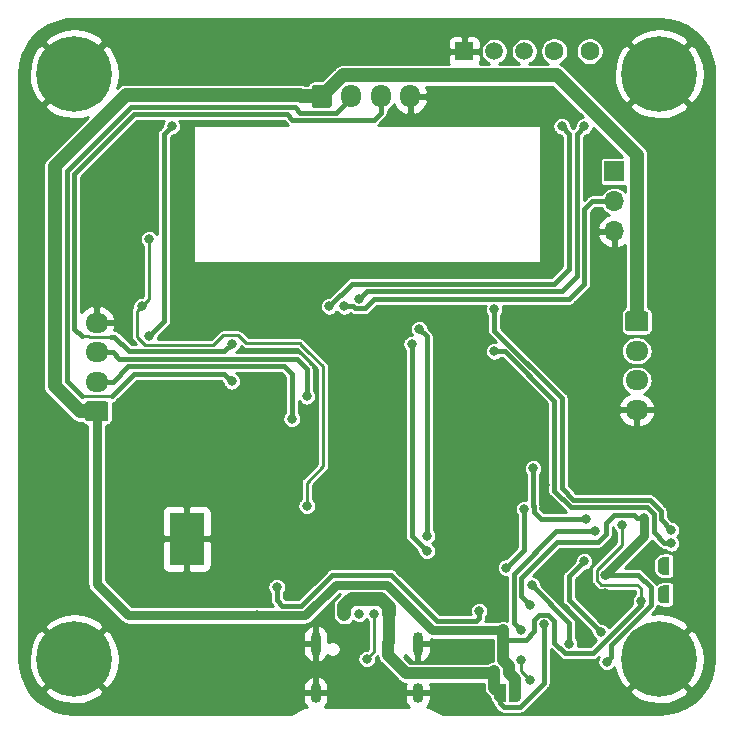
<source format=gbr>
G04 #@! TF.GenerationSoftware,KiCad,Pcbnew,(5.1.4)-1*
G04 #@! TF.CreationDate,2021-03-18T17:14:36+01:00*
G04 #@! TF.ProjectId,ESPCraft,45535043-7261-4667-942e-6b696361645f,rev?*
G04 #@! TF.SameCoordinates,Original*
G04 #@! TF.FileFunction,Copper,L2,Bot*
G04 #@! TF.FilePolarity,Positive*
%FSLAX46Y46*%
G04 Gerber Fmt 4.6, Leading zero omitted, Abs format (unit mm)*
G04 Created by KiCad (PCBNEW (5.1.4)-1) date 2021-03-18 17:14:36*
%MOMM*%
%LPD*%
G04 APERTURE LIST*
%ADD10C,0.100000*%
%ADD11C,1.700000*%
%ADD12O,1.700000X1.950000*%
%ADD13O,1.700000X1.700000*%
%ADD14R,1.700000X1.700000*%
%ADD15C,0.800000*%
%ADD16C,6.400000*%
%ADD17O,1.950000X1.700000*%
%ADD18C,1.600000*%
%ADD19O,0.900000X2.000000*%
%ADD20O,0.900000X1.700000*%
%ADD21C,1.500000*%
%ADD22R,1.500000X1.500000*%
%ADD23C,0.500000*%
%ADD24R,2.950000X4.500000*%
%ADD25C,0.600000*%
%ADD26C,0.250000*%
%ADD27C,0.400000*%
%ADD28C,1.200000*%
%ADD29C,1.000000*%
%ADD30C,0.800000*%
%ADD31C,0.254000*%
G04 APERTURE END LIST*
D10*
G36*
X140324504Y-79036204D02*
G01*
X140348773Y-79039804D01*
X140372571Y-79045765D01*
X140395671Y-79054030D01*
X140417849Y-79064520D01*
X140438893Y-79077133D01*
X140458598Y-79091747D01*
X140476777Y-79108223D01*
X140493253Y-79126402D01*
X140507867Y-79146107D01*
X140520480Y-79167151D01*
X140530970Y-79189329D01*
X140539235Y-79212429D01*
X140545196Y-79236227D01*
X140548796Y-79260496D01*
X140550000Y-79285000D01*
X140550000Y-80735000D01*
X140548796Y-80759504D01*
X140545196Y-80783773D01*
X140539235Y-80807571D01*
X140530970Y-80830671D01*
X140520480Y-80852849D01*
X140507867Y-80873893D01*
X140493253Y-80893598D01*
X140476777Y-80911777D01*
X140458598Y-80928253D01*
X140438893Y-80942867D01*
X140417849Y-80955480D01*
X140395671Y-80965970D01*
X140372571Y-80974235D01*
X140348773Y-80980196D01*
X140324504Y-80983796D01*
X140300000Y-80985000D01*
X139100000Y-80985000D01*
X139075496Y-80983796D01*
X139051227Y-80980196D01*
X139027429Y-80974235D01*
X139004329Y-80965970D01*
X138982151Y-80955480D01*
X138961107Y-80942867D01*
X138941402Y-80928253D01*
X138923223Y-80911777D01*
X138906747Y-80893598D01*
X138892133Y-80873893D01*
X138879520Y-80852849D01*
X138869030Y-80830671D01*
X138860765Y-80807571D01*
X138854804Y-80783773D01*
X138851204Y-80759504D01*
X138850000Y-80735000D01*
X138850000Y-79285000D01*
X138851204Y-79260496D01*
X138854804Y-79236227D01*
X138860765Y-79212429D01*
X138869030Y-79189329D01*
X138879520Y-79167151D01*
X138892133Y-79146107D01*
X138906747Y-79126402D01*
X138923223Y-79108223D01*
X138941402Y-79091747D01*
X138961107Y-79077133D01*
X138982151Y-79064520D01*
X139004329Y-79054030D01*
X139027429Y-79045765D01*
X139051227Y-79039804D01*
X139075496Y-79036204D01*
X139100000Y-79035000D01*
X140300000Y-79035000D01*
X140324504Y-79036204D01*
X140324504Y-79036204D01*
G37*
D11*
X139700000Y-80010000D03*
D12*
X142200000Y-80010000D03*
X144700000Y-80010000D03*
X147200000Y-80010000D03*
D13*
X164465000Y-91440000D03*
X164465000Y-88900000D03*
D14*
X164465000Y-86360000D03*
D15*
X120442056Y-76407944D03*
X118745000Y-75705000D03*
X117047944Y-76407944D03*
X116345000Y-78105000D03*
X117047944Y-79802056D03*
X118745000Y-80505000D03*
X120442056Y-79802056D03*
X121145000Y-78105000D03*
D16*
X118745000Y-78105000D03*
X168275000Y-78105000D03*
D15*
X170675000Y-78105000D03*
X169972056Y-79802056D03*
X168275000Y-80505000D03*
X166577944Y-79802056D03*
X165875000Y-78105000D03*
X166577944Y-76407944D03*
X168275000Y-75705000D03*
X169972056Y-76407944D03*
X169972056Y-125937944D03*
X168275000Y-125235000D03*
X166577944Y-125937944D03*
X165875000Y-127635000D03*
X166577944Y-129332056D03*
X168275000Y-130035000D03*
X169972056Y-129332056D03*
X170675000Y-127635000D03*
D16*
X168275000Y-127635000D03*
X118745000Y-127635000D03*
D15*
X121145000Y-127635000D03*
X120442056Y-129332056D03*
X118745000Y-130035000D03*
X117047944Y-129332056D03*
X116345000Y-127635000D03*
X117047944Y-125937944D03*
X118745000Y-125235000D03*
X120442056Y-125937944D03*
D10*
G36*
X167119504Y-98211204D02*
G01*
X167143773Y-98214804D01*
X167167571Y-98220765D01*
X167190671Y-98229030D01*
X167212849Y-98239520D01*
X167233893Y-98252133D01*
X167253598Y-98266747D01*
X167271777Y-98283223D01*
X167288253Y-98301402D01*
X167302867Y-98321107D01*
X167315480Y-98342151D01*
X167325970Y-98364329D01*
X167334235Y-98387429D01*
X167340196Y-98411227D01*
X167343796Y-98435496D01*
X167345000Y-98460000D01*
X167345000Y-99660000D01*
X167343796Y-99684504D01*
X167340196Y-99708773D01*
X167334235Y-99732571D01*
X167325970Y-99755671D01*
X167315480Y-99777849D01*
X167302867Y-99798893D01*
X167288253Y-99818598D01*
X167271777Y-99836777D01*
X167253598Y-99853253D01*
X167233893Y-99867867D01*
X167212849Y-99880480D01*
X167190671Y-99890970D01*
X167167571Y-99899235D01*
X167143773Y-99905196D01*
X167119504Y-99908796D01*
X167095000Y-99910000D01*
X165645000Y-99910000D01*
X165620496Y-99908796D01*
X165596227Y-99905196D01*
X165572429Y-99899235D01*
X165549329Y-99890970D01*
X165527151Y-99880480D01*
X165506107Y-99867867D01*
X165486402Y-99853253D01*
X165468223Y-99836777D01*
X165451747Y-99818598D01*
X165437133Y-99798893D01*
X165424520Y-99777849D01*
X165414030Y-99755671D01*
X165405765Y-99732571D01*
X165399804Y-99708773D01*
X165396204Y-99684504D01*
X165395000Y-99660000D01*
X165395000Y-98460000D01*
X165396204Y-98435496D01*
X165399804Y-98411227D01*
X165405765Y-98387429D01*
X165414030Y-98364329D01*
X165424520Y-98342151D01*
X165437133Y-98321107D01*
X165451747Y-98301402D01*
X165468223Y-98283223D01*
X165486402Y-98266747D01*
X165506107Y-98252133D01*
X165527151Y-98239520D01*
X165549329Y-98229030D01*
X165572429Y-98220765D01*
X165596227Y-98214804D01*
X165620496Y-98211204D01*
X165645000Y-98210000D01*
X167095000Y-98210000D01*
X167119504Y-98211204D01*
X167119504Y-98211204D01*
G37*
D11*
X166370000Y-99060000D03*
D17*
X166370000Y-101560000D03*
X166370000Y-104060000D03*
X166370000Y-106560000D03*
X120650000Y-99180000D03*
X120650000Y-101680000D03*
X120650000Y-104180000D03*
D10*
G36*
X121399504Y-105831204D02*
G01*
X121423773Y-105834804D01*
X121447571Y-105840765D01*
X121470671Y-105849030D01*
X121492849Y-105859520D01*
X121513893Y-105872133D01*
X121533598Y-105886747D01*
X121551777Y-105903223D01*
X121568253Y-105921402D01*
X121582867Y-105941107D01*
X121595480Y-105962151D01*
X121605970Y-105984329D01*
X121614235Y-106007429D01*
X121620196Y-106031227D01*
X121623796Y-106055496D01*
X121625000Y-106080000D01*
X121625000Y-107280000D01*
X121623796Y-107304504D01*
X121620196Y-107328773D01*
X121614235Y-107352571D01*
X121605970Y-107375671D01*
X121595480Y-107397849D01*
X121582867Y-107418893D01*
X121568253Y-107438598D01*
X121551777Y-107456777D01*
X121533598Y-107473253D01*
X121513893Y-107487867D01*
X121492849Y-107500480D01*
X121470671Y-107510970D01*
X121447571Y-107519235D01*
X121423773Y-107525196D01*
X121399504Y-107528796D01*
X121375000Y-107530000D01*
X119925000Y-107530000D01*
X119900496Y-107528796D01*
X119876227Y-107525196D01*
X119852429Y-107519235D01*
X119829329Y-107510970D01*
X119807151Y-107500480D01*
X119786107Y-107487867D01*
X119766402Y-107473253D01*
X119748223Y-107456777D01*
X119731747Y-107438598D01*
X119717133Y-107418893D01*
X119704520Y-107397849D01*
X119694030Y-107375671D01*
X119685765Y-107352571D01*
X119679804Y-107328773D01*
X119676204Y-107304504D01*
X119675000Y-107280000D01*
X119675000Y-106080000D01*
X119676204Y-106055496D01*
X119679804Y-106031227D01*
X119685765Y-106007429D01*
X119694030Y-105984329D01*
X119704520Y-105962151D01*
X119717133Y-105941107D01*
X119731747Y-105921402D01*
X119748223Y-105903223D01*
X119766402Y-105886747D01*
X119786107Y-105872133D01*
X119807151Y-105859520D01*
X119829329Y-105849030D01*
X119852429Y-105840765D01*
X119876227Y-105834804D01*
X119900496Y-105831204D01*
X119925000Y-105830000D01*
X121375000Y-105830000D01*
X121399504Y-105831204D01*
X121399504Y-105831204D01*
G37*
D11*
X120650000Y-106680000D03*
D18*
X159385000Y-76200000D03*
X162385000Y-76200000D03*
D19*
X139190000Y-126340000D03*
X147830000Y-126340000D03*
D20*
X139190000Y-130510000D03*
X147830000Y-130510000D03*
D21*
X154305000Y-76200000D03*
X156845000Y-76200000D03*
D22*
X151765000Y-76200000D03*
D23*
X154798000Y-130556000D03*
D10*
G36*
X155298000Y-131306000D02*
G01*
X154798000Y-131306000D01*
X154798000Y-131305398D01*
X154773466Y-131305398D01*
X154724635Y-131300588D01*
X154676510Y-131291016D01*
X154629555Y-131276772D01*
X154584222Y-131257995D01*
X154540949Y-131234864D01*
X154500150Y-131207604D01*
X154462221Y-131176476D01*
X154427524Y-131141779D01*
X154396396Y-131103850D01*
X154369136Y-131063051D01*
X154346005Y-131019778D01*
X154327228Y-130974445D01*
X154312984Y-130927490D01*
X154303412Y-130879365D01*
X154298602Y-130830534D01*
X154298602Y-130806000D01*
X154298000Y-130806000D01*
X154298000Y-130306000D01*
X154298602Y-130306000D01*
X154298602Y-130281466D01*
X154303412Y-130232635D01*
X154312984Y-130184510D01*
X154327228Y-130137555D01*
X154346005Y-130092222D01*
X154369136Y-130048949D01*
X154396396Y-130008150D01*
X154427524Y-129970221D01*
X154462221Y-129935524D01*
X154500150Y-129904396D01*
X154540949Y-129877136D01*
X154584222Y-129854005D01*
X154629555Y-129835228D01*
X154676510Y-129820984D01*
X154724635Y-129811412D01*
X154773466Y-129806602D01*
X154798000Y-129806602D01*
X154798000Y-129806000D01*
X155298000Y-129806000D01*
X155298000Y-131306000D01*
X155298000Y-131306000D01*
G37*
D23*
X156098000Y-130556000D03*
D10*
G36*
X156098000Y-129806602D02*
G01*
X156122534Y-129806602D01*
X156171365Y-129811412D01*
X156219490Y-129820984D01*
X156266445Y-129835228D01*
X156311778Y-129854005D01*
X156355051Y-129877136D01*
X156395850Y-129904396D01*
X156433779Y-129935524D01*
X156468476Y-129970221D01*
X156499604Y-130008150D01*
X156526864Y-130048949D01*
X156549995Y-130092222D01*
X156568772Y-130137555D01*
X156583016Y-130184510D01*
X156592588Y-130232635D01*
X156597398Y-130281466D01*
X156597398Y-130306000D01*
X156598000Y-130306000D01*
X156598000Y-130806000D01*
X156597398Y-130806000D01*
X156597398Y-130830534D01*
X156592588Y-130879365D01*
X156583016Y-130927490D01*
X156568772Y-130974445D01*
X156549995Y-131019778D01*
X156526864Y-131063051D01*
X156499604Y-131103850D01*
X156468476Y-131141779D01*
X156433779Y-131176476D01*
X156395850Y-131207604D01*
X156355051Y-131234864D01*
X156311778Y-131257995D01*
X156266445Y-131276772D01*
X156219490Y-131291016D01*
X156171365Y-131300588D01*
X156122534Y-131305398D01*
X156098000Y-131305398D01*
X156098000Y-131306000D01*
X155598000Y-131306000D01*
X155598000Y-129806000D01*
X156098000Y-129806000D01*
X156098000Y-129806602D01*
X156098000Y-129806602D01*
G37*
D23*
X168641000Y-122174000D03*
D10*
G36*
X169141000Y-122924000D02*
G01*
X168641000Y-122924000D01*
X168641000Y-122923398D01*
X168616466Y-122923398D01*
X168567635Y-122918588D01*
X168519510Y-122909016D01*
X168472555Y-122894772D01*
X168427222Y-122875995D01*
X168383949Y-122852864D01*
X168343150Y-122825604D01*
X168305221Y-122794476D01*
X168270524Y-122759779D01*
X168239396Y-122721850D01*
X168212136Y-122681051D01*
X168189005Y-122637778D01*
X168170228Y-122592445D01*
X168155984Y-122545490D01*
X168146412Y-122497365D01*
X168141602Y-122448534D01*
X168141602Y-122424000D01*
X168141000Y-122424000D01*
X168141000Y-121924000D01*
X168141602Y-121924000D01*
X168141602Y-121899466D01*
X168146412Y-121850635D01*
X168155984Y-121802510D01*
X168170228Y-121755555D01*
X168189005Y-121710222D01*
X168212136Y-121666949D01*
X168239396Y-121626150D01*
X168270524Y-121588221D01*
X168305221Y-121553524D01*
X168343150Y-121522396D01*
X168383949Y-121495136D01*
X168427222Y-121472005D01*
X168472555Y-121453228D01*
X168519510Y-121438984D01*
X168567635Y-121429412D01*
X168616466Y-121424602D01*
X168641000Y-121424602D01*
X168641000Y-121424000D01*
X169141000Y-121424000D01*
X169141000Y-122924000D01*
X169141000Y-122924000D01*
G37*
D23*
X169941000Y-122174000D03*
D10*
G36*
X169941000Y-121424602D02*
G01*
X169965534Y-121424602D01*
X170014365Y-121429412D01*
X170062490Y-121438984D01*
X170109445Y-121453228D01*
X170154778Y-121472005D01*
X170198051Y-121495136D01*
X170238850Y-121522396D01*
X170276779Y-121553524D01*
X170311476Y-121588221D01*
X170342604Y-121626150D01*
X170369864Y-121666949D01*
X170392995Y-121710222D01*
X170411772Y-121755555D01*
X170426016Y-121802510D01*
X170435588Y-121850635D01*
X170440398Y-121899466D01*
X170440398Y-121924000D01*
X170441000Y-121924000D01*
X170441000Y-122424000D01*
X170440398Y-122424000D01*
X170440398Y-122448534D01*
X170435588Y-122497365D01*
X170426016Y-122545490D01*
X170411772Y-122592445D01*
X170392995Y-122637778D01*
X170369864Y-122681051D01*
X170342604Y-122721850D01*
X170311476Y-122759779D01*
X170276779Y-122794476D01*
X170238850Y-122825604D01*
X170198051Y-122852864D01*
X170154778Y-122875995D01*
X170109445Y-122894772D01*
X170062490Y-122909016D01*
X170014365Y-122918588D01*
X169965534Y-122923398D01*
X169941000Y-122923398D01*
X169941000Y-122924000D01*
X169441000Y-122924000D01*
X169441000Y-121424000D01*
X169941000Y-121424000D01*
X169941000Y-121424602D01*
X169941000Y-121424602D01*
G37*
D23*
X168641000Y-119761000D03*
D10*
G36*
X169141000Y-120511000D02*
G01*
X168641000Y-120511000D01*
X168641000Y-120510398D01*
X168616466Y-120510398D01*
X168567635Y-120505588D01*
X168519510Y-120496016D01*
X168472555Y-120481772D01*
X168427222Y-120462995D01*
X168383949Y-120439864D01*
X168343150Y-120412604D01*
X168305221Y-120381476D01*
X168270524Y-120346779D01*
X168239396Y-120308850D01*
X168212136Y-120268051D01*
X168189005Y-120224778D01*
X168170228Y-120179445D01*
X168155984Y-120132490D01*
X168146412Y-120084365D01*
X168141602Y-120035534D01*
X168141602Y-120011000D01*
X168141000Y-120011000D01*
X168141000Y-119511000D01*
X168141602Y-119511000D01*
X168141602Y-119486466D01*
X168146412Y-119437635D01*
X168155984Y-119389510D01*
X168170228Y-119342555D01*
X168189005Y-119297222D01*
X168212136Y-119253949D01*
X168239396Y-119213150D01*
X168270524Y-119175221D01*
X168305221Y-119140524D01*
X168343150Y-119109396D01*
X168383949Y-119082136D01*
X168427222Y-119059005D01*
X168472555Y-119040228D01*
X168519510Y-119025984D01*
X168567635Y-119016412D01*
X168616466Y-119011602D01*
X168641000Y-119011602D01*
X168641000Y-119011000D01*
X169141000Y-119011000D01*
X169141000Y-120511000D01*
X169141000Y-120511000D01*
G37*
D23*
X169941000Y-119761000D03*
D10*
G36*
X169941000Y-119011602D02*
G01*
X169965534Y-119011602D01*
X170014365Y-119016412D01*
X170062490Y-119025984D01*
X170109445Y-119040228D01*
X170154778Y-119059005D01*
X170198051Y-119082136D01*
X170238850Y-119109396D01*
X170276779Y-119140524D01*
X170311476Y-119175221D01*
X170342604Y-119213150D01*
X170369864Y-119253949D01*
X170392995Y-119297222D01*
X170411772Y-119342555D01*
X170426016Y-119389510D01*
X170435588Y-119437635D01*
X170440398Y-119486466D01*
X170440398Y-119511000D01*
X170441000Y-119511000D01*
X170441000Y-120011000D01*
X170440398Y-120011000D01*
X170440398Y-120035534D01*
X170435588Y-120084365D01*
X170426016Y-120132490D01*
X170411772Y-120179445D01*
X170392995Y-120224778D01*
X170369864Y-120268051D01*
X170342604Y-120308850D01*
X170311476Y-120346779D01*
X170276779Y-120381476D01*
X170238850Y-120412604D01*
X170198051Y-120439864D01*
X170154778Y-120462995D01*
X170109445Y-120481772D01*
X170062490Y-120496016D01*
X170014365Y-120505588D01*
X169965534Y-120510398D01*
X169941000Y-120510398D01*
X169941000Y-120511000D01*
X169441000Y-120511000D01*
X169441000Y-119011000D01*
X169941000Y-119011000D01*
X169941000Y-119011602D01*
X169941000Y-119011602D01*
G37*
D24*
X128270000Y-117475000D03*
D25*
X128870000Y-119275000D03*
X128870000Y-118075000D03*
X127670000Y-118075000D03*
X127670000Y-119275000D03*
X128870000Y-115675000D03*
X128870000Y-116775000D03*
X127670000Y-116775000D03*
X127670000Y-115675000D03*
D15*
X164084000Y-124587000D03*
X130810000Y-99060000D03*
X120015000Y-89535000D03*
X127635000Y-92075000D03*
X130810000Y-107950000D03*
X130810000Y-104775000D03*
X148590000Y-120015000D03*
X143510000Y-107950000D03*
X146304000Y-105410000D03*
X146050000Y-98425000D03*
X156210000Y-99060000D03*
X125730000Y-76835000D03*
X128778000Y-113792000D03*
X124460000Y-113411000D03*
X150114000Y-123444000D03*
X153525000Y-126619000D03*
X163703000Y-122084000D03*
X146177000Y-118491000D03*
X138084758Y-111195805D03*
X135890000Y-117602000D03*
X135890000Y-118872000D03*
X140589000Y-114681000D03*
X158623000Y-112903000D03*
X134874000Y-129159000D03*
X163068000Y-84074000D03*
X145415000Y-123825000D03*
X141605000Y-123825000D03*
X154305000Y-128651000D03*
X158496000Y-124714000D03*
X162052000Y-115824000D03*
X157607000Y-111506000D03*
X167005000Y-115697000D03*
X163703000Y-120523000D03*
X153035000Y-123571000D03*
X135890000Y-121539000D03*
X157316000Y-123100000D03*
X163830000Y-127889000D03*
X155321000Y-119914990D03*
X156845000Y-114935000D03*
X148590000Y-117221000D03*
X147955000Y-99695000D03*
X148590000Y-118491000D03*
X147320000Y-100965000D03*
X125095000Y-92075000D03*
X124460000Y-97790000D03*
X138430000Y-114681000D03*
X156591000Y-125222000D03*
X162814000Y-116840000D03*
X141605000Y-97790000D03*
X125095000Y-100330000D03*
X127000000Y-82550000D03*
X142875000Y-97155000D03*
X161925000Y-82550000D03*
X140335000Y-97790000D03*
X160020000Y-82550000D03*
X142875000Y-123825000D03*
X143510000Y-127635000D03*
X144145000Y-123825000D03*
X169291000Y-117856000D03*
X154305000Y-101600000D03*
X169291000Y-116713000D03*
X154305000Y-98044000D03*
X155067000Y-125222000D03*
X134239000Y-123952000D03*
X166751000Y-122729010D03*
X165116836Y-116316723D03*
X138430000Y-105410000D03*
X137160000Y-107315000D03*
X132080000Y-104140000D03*
X132080000Y-100965000D03*
X156591000Y-127762000D03*
X157353000Y-129413000D03*
X168641000Y-122174000D03*
X168641000Y-119761000D03*
X160655000Y-126365000D03*
X157480000Y-121412000D03*
X161925000Y-119380000D03*
X163322000Y-125349000D03*
D26*
X162433000Y-120396000D02*
X162433000Y-119945002D01*
X147830000Y-126255000D02*
X147830000Y-125705000D01*
X139190000Y-125705000D02*
X139190000Y-126255000D01*
X164084000Y-122465000D02*
X163703000Y-122084000D01*
X164084000Y-124587000D02*
X164084000Y-122465000D01*
D27*
X137519073Y-111195805D02*
X137414000Y-111300878D01*
X138084758Y-111195805D02*
X137519073Y-111195805D01*
D26*
X158623000Y-112014000D02*
X158623000Y-112903000D01*
X157988000Y-110236000D02*
X158623000Y-110871000D01*
X158623000Y-110871000D02*
X158623000Y-112014000D01*
X162650001Y-119031999D02*
X162236002Y-118618000D01*
X162433000Y-119945002D02*
X162650001Y-119728001D01*
X162650001Y-119728001D02*
X162650001Y-119031999D01*
X162236002Y-118618000D02*
X161417000Y-118618000D01*
D28*
X141605000Y-123825000D02*
X141605000Y-123190000D01*
X141605000Y-123190000D02*
X142240000Y-122555000D01*
X145415000Y-123259315D02*
X145415000Y-123825000D01*
X144710685Y-122555000D02*
X145415000Y-123259315D01*
X142240000Y-122555000D02*
X144710685Y-122555000D01*
D29*
X145415000Y-126176998D02*
X145299999Y-126291999D01*
X145415000Y-123825000D02*
X145415000Y-126176998D01*
X145299999Y-126291999D02*
X145299999Y-127348001D01*
X145299999Y-127348001D02*
X146811988Y-128859990D01*
X146811988Y-128859990D02*
X152354990Y-128859990D01*
X152354990Y-128859990D02*
X153243990Y-128859990D01*
X153243990Y-128859990D02*
X154096010Y-128859990D01*
X154096010Y-128859990D02*
X154305000Y-128651000D01*
X154305000Y-130063000D02*
X154305000Y-128651000D01*
X154798000Y-130556000D02*
X154305000Y-130063000D01*
D27*
X154798000Y-131403592D02*
X154798000Y-130556000D01*
X155100418Y-131706010D02*
X154798000Y-131403592D01*
X156467394Y-131706010D02*
X155100418Y-131706010D01*
X158496000Y-129677404D02*
X156467394Y-131706010D01*
X158496000Y-124714000D02*
X158496000Y-129677404D01*
X157607000Y-114681000D02*
X157607000Y-111506000D01*
X157645001Y-114719001D02*
X157607000Y-114681000D01*
X157645001Y-115227001D02*
X157645001Y-114719001D01*
X162052000Y-115824000D02*
X158242000Y-115824000D01*
X158242000Y-115824000D02*
X157645001Y-115227001D01*
D28*
X164465000Y-86457998D02*
X164465000Y-86360000D01*
D30*
X167005000Y-117221000D02*
X163703000Y-120523000D01*
X167005000Y-115697000D02*
X167005000Y-117221000D01*
D27*
X153035000Y-124136685D02*
X152749695Y-124421990D01*
X153035000Y-123571000D02*
X153035000Y-124136685D01*
X152749695Y-124421990D02*
X149440990Y-124421990D01*
X149440990Y-124421990D02*
X148590000Y-123571000D01*
X145573980Y-120554980D02*
X145539119Y-120554980D01*
X148590000Y-123571000D02*
X145573980Y-120554980D01*
X145539119Y-120554980D02*
X140557020Y-120554980D01*
X140557020Y-120554980D02*
X139573000Y-121539000D01*
X139573000Y-121539000D02*
X137960010Y-123151990D01*
X137960010Y-123151990D02*
X136359990Y-123151990D01*
X136359990Y-123151990D02*
X135890000Y-122682000D01*
X135890000Y-122682000D02*
X135890000Y-121539000D01*
X166497000Y-120523000D02*
X163703000Y-120523000D01*
X167551001Y-121577001D02*
X166497000Y-120523000D01*
X167551001Y-123113011D02*
X167551001Y-121577001D01*
X164229999Y-126434013D02*
X167551001Y-123113011D01*
X164229999Y-127489001D02*
X164229999Y-126434013D01*
X163830000Y-127889000D02*
X164229999Y-127489001D01*
X156556010Y-120811990D02*
X156556010Y-122340010D01*
X159639000Y-117729000D02*
X156556010Y-120811990D01*
X163109002Y-117729000D02*
X159639000Y-117729000D01*
X156556010Y-122340010D02*
X157316000Y-123100000D01*
X166439315Y-115697000D02*
X166185315Y-115443000D01*
X167005000Y-115697000D02*
X166439315Y-115697000D01*
X164465000Y-115443000D02*
X163766500Y-116141500D01*
X166185315Y-115443000D02*
X164465000Y-115443000D01*
X163766500Y-116141500D02*
X163766500Y-117071502D01*
X163766500Y-117071502D02*
X163109002Y-117729000D01*
X156845000Y-118390990D02*
X155321000Y-119914990D01*
X156845000Y-114935000D02*
X156845000Y-118390990D01*
X148590000Y-100330000D02*
X147955000Y-99695000D01*
X148590000Y-117221000D02*
X148590000Y-100330000D01*
D26*
X147758991Y-117659991D02*
X147828000Y-117729000D01*
X147758991Y-117659991D02*
X148082000Y-117983000D01*
X148082000Y-117983000D02*
X148590000Y-118491000D01*
X147828000Y-117729000D02*
X148082000Y-117983000D01*
D27*
X147320000Y-117221000D02*
X148590000Y-118491000D01*
X147320000Y-100965000D02*
X147320000Y-117221000D01*
D26*
X125095000Y-92075000D02*
X125095000Y-97155000D01*
X125095000Y-97155000D02*
X124460000Y-97790000D01*
X139790001Y-111346001D02*
X139790001Y-102852525D01*
X138430000Y-114681000D02*
X138430000Y-112706002D01*
X138430000Y-112706002D02*
X139790001Y-111346001D01*
X138483738Y-101546262D02*
X137902476Y-100965000D01*
X139790001Y-102852525D02*
X138483738Y-101546262D01*
X124060001Y-98189999D02*
X124460000Y-97790000D01*
X124060001Y-100368003D02*
X124060001Y-98189999D01*
X124746999Y-101055001D02*
X124060001Y-100368003D01*
X138483738Y-101546262D02*
X137848738Y-100911262D01*
X133296262Y-100911262D02*
X132624999Y-100239999D01*
X132624999Y-100239999D02*
X131354999Y-100239999D01*
X131354999Y-100239999D02*
X130539997Y-101055001D01*
X137848738Y-100911262D02*
X133296262Y-100911262D01*
X130539997Y-101055001D02*
X124746999Y-101055001D01*
D27*
X155956000Y-124587000D02*
X156591000Y-125222000D01*
X155956000Y-120463992D02*
X155956000Y-124587000D01*
X162814000Y-116840000D02*
X159579992Y-116840000D01*
X159579992Y-116840000D02*
X155956000Y-120463992D01*
X162560000Y-88900000D02*
X164465000Y-88900000D01*
X160655000Y-97155000D02*
X161925000Y-95885000D01*
X161925000Y-95885000D02*
X161925000Y-89535000D01*
X161925000Y-89535000D02*
X162560000Y-88900000D01*
X144145000Y-97155000D02*
X160655000Y-97155000D01*
X143344999Y-97955001D02*
X144145000Y-97155000D01*
X142490999Y-97955001D02*
X143344999Y-97955001D01*
X142325998Y-97790000D02*
X142490999Y-97955001D01*
X141605000Y-97790000D02*
X142325998Y-97790000D01*
X126365000Y-99060000D02*
X125095000Y-100330000D01*
X127000000Y-82550000D02*
X126365000Y-83185000D01*
X126365000Y-83185000D02*
X126365000Y-99060000D01*
X142875000Y-97155000D02*
X143510000Y-96520000D01*
X143510000Y-96520000D02*
X159385000Y-96520000D01*
X159385000Y-96520000D02*
X160020000Y-96520000D01*
X160020000Y-96520000D02*
X161290000Y-95250000D01*
X161290000Y-95250000D02*
X161290000Y-83185000D01*
X161290000Y-83185000D02*
X161925000Y-82550000D01*
X140335000Y-97790000D02*
X142240000Y-95885000D01*
X142240000Y-95885000D02*
X159385000Y-95885000D01*
X159385000Y-95885000D02*
X160655000Y-94615000D01*
X160655000Y-94615000D02*
X160655000Y-83185000D01*
X160655000Y-83185000D02*
X160020000Y-82550000D01*
D26*
X143510000Y-127635000D02*
X144145000Y-127000000D01*
X144145000Y-127000000D02*
X144145000Y-123825000D01*
D27*
X168725315Y-117856000D02*
X169291000Y-117856000D01*
X167805010Y-116935695D02*
X168725315Y-117856000D01*
X167805010Y-115365626D02*
X167805010Y-116935695D01*
X154305000Y-101600000D02*
X155214398Y-101600000D01*
X155214398Y-101600000D02*
X159385000Y-105770602D01*
X167247384Y-114808000D02*
X167805010Y-115365626D01*
X159385000Y-113411000D02*
X160782000Y-114808000D01*
X160782000Y-114808000D02*
X167247384Y-114808000D01*
X159385000Y-105770602D02*
X159385000Y-113411000D01*
X168405020Y-115117094D02*
X167460926Y-114173000D01*
X169291000Y-116713000D02*
X168405020Y-115827020D01*
X168405020Y-115827020D02*
X168405020Y-115117094D01*
X167460926Y-114173000D02*
X165989000Y-114173000D01*
X165989000Y-114173000D02*
X160995542Y-114173000D01*
X160995542Y-114173000D02*
X160020000Y-113197458D01*
X154305000Y-99842060D02*
X154305000Y-98044000D01*
X160020000Y-113197458D02*
X160020000Y-105557060D01*
X160020000Y-105557060D02*
X154305000Y-99842060D01*
D29*
X155067000Y-125787685D02*
X155067000Y-125222000D01*
X155067000Y-127715930D02*
X155067000Y-125787685D01*
X155575000Y-128223930D02*
X155067000Y-127715930D01*
X155575000Y-128801740D02*
X155575000Y-128223930D01*
X156098000Y-129324740D02*
X155575000Y-128801740D01*
X156098000Y-130556000D02*
X156098000Y-129324740D01*
D30*
X149074755Y-125222000D02*
X145207745Y-121354990D01*
X155067000Y-125222000D02*
X149074755Y-125222000D01*
X145207745Y-121354990D02*
X140900010Y-121354990D01*
X140900010Y-121354990D02*
X138303000Y-123952000D01*
X138303000Y-123952000D02*
X134239000Y-123952000D01*
D28*
X119235773Y-106680000D02*
X119575000Y-106680000D01*
X119575000Y-106680000D02*
X120650000Y-106680000D01*
X139700000Y-80010000D02*
X137939227Y-80010000D01*
X137939227Y-80010000D02*
X137839227Y-79910000D01*
X137839227Y-79910000D02*
X123148579Y-79910000D01*
X117109990Y-85948589D02*
X117109990Y-104554217D01*
X123148579Y-79910000D02*
X117109990Y-85948589D01*
X117109990Y-104554217D02*
X119235773Y-106680000D01*
D30*
X134239000Y-123952000D02*
X123317000Y-123952000D01*
X123317000Y-123952000D02*
X120650000Y-121285000D01*
X120650000Y-121285000D02*
X120650000Y-106680000D01*
D28*
X141516544Y-78234990D02*
X159641990Y-78234990D01*
X139700000Y-80010000D02*
X139741534Y-80010000D01*
X139741534Y-80010000D02*
X141516544Y-78234990D01*
X166370000Y-84963000D02*
X166370000Y-99060000D01*
X159641990Y-78234990D02*
X166370000Y-84963000D01*
D27*
X166751000Y-123064470D02*
X166751000Y-122729010D01*
X160270999Y-127165001D02*
X162650469Y-127165001D01*
X159385000Y-126279002D02*
X160270999Y-127165001D01*
X158880001Y-123913999D02*
X159385000Y-124418998D01*
X155301316Y-126022001D02*
X156975001Y-126022001D01*
X155067000Y-125787685D02*
X155301316Y-126022001D01*
X159385000Y-124418998D02*
X159385000Y-126279002D01*
X156975001Y-126022001D02*
X157695999Y-125301003D01*
X162650469Y-127165001D02*
X166751000Y-123064470D01*
X157695999Y-125301003D02*
X157695999Y-124329999D01*
X157695999Y-124329999D02*
X158111999Y-123913999D01*
X158111999Y-123913999D02*
X158880001Y-123913999D01*
D26*
X164018499Y-121346499D02*
X166431499Y-121346499D01*
X164018499Y-121346499D02*
X164149501Y-121346499D01*
X166751000Y-121666000D02*
X166751000Y-122729010D01*
X166431499Y-121346499D02*
X166751000Y-121666000D01*
X163383499Y-121346499D02*
X164018499Y-121346499D01*
X165116836Y-116316723D02*
X165116836Y-116882408D01*
X165116836Y-116882408D02*
X165100000Y-116899244D01*
X165100000Y-116899244D02*
X165100000Y-117983000D01*
X165100000Y-117983000D02*
X162977999Y-120105001D01*
X162977999Y-120105001D02*
X162977999Y-120940999D01*
X162977999Y-120940999D02*
X163383499Y-121346499D01*
D27*
X122025000Y-101680000D02*
X122580000Y-102235000D01*
X120650000Y-101680000D02*
X122025000Y-101680000D01*
X122580000Y-102235000D02*
X135255000Y-102235000D01*
X135255000Y-102235000D02*
X137581458Y-102235000D01*
X137581458Y-102235000D02*
X138430000Y-103083542D01*
X138430000Y-103083542D02*
X138430000Y-105410000D01*
X122025000Y-104180000D02*
X123335000Y-102870000D01*
X120650000Y-104180000D02*
X122025000Y-104180000D01*
X123335000Y-102870000D02*
X135255000Y-102870000D01*
X135255000Y-102870000D02*
X135468542Y-102870000D01*
X135468542Y-102870000D02*
X136525000Y-102870000D01*
X136525000Y-102870000D02*
X137160000Y-103505000D01*
X137160000Y-103505000D02*
X137160000Y-107315000D01*
X142200000Y-80010000D02*
X142200000Y-80135000D01*
X142200000Y-80135000D02*
X140949990Y-81385010D01*
X140949990Y-81385010D02*
X137900010Y-81385010D01*
X137900010Y-81385010D02*
X137425010Y-80910010D01*
X137425010Y-80910010D02*
X124194990Y-80910010D01*
X124194990Y-80910010D02*
X123562796Y-80910010D01*
X123562796Y-80910010D02*
X118110000Y-86362806D01*
X118110000Y-86362806D02*
X118110000Y-93980000D01*
X118110000Y-93980000D02*
X118110000Y-101765000D01*
X118110000Y-101765000D02*
X118110000Y-102235000D01*
X118110000Y-103015000D02*
X118110000Y-101765000D01*
X118110000Y-103015000D02*
X118110000Y-104140000D01*
X118110000Y-104140000D02*
X119380000Y-105410000D01*
D26*
X119380000Y-105410000D02*
X121920000Y-105410000D01*
D27*
X123825000Y-103505000D02*
X124460000Y-103505000D01*
X121920000Y-105410000D02*
X123825000Y-103505000D01*
X124038542Y-103505000D02*
X124460000Y-103505000D01*
X124460000Y-103505000D02*
X131445000Y-103505000D01*
X131445000Y-103505000D02*
X132080000Y-104140000D01*
X144700000Y-81385000D02*
X144700000Y-80010000D01*
X144099981Y-81985019D02*
X144700000Y-81385000D01*
X119380000Y-100330000D02*
X118745000Y-99695000D01*
X118745000Y-99695000D02*
X118745000Y-86576348D01*
X118745000Y-86576348D02*
X123811328Y-81510020D01*
X123811328Y-81510020D02*
X136755020Y-81510020D01*
X136755020Y-81510020D02*
X137230020Y-81985020D01*
X137230020Y-81985020D02*
X144099981Y-81985019D01*
D26*
X120038295Y-100355010D02*
X121894990Y-100355010D01*
X119380000Y-100330000D02*
X120013285Y-100330000D01*
X120013285Y-100330000D02*
X120038295Y-100355010D01*
D27*
X122158552Y-100355010D02*
X123403542Y-101600000D01*
X121894990Y-100355010D02*
X122158552Y-100355010D01*
X123403542Y-101600000D02*
X125730000Y-101600000D01*
X125730000Y-101600000D02*
X131445000Y-101600000D01*
X131445000Y-101600000D02*
X132080000Y-100965000D01*
D26*
X156591000Y-127762000D02*
X156591000Y-128651000D01*
X156591000Y-128651000D02*
X157353000Y-129413000D01*
D27*
X160655000Y-124587000D02*
X157480000Y-121412000D01*
X160655000Y-126365000D02*
X160655000Y-124587000D01*
X160655000Y-122682000D02*
X163322000Y-125349000D01*
X161925000Y-119380000D02*
X160655000Y-120650000D01*
X160655000Y-120650000D02*
X160655000Y-122682000D01*
D31*
G36*
X169102412Y-73506458D02*
G01*
X169903664Y-73725656D01*
X170653438Y-74083281D01*
X171328037Y-74568029D01*
X171906125Y-75164571D01*
X172369443Y-75854059D01*
X172703341Y-76614701D01*
X172898011Y-77425562D01*
X172949000Y-78119892D01*
X172949001Y-127616904D01*
X172873542Y-128462412D01*
X172654345Y-129263663D01*
X172296719Y-130013438D01*
X171811975Y-130688032D01*
X171215432Y-131266123D01*
X170525938Y-131729444D01*
X169765300Y-132063341D01*
X168954438Y-132258011D01*
X168260108Y-132309000D01*
X149955844Y-132309000D01*
X148776533Y-131719345D01*
X148746121Y-131703090D01*
X148721631Y-131695661D01*
X148697753Y-131686524D01*
X148683468Y-131684085D01*
X148669590Y-131679875D01*
X148644126Y-131677367D01*
X148618920Y-131673063D01*
X148604463Y-131673457D01*
X148661587Y-131618391D01*
X148783809Y-131442545D01*
X148869376Y-131246233D01*
X148915000Y-131037000D01*
X148915000Y-130637000D01*
X147957000Y-130637000D01*
X147957000Y-130657000D01*
X147703000Y-130657000D01*
X147703000Y-130637000D01*
X146745000Y-130637000D01*
X146745000Y-131037000D01*
X146790624Y-131246233D01*
X146876191Y-131442545D01*
X146998413Y-131618391D01*
X147056101Y-131674000D01*
X139963899Y-131674000D01*
X140021587Y-131618391D01*
X140143809Y-131442545D01*
X140229376Y-131246233D01*
X140275000Y-131037000D01*
X140275000Y-130637000D01*
X139317000Y-130637000D01*
X139317000Y-130657000D01*
X139063000Y-130657000D01*
X139063000Y-130637000D01*
X138105000Y-130637000D01*
X138105000Y-131037000D01*
X138150624Y-131246233D01*
X138236191Y-131442545D01*
X138358413Y-131618391D01*
X138415537Y-131673457D01*
X138401079Y-131673063D01*
X138375871Y-131677367D01*
X138350410Y-131679875D01*
X138336534Y-131684084D01*
X138322245Y-131686524D01*
X138298360Y-131695664D01*
X138273879Y-131703090D01*
X138243495Y-131719330D01*
X137064158Y-132309000D01*
X118763085Y-132309000D01*
X117917588Y-132233542D01*
X117116337Y-132014345D01*
X116366562Y-131656719D01*
X115691968Y-131171975D01*
X115113877Y-130575432D01*
X114952906Y-130335881D01*
X116223724Y-130335881D01*
X116583912Y-130825548D01*
X117247882Y-131185849D01*
X117969385Y-131409694D01*
X118720695Y-131488480D01*
X119472938Y-131419178D01*
X120197208Y-131204452D01*
X120865670Y-130852555D01*
X120906088Y-130825548D01*
X121266276Y-130335881D01*
X118745000Y-127814605D01*
X116223724Y-130335881D01*
X114952906Y-130335881D01*
X114650556Y-129885938D01*
X114316659Y-129125300D01*
X114121989Y-128314438D01*
X114071000Y-127620108D01*
X114071000Y-127610695D01*
X114891520Y-127610695D01*
X114960822Y-128362938D01*
X115175548Y-129087208D01*
X115527445Y-129755670D01*
X115554452Y-129796088D01*
X116044119Y-130156276D01*
X118565395Y-127635000D01*
X118924605Y-127635000D01*
X121445881Y-130156276D01*
X121681445Y-129983000D01*
X138105000Y-129983000D01*
X138105000Y-130383000D01*
X139063000Y-130383000D01*
X139063000Y-129192498D01*
X139317000Y-129192498D01*
X139317000Y-130383000D01*
X140275000Y-130383000D01*
X140275000Y-129983000D01*
X140229376Y-129773767D01*
X140143809Y-129577455D01*
X140021587Y-129401609D01*
X139867408Y-129252986D01*
X139687197Y-129137298D01*
X139484001Y-129065592D01*
X139317000Y-129192498D01*
X139063000Y-129192498D01*
X138895999Y-129065592D01*
X138692803Y-129137298D01*
X138512592Y-129252986D01*
X138358413Y-129401609D01*
X138236191Y-129577455D01*
X138150624Y-129773767D01*
X138105000Y-129983000D01*
X121681445Y-129983000D01*
X121935548Y-129796088D01*
X122295849Y-129132118D01*
X122519694Y-128410615D01*
X122598480Y-127659305D01*
X122529178Y-126907062D01*
X122398712Y-126467000D01*
X138105000Y-126467000D01*
X138105000Y-127017000D01*
X138150624Y-127226233D01*
X138236191Y-127422545D01*
X138358413Y-127598391D01*
X138512592Y-127747014D01*
X138692803Y-127862702D01*
X138895999Y-127934408D01*
X139063000Y-127807502D01*
X139063000Y-126467000D01*
X138105000Y-126467000D01*
X122398712Y-126467000D01*
X122314452Y-126182792D01*
X122040820Y-125663000D01*
X138105000Y-125663000D01*
X138105000Y-126213000D01*
X139063000Y-126213000D01*
X139063000Y-124872498D01*
X139317000Y-124872498D01*
X139317000Y-126213000D01*
X139337000Y-126213000D01*
X139337000Y-126467000D01*
X139317000Y-126467000D01*
X139317000Y-127807502D01*
X139484001Y-127934408D01*
X139687197Y-127862702D01*
X139867408Y-127747014D01*
X140021587Y-127598391D01*
X140143809Y-127422545D01*
X140178918Y-127341997D01*
X140185888Y-127348967D01*
X140297426Y-127423494D01*
X140421360Y-127474829D01*
X140552927Y-127501000D01*
X140687073Y-127501000D01*
X140818640Y-127474829D01*
X140942574Y-127423494D01*
X141054112Y-127348967D01*
X141148967Y-127254112D01*
X141223494Y-127142574D01*
X141274829Y-127018640D01*
X141301000Y-126887073D01*
X141301000Y-126752927D01*
X141274829Y-126621360D01*
X141223494Y-126497426D01*
X141148967Y-126385888D01*
X141054112Y-126291033D01*
X140942574Y-126216506D01*
X140818640Y-126165171D01*
X140687073Y-126139000D01*
X140552927Y-126139000D01*
X140421360Y-126165171D01*
X140297426Y-126216506D01*
X140275000Y-126231491D01*
X140275000Y-125663000D01*
X140229376Y-125453767D01*
X140143809Y-125257455D01*
X140021587Y-125081609D01*
X139867408Y-124932986D01*
X139687197Y-124817298D01*
X139484001Y-124745592D01*
X139317000Y-124872498D01*
X139063000Y-124872498D01*
X138895999Y-124745592D01*
X138692803Y-124817298D01*
X138512592Y-124932986D01*
X138358413Y-125081609D01*
X138236191Y-125257455D01*
X138150624Y-125453767D01*
X138105000Y-125663000D01*
X122040820Y-125663000D01*
X121962555Y-125514330D01*
X121935548Y-125473912D01*
X121445881Y-125113724D01*
X118924605Y-127635000D01*
X118565395Y-127635000D01*
X116044119Y-125113724D01*
X115554452Y-125473912D01*
X115194151Y-126137882D01*
X114970306Y-126859385D01*
X114891520Y-127610695D01*
X114071000Y-127610695D01*
X114071000Y-124934119D01*
X116223724Y-124934119D01*
X118745000Y-127455395D01*
X121266276Y-124934119D01*
X120906088Y-124444452D01*
X120242118Y-124084151D01*
X119520615Y-123860306D01*
X118769305Y-123781520D01*
X118017062Y-123850822D01*
X117292792Y-124065548D01*
X116624330Y-124417445D01*
X116583912Y-124444452D01*
X116223724Y-124934119D01*
X114071000Y-124934119D01*
X114071000Y-85948589D01*
X116124244Y-85948589D01*
X116128990Y-85996775D01*
X116128991Y-104506021D01*
X116124244Y-104554217D01*
X116143185Y-104746526D01*
X116199279Y-104931445D01*
X116290372Y-105101867D01*
X116373204Y-105202798D01*
X116412963Y-105251245D01*
X116450392Y-105281962D01*
X118508028Y-107339599D01*
X118538745Y-107377028D01*
X118688122Y-107499618D01*
X118858544Y-107590711D01*
X119043463Y-107646805D01*
X119235772Y-107665746D01*
X119283959Y-107661000D01*
X119422947Y-107661000D01*
X119477512Y-107727488D01*
X119573411Y-107806190D01*
X119682821Y-107864671D01*
X119801538Y-107900683D01*
X119869001Y-107907328D01*
X119869000Y-121246643D01*
X119865222Y-121285000D01*
X119869000Y-121323357D01*
X119869000Y-121323359D01*
X119880301Y-121438102D01*
X119924960Y-121585321D01*
X119954799Y-121641146D01*
X119997481Y-121720999D01*
X120037086Y-121769258D01*
X120095078Y-121839922D01*
X120124878Y-121864378D01*
X122737626Y-124477127D01*
X122762078Y-124506922D01*
X122791873Y-124531374D01*
X122791874Y-124531375D01*
X122825099Y-124558642D01*
X122881001Y-124604519D01*
X123016678Y-124677040D01*
X123163897Y-124721699D01*
X123278640Y-124733000D01*
X123278643Y-124733000D01*
X123317000Y-124736778D01*
X123355357Y-124733000D01*
X138264643Y-124733000D01*
X138303000Y-124736778D01*
X138341357Y-124733000D01*
X138341360Y-124733000D01*
X138456103Y-124721699D01*
X138603322Y-124677040D01*
X138738999Y-124604519D01*
X138857922Y-124506922D01*
X138882378Y-124477122D01*
X141223511Y-122135990D01*
X141271667Y-122135990D01*
X140945402Y-122462255D01*
X140907973Y-122492972D01*
X140877256Y-122530401D01*
X140877255Y-122530402D01*
X140785382Y-122642350D01*
X140694289Y-122812772D01*
X140655775Y-122939738D01*
X140638195Y-122997690D01*
X140624026Y-123141550D01*
X140619254Y-123190000D01*
X140624000Y-123238186D01*
X140624000Y-123873186D01*
X140638195Y-124017309D01*
X140694289Y-124202228D01*
X140785382Y-124372651D01*
X140907972Y-124522028D01*
X141057349Y-124644618D01*
X141227771Y-124735711D01*
X141412690Y-124791805D01*
X141605000Y-124810746D01*
X141797309Y-124791805D01*
X141982228Y-124735711D01*
X142152651Y-124644618D01*
X142302028Y-124522028D01*
X142376627Y-124431128D01*
X142377141Y-124431642D01*
X142505058Y-124517113D01*
X142647191Y-124575987D01*
X142798078Y-124606000D01*
X142951922Y-124606000D01*
X143102809Y-124575987D01*
X143244942Y-124517113D01*
X143372859Y-124431642D01*
X143481642Y-124322859D01*
X143510000Y-124280418D01*
X143538358Y-124322859D01*
X143639001Y-124423502D01*
X143639000Y-126790408D01*
X143575408Y-126854000D01*
X143433078Y-126854000D01*
X143282191Y-126884013D01*
X143140058Y-126942887D01*
X143012141Y-127028358D01*
X142903358Y-127137141D01*
X142817887Y-127265058D01*
X142759013Y-127407191D01*
X142729000Y-127558078D01*
X142729000Y-127711922D01*
X142759013Y-127862809D01*
X142817887Y-128004942D01*
X142903358Y-128132859D01*
X143012141Y-128241642D01*
X143140058Y-128327113D01*
X143282191Y-128385987D01*
X143433078Y-128416000D01*
X143586922Y-128416000D01*
X143737809Y-128385987D01*
X143879942Y-128327113D01*
X144007859Y-128241642D01*
X144116642Y-128132859D01*
X144202113Y-128004942D01*
X144260987Y-127862809D01*
X144291000Y-127711922D01*
X144291000Y-127569592D01*
X144423511Y-127437081D01*
X144429546Y-127498352D01*
X144431748Y-127520707D01*
X144445079Y-127564653D01*
X144482124Y-127686775D01*
X144563931Y-127839826D01*
X144614807Y-127901818D01*
X144674025Y-127973976D01*
X144707639Y-128001562D01*
X146158427Y-129452351D01*
X146186013Y-129485965D01*
X146249239Y-129537853D01*
X146320162Y-129596058D01*
X146401969Y-129639784D01*
X146473213Y-129677865D01*
X146639282Y-129728242D01*
X146768715Y-129740990D01*
X146768717Y-129740990D01*
X146803421Y-129744408D01*
X146790624Y-129773767D01*
X146745000Y-129983000D01*
X146745000Y-130383000D01*
X147703000Y-130383000D01*
X147703000Y-130363000D01*
X147957000Y-130363000D01*
X147957000Y-130383000D01*
X148915000Y-130383000D01*
X148915000Y-129983000D01*
X148869376Y-129773767D01*
X148855089Y-129740990D01*
X153424000Y-129740990D01*
X153424000Y-130019729D01*
X153419738Y-130063000D01*
X153424000Y-130106270D01*
X153424000Y-130106272D01*
X153436748Y-130235705D01*
X153475924Y-130364849D01*
X153487125Y-130401774D01*
X153568932Y-130554825D01*
X153591742Y-130582619D01*
X153679025Y-130688975D01*
X153712645Y-130716566D01*
X153924827Y-130928748D01*
X153924921Y-130929698D01*
X153944043Y-131025831D01*
X153965828Y-131097648D01*
X154003337Y-131188204D01*
X154038717Y-131254394D01*
X154093173Y-131335893D01*
X154140784Y-131393908D01*
X154210092Y-131463216D01*
X154220938Y-131472117D01*
X154225407Y-131517487D01*
X154258629Y-131627006D01*
X154312579Y-131727939D01*
X154385183Y-131816409D01*
X154407360Y-131834609D01*
X154669401Y-132096650D01*
X154687601Y-132118827D01*
X154776070Y-132191431D01*
X154848828Y-132230321D01*
X154877003Y-132245381D01*
X154986522Y-132278603D01*
X155100418Y-132289821D01*
X155128958Y-132287010D01*
X156438854Y-132287010D01*
X156467394Y-132289821D01*
X156495934Y-132287010D01*
X156581290Y-132278603D01*
X156690809Y-132245381D01*
X156791742Y-132191431D01*
X156880211Y-132118827D01*
X156898411Y-132096650D01*
X158659180Y-130335881D01*
X165753724Y-130335881D01*
X166113912Y-130825548D01*
X166777882Y-131185849D01*
X167499385Y-131409694D01*
X168250695Y-131488480D01*
X169002938Y-131419178D01*
X169727208Y-131204452D01*
X170395670Y-130852555D01*
X170436088Y-130825548D01*
X170796276Y-130335881D01*
X168275000Y-127814605D01*
X165753724Y-130335881D01*
X158659180Y-130335881D01*
X158886645Y-130108417D01*
X158908817Y-130090221D01*
X158981421Y-130001752D01*
X159035371Y-129900819D01*
X159068593Y-129791300D01*
X159075199Y-129724226D01*
X159079811Y-129677405D01*
X159077000Y-129648865D01*
X159077000Y-126792659D01*
X159839991Y-127555651D01*
X159858182Y-127577818D01*
X159880348Y-127596009D01*
X159880350Y-127596011D01*
X159946651Y-127650422D01*
X160047584Y-127704372D01*
X160157103Y-127737594D01*
X160270999Y-127748812D01*
X160299539Y-127746001D01*
X162621929Y-127746001D01*
X162650469Y-127748812D01*
X162679009Y-127746001D01*
X162764365Y-127737594D01*
X162873884Y-127704372D01*
X162974817Y-127650422D01*
X163063286Y-127577818D01*
X163081486Y-127555641D01*
X163177793Y-127459334D01*
X163137887Y-127519058D01*
X163079013Y-127661191D01*
X163049000Y-127812078D01*
X163049000Y-127965922D01*
X163079013Y-128116809D01*
X163137887Y-128258942D01*
X163223358Y-128386859D01*
X163332141Y-128495642D01*
X163460058Y-128581113D01*
X163602191Y-128639987D01*
X163753078Y-128670000D01*
X163906922Y-128670000D01*
X164057809Y-128639987D01*
X164199942Y-128581113D01*
X164327859Y-128495642D01*
X164436642Y-128386859D01*
X164486194Y-128312699D01*
X164490822Y-128362938D01*
X164705548Y-129087208D01*
X165057445Y-129755670D01*
X165084452Y-129796088D01*
X165574119Y-130156276D01*
X168095395Y-127635000D01*
X168454605Y-127635000D01*
X170975881Y-130156276D01*
X171465548Y-129796088D01*
X171825849Y-129132118D01*
X172049694Y-128410615D01*
X172128480Y-127659305D01*
X172059178Y-126907062D01*
X171844452Y-126182792D01*
X171492555Y-125514330D01*
X171465548Y-125473912D01*
X170975881Y-125113724D01*
X168454605Y-127635000D01*
X168095395Y-127635000D01*
X168081253Y-127620858D01*
X168260858Y-127441253D01*
X168275000Y-127455395D01*
X170796276Y-124934119D01*
X170436088Y-124444452D01*
X169772118Y-124084151D01*
X169050615Y-123860306D01*
X168299305Y-123781520D01*
X167643756Y-123841914D01*
X167941647Y-123544023D01*
X167963818Y-123525828D01*
X168036422Y-123437359D01*
X168090372Y-123336426D01*
X168123594Y-123226907D01*
X168128517Y-123176922D01*
X168131887Y-123142712D01*
X168192606Y-123183283D01*
X168258796Y-123218663D01*
X168349352Y-123256172D01*
X168421169Y-123277957D01*
X168517302Y-123297079D01*
X168591991Y-123304435D01*
X168616550Y-123304435D01*
X168641000Y-123306843D01*
X169141000Y-123306843D01*
X169215689Y-123299487D01*
X169287508Y-123277701D01*
X169353696Y-123242322D01*
X169411711Y-123194711D01*
X169459322Y-123136696D01*
X169494701Y-123070508D01*
X169516487Y-122998689D01*
X169523843Y-122924000D01*
X169523843Y-121424000D01*
X169516487Y-121349311D01*
X169494701Y-121277492D01*
X169459322Y-121211304D01*
X169411711Y-121153289D01*
X169353696Y-121105678D01*
X169287508Y-121070299D01*
X169215689Y-121048513D01*
X169141000Y-121041157D01*
X168641000Y-121041157D01*
X168616550Y-121043565D01*
X168591991Y-121043565D01*
X168517302Y-121050921D01*
X168421169Y-121070043D01*
X168349352Y-121091828D01*
X168258796Y-121129337D01*
X168192606Y-121164717D01*
X168111107Y-121219173D01*
X168053092Y-121266784D01*
X168047151Y-121272725D01*
X168036422Y-121252653D01*
X168012478Y-121223477D01*
X167963818Y-121164184D01*
X167941646Y-121145988D01*
X166928017Y-120132360D01*
X166909817Y-120110183D01*
X166821348Y-120037579D01*
X166720415Y-119983629D01*
X166610896Y-119950407D01*
X166525540Y-119942000D01*
X166497000Y-119939189D01*
X166468460Y-119942000D01*
X165388500Y-119942000D01*
X167530122Y-117800378D01*
X167559922Y-117775922D01*
X167643096Y-117674574D01*
X167657519Y-117657000D01*
X167673939Y-117626281D01*
X168294302Y-118246645D01*
X168312498Y-118268817D01*
X168399027Y-118339829D01*
X168400967Y-118341421D01*
X168501900Y-118395371D01*
X168611419Y-118428593D01*
X168725315Y-118439811D01*
X168753855Y-118437000D01*
X168767499Y-118437000D01*
X168793141Y-118462642D01*
X168921058Y-118548113D01*
X169063191Y-118606987D01*
X169197691Y-118633740D01*
X169141000Y-118628157D01*
X168641000Y-118628157D01*
X168616550Y-118630565D01*
X168591991Y-118630565D01*
X168517302Y-118637921D01*
X168421169Y-118657043D01*
X168349352Y-118678828D01*
X168258796Y-118716337D01*
X168192606Y-118751717D01*
X168111107Y-118806173D01*
X168053092Y-118853784D01*
X167983784Y-118923092D01*
X167936173Y-118981107D01*
X167881717Y-119062606D01*
X167846337Y-119128796D01*
X167808828Y-119219352D01*
X167787043Y-119291169D01*
X167767921Y-119387302D01*
X167760565Y-119461991D01*
X167760565Y-119486550D01*
X167758157Y-119511000D01*
X167758157Y-120011000D01*
X167760565Y-120035450D01*
X167760565Y-120060009D01*
X167767921Y-120134698D01*
X167787043Y-120230831D01*
X167808828Y-120302648D01*
X167846337Y-120393204D01*
X167881717Y-120459394D01*
X167936173Y-120540893D01*
X167983784Y-120598908D01*
X168053092Y-120668216D01*
X168111107Y-120715827D01*
X168192606Y-120770283D01*
X168258796Y-120805663D01*
X168349352Y-120843172D01*
X168421169Y-120864957D01*
X168517302Y-120884079D01*
X168591991Y-120891435D01*
X168616550Y-120891435D01*
X168641000Y-120893843D01*
X169141000Y-120893843D01*
X169215689Y-120886487D01*
X169287508Y-120864701D01*
X169353696Y-120829322D01*
X169411711Y-120781711D01*
X169459322Y-120723696D01*
X169494701Y-120657508D01*
X169516487Y-120585689D01*
X169523843Y-120511000D01*
X169523843Y-119011000D01*
X169516487Y-118936311D01*
X169494701Y-118864492D01*
X169459322Y-118798304D01*
X169411711Y-118740289D01*
X169353696Y-118692678D01*
X169287508Y-118657299D01*
X169220591Y-118637000D01*
X169367922Y-118637000D01*
X169518809Y-118606987D01*
X169660942Y-118548113D01*
X169788859Y-118462642D01*
X169897642Y-118353859D01*
X169983113Y-118225942D01*
X170041987Y-118083809D01*
X170072000Y-117932922D01*
X170072000Y-117779078D01*
X170041987Y-117628191D01*
X169983113Y-117486058D01*
X169897642Y-117358141D01*
X169824001Y-117284500D01*
X169897642Y-117210859D01*
X169983113Y-117082942D01*
X170041987Y-116940809D01*
X170072000Y-116789922D01*
X170072000Y-116636078D01*
X170041987Y-116485191D01*
X169983113Y-116343058D01*
X169897642Y-116215141D01*
X169788859Y-116106358D01*
X169660942Y-116020887D01*
X169518809Y-115962013D01*
X169367922Y-115932000D01*
X169331658Y-115932000D01*
X168986020Y-115586363D01*
X168986020Y-115145634D01*
X168988831Y-115117094D01*
X168977613Y-115003198D01*
X168944391Y-114893679D01*
X168890441Y-114792746D01*
X168858643Y-114754000D01*
X168817837Y-114704277D01*
X168795665Y-114686081D01*
X167891943Y-113782360D01*
X167873743Y-113760183D01*
X167785274Y-113687579D01*
X167684341Y-113633629D01*
X167574822Y-113600407D01*
X167489466Y-113592000D01*
X167460926Y-113589189D01*
X167432386Y-113592000D01*
X161236201Y-113592000D01*
X160601000Y-112956801D01*
X160601000Y-106916890D01*
X164803524Y-106916890D01*
X164895648Y-107179858D01*
X165042504Y-107431193D01*
X165235571Y-107649049D01*
X165467430Y-107825053D01*
X165729170Y-107952442D01*
X166010733Y-108026320D01*
X166243000Y-107886165D01*
X166243000Y-106687000D01*
X166497000Y-106687000D01*
X166497000Y-107886165D01*
X166729267Y-108026320D01*
X167010830Y-107952442D01*
X167272570Y-107825053D01*
X167504429Y-107649049D01*
X167697496Y-107431193D01*
X167844352Y-107179858D01*
X167936476Y-106916890D01*
X167815155Y-106687000D01*
X166497000Y-106687000D01*
X166243000Y-106687000D01*
X164924845Y-106687000D01*
X164803524Y-106916890D01*
X160601000Y-106916890D01*
X160601000Y-106203110D01*
X164803524Y-106203110D01*
X164924845Y-106433000D01*
X166243000Y-106433000D01*
X166243000Y-106413000D01*
X166497000Y-106413000D01*
X166497000Y-106433000D01*
X167815155Y-106433000D01*
X167936476Y-106203110D01*
X167844352Y-105940142D01*
X167697496Y-105688807D01*
X167504429Y-105470951D01*
X167272570Y-105294947D01*
X167023110Y-105173535D01*
X167182216Y-105088491D01*
X167369660Y-104934660D01*
X167523491Y-104747216D01*
X167637798Y-104533363D01*
X167708188Y-104301318D01*
X167731956Y-104060000D01*
X167708188Y-103818682D01*
X167637798Y-103586637D01*
X167523491Y-103372784D01*
X167369660Y-103185340D01*
X167182216Y-103031509D01*
X166968363Y-102917202D01*
X166736318Y-102846812D01*
X166555472Y-102829000D01*
X166184528Y-102829000D01*
X166003682Y-102846812D01*
X165771637Y-102917202D01*
X165557784Y-103031509D01*
X165370340Y-103185340D01*
X165216509Y-103372784D01*
X165102202Y-103586637D01*
X165031812Y-103818682D01*
X165008044Y-104060000D01*
X165031812Y-104301318D01*
X165102202Y-104533363D01*
X165216509Y-104747216D01*
X165370340Y-104934660D01*
X165557784Y-105088491D01*
X165716890Y-105173535D01*
X165467430Y-105294947D01*
X165235571Y-105470951D01*
X165042504Y-105688807D01*
X164895648Y-105940142D01*
X164803524Y-106203110D01*
X160601000Y-106203110D01*
X160601000Y-105585600D01*
X160603811Y-105557060D01*
X160592593Y-105443164D01*
X160559371Y-105333645D01*
X160505421Y-105232712D01*
X160489913Y-105213815D01*
X160432817Y-105144243D01*
X160410645Y-105126047D01*
X156844598Y-101560000D01*
X165008044Y-101560000D01*
X165031812Y-101801318D01*
X165102202Y-102033363D01*
X165216509Y-102247216D01*
X165370340Y-102434660D01*
X165557784Y-102588491D01*
X165771637Y-102702798D01*
X166003682Y-102773188D01*
X166184528Y-102791000D01*
X166555472Y-102791000D01*
X166736318Y-102773188D01*
X166968363Y-102702798D01*
X167182216Y-102588491D01*
X167369660Y-102434660D01*
X167523491Y-102247216D01*
X167637798Y-102033363D01*
X167708188Y-101801318D01*
X167731956Y-101560000D01*
X167708188Y-101318682D01*
X167637798Y-101086637D01*
X167523491Y-100872784D01*
X167369660Y-100685340D01*
X167182216Y-100531509D01*
X166968363Y-100417202D01*
X166736318Y-100346812D01*
X166555472Y-100329000D01*
X166184528Y-100329000D01*
X166003682Y-100346812D01*
X165771637Y-100417202D01*
X165557784Y-100531509D01*
X165370340Y-100685340D01*
X165216509Y-100872784D01*
X165102202Y-101086637D01*
X165031812Y-101318682D01*
X165008044Y-101560000D01*
X156844598Y-101560000D01*
X154886000Y-99601403D01*
X154886000Y-98567501D01*
X154911642Y-98541859D01*
X154997113Y-98413942D01*
X155055987Y-98271809D01*
X155086000Y-98120922D01*
X155086000Y-97967078D01*
X155055987Y-97816191D01*
X155022770Y-97736000D01*
X160626460Y-97736000D01*
X160655000Y-97738811D01*
X160683540Y-97736000D01*
X160768896Y-97727593D01*
X160878415Y-97694371D01*
X160979348Y-97640421D01*
X161067817Y-97567817D01*
X161086017Y-97545640D01*
X162315646Y-96316012D01*
X162337817Y-96297817D01*
X162410421Y-96209348D01*
X162464371Y-96108415D01*
X162497593Y-95998896D01*
X162506000Y-95913540D01*
X162506000Y-95913538D01*
X162508811Y-95885001D01*
X162506000Y-95856464D01*
X162506000Y-91796890D01*
X163023524Y-91796890D01*
X163068175Y-91944099D01*
X163193359Y-92206920D01*
X163367412Y-92440269D01*
X163583645Y-92635178D01*
X163833748Y-92784157D01*
X164108109Y-92881481D01*
X164338000Y-92760814D01*
X164338000Y-91567000D01*
X163144845Y-91567000D01*
X163023524Y-91796890D01*
X162506000Y-91796890D01*
X162506000Y-89775657D01*
X162800658Y-89481000D01*
X163379735Y-89481000D01*
X163436509Y-89587216D01*
X163590340Y-89774660D01*
X163777784Y-89928491D01*
X163988305Y-90041017D01*
X163833748Y-90095843D01*
X163583645Y-90244822D01*
X163367412Y-90439731D01*
X163193359Y-90673080D01*
X163068175Y-90935901D01*
X163023524Y-91083110D01*
X163144845Y-91313000D01*
X164338000Y-91313000D01*
X164338000Y-91293000D01*
X164592000Y-91293000D01*
X164592000Y-91313000D01*
X164612000Y-91313000D01*
X164612000Y-91567000D01*
X164592000Y-91567000D01*
X164592000Y-92760814D01*
X164821891Y-92881481D01*
X165096252Y-92784157D01*
X165346355Y-92635178D01*
X165389001Y-92596738D01*
X165389001Y-97882716D01*
X165293411Y-97933810D01*
X165197512Y-98012512D01*
X165118810Y-98108411D01*
X165060329Y-98217821D01*
X165024317Y-98336538D01*
X165012157Y-98460000D01*
X165012157Y-99660000D01*
X165024317Y-99783462D01*
X165060329Y-99902179D01*
X165118810Y-100011589D01*
X165197512Y-100107488D01*
X165293411Y-100186190D01*
X165402821Y-100244671D01*
X165521538Y-100280683D01*
X165645000Y-100292843D01*
X167095000Y-100292843D01*
X167218462Y-100280683D01*
X167337179Y-100244671D01*
X167446589Y-100186190D01*
X167542488Y-100107488D01*
X167621190Y-100011589D01*
X167679671Y-99902179D01*
X167715683Y-99783462D01*
X167727843Y-99660000D01*
X167727843Y-98460000D01*
X167715683Y-98336538D01*
X167679671Y-98217821D01*
X167621190Y-98108411D01*
X167542488Y-98012512D01*
X167446589Y-97933810D01*
X167351000Y-97882716D01*
X167351000Y-85011186D01*
X167355746Y-84963000D01*
X167336805Y-84770690D01*
X167280711Y-84585771D01*
X167189618Y-84415349D01*
X167097745Y-84303401D01*
X167067028Y-84265972D01*
X167029599Y-84235255D01*
X163600225Y-80805881D01*
X165753724Y-80805881D01*
X166113912Y-81295548D01*
X166777882Y-81655849D01*
X167499385Y-81879694D01*
X168250695Y-81958480D01*
X169002938Y-81889178D01*
X169727208Y-81674452D01*
X170395670Y-81322555D01*
X170436088Y-81295548D01*
X170796276Y-80805881D01*
X168275000Y-78284605D01*
X165753724Y-80805881D01*
X163600225Y-80805881D01*
X160875039Y-78080695D01*
X164421520Y-78080695D01*
X164490822Y-78832938D01*
X164705548Y-79557208D01*
X165057445Y-80225670D01*
X165084452Y-80266088D01*
X165574119Y-80626276D01*
X168095395Y-78105000D01*
X168454605Y-78105000D01*
X170975881Y-80626276D01*
X171465548Y-80266088D01*
X171825849Y-79602118D01*
X172049694Y-78880615D01*
X172128480Y-78129305D01*
X172059178Y-77377062D01*
X171844452Y-76652792D01*
X171492555Y-75984330D01*
X171465548Y-75943912D01*
X170975881Y-75583724D01*
X168454605Y-78105000D01*
X168095395Y-78105000D01*
X165574119Y-75583724D01*
X165084452Y-75943912D01*
X164724151Y-76607882D01*
X164500306Y-77329385D01*
X164421520Y-78080695D01*
X160875039Y-78080695D01*
X160369740Y-77575397D01*
X160339018Y-77537962D01*
X160189641Y-77415372D01*
X160019219Y-77324279D01*
X159867765Y-77278336D01*
X159944413Y-77246588D01*
X160137843Y-77117342D01*
X160302342Y-76952843D01*
X160431588Y-76759413D01*
X160520614Y-76544485D01*
X160566000Y-76316318D01*
X160566000Y-76083682D01*
X161204000Y-76083682D01*
X161204000Y-76316318D01*
X161249386Y-76544485D01*
X161338412Y-76759413D01*
X161467658Y-76952843D01*
X161632157Y-77117342D01*
X161825587Y-77246588D01*
X162040515Y-77335614D01*
X162268682Y-77381000D01*
X162501318Y-77381000D01*
X162729485Y-77335614D01*
X162944413Y-77246588D01*
X163137843Y-77117342D01*
X163302342Y-76952843D01*
X163431588Y-76759413D01*
X163520614Y-76544485D01*
X163566000Y-76316318D01*
X163566000Y-76083682D01*
X163520614Y-75855515D01*
X163431588Y-75640587D01*
X163302342Y-75447157D01*
X163259304Y-75404119D01*
X165753724Y-75404119D01*
X168275000Y-77925395D01*
X170796276Y-75404119D01*
X170436088Y-74914452D01*
X169772118Y-74554151D01*
X169050615Y-74330306D01*
X168299305Y-74251520D01*
X167547062Y-74320822D01*
X166822792Y-74535548D01*
X166154330Y-74887445D01*
X166113912Y-74914452D01*
X165753724Y-75404119D01*
X163259304Y-75404119D01*
X163137843Y-75282658D01*
X162944413Y-75153412D01*
X162729485Y-75064386D01*
X162501318Y-75019000D01*
X162268682Y-75019000D01*
X162040515Y-75064386D01*
X161825587Y-75153412D01*
X161632157Y-75282658D01*
X161467658Y-75447157D01*
X161338412Y-75640587D01*
X161249386Y-75855515D01*
X161204000Y-76083682D01*
X160566000Y-76083682D01*
X160520614Y-75855515D01*
X160431588Y-75640587D01*
X160302342Y-75447157D01*
X160137843Y-75282658D01*
X159944413Y-75153412D01*
X159729485Y-75064386D01*
X159501318Y-75019000D01*
X159268682Y-75019000D01*
X159040515Y-75064386D01*
X158825587Y-75153412D01*
X158632157Y-75282658D01*
X158467658Y-75447157D01*
X158338412Y-75640587D01*
X158249386Y-75855515D01*
X158204000Y-76083682D01*
X158204000Y-76316318D01*
X158249386Y-76544485D01*
X158338412Y-76759413D01*
X158467658Y-76952843D01*
X158632157Y-77117342D01*
X158825587Y-77246588D01*
X158843457Y-77253990D01*
X157255887Y-77253990D01*
X157380729Y-77202279D01*
X157565970Y-77078505D01*
X157723505Y-76920970D01*
X157847279Y-76735729D01*
X157932536Y-76529900D01*
X157976000Y-76311394D01*
X157976000Y-76088606D01*
X157932536Y-75870100D01*
X157847279Y-75664271D01*
X157723505Y-75479030D01*
X157565970Y-75321495D01*
X157380729Y-75197721D01*
X157174900Y-75112464D01*
X156956394Y-75069000D01*
X156733606Y-75069000D01*
X156515100Y-75112464D01*
X156309271Y-75197721D01*
X156124030Y-75321495D01*
X155966495Y-75479030D01*
X155842721Y-75664271D01*
X155757464Y-75870100D01*
X155714000Y-76088606D01*
X155714000Y-76311394D01*
X155757464Y-76529900D01*
X155842721Y-76735729D01*
X155966495Y-76920970D01*
X156124030Y-77078505D01*
X156309271Y-77202279D01*
X156434113Y-77253990D01*
X154715887Y-77253990D01*
X154840729Y-77202279D01*
X155025970Y-77078505D01*
X155183505Y-76920970D01*
X155307279Y-76735729D01*
X155392536Y-76529900D01*
X155436000Y-76311394D01*
X155436000Y-76088606D01*
X155392536Y-75870100D01*
X155307279Y-75664271D01*
X155183505Y-75479030D01*
X155025970Y-75321495D01*
X154840729Y-75197721D01*
X154634900Y-75112464D01*
X154416394Y-75069000D01*
X154193606Y-75069000D01*
X153975100Y-75112464D01*
X153769271Y-75197721D01*
X153584030Y-75321495D01*
X153426495Y-75479030D01*
X153302721Y-75664271D01*
X153217464Y-75870100D01*
X153174000Y-76088606D01*
X153174000Y-76311394D01*
X153217464Y-76529900D01*
X153302721Y-76735729D01*
X153426495Y-76920970D01*
X153584030Y-77078505D01*
X153769271Y-77202279D01*
X153894113Y-77253990D01*
X153072532Y-77253990D01*
X153104502Y-77194180D01*
X153140812Y-77074482D01*
X153153072Y-76950000D01*
X153150000Y-76485750D01*
X152991250Y-76327000D01*
X151892000Y-76327000D01*
X151892000Y-76347000D01*
X151638000Y-76347000D01*
X151638000Y-76327000D01*
X150538750Y-76327000D01*
X150380000Y-76485750D01*
X150376928Y-76950000D01*
X150389188Y-77074482D01*
X150425498Y-77194180D01*
X150457468Y-77253990D01*
X141564730Y-77253990D01*
X141516543Y-77249244D01*
X141324904Y-77268119D01*
X141324234Y-77268185D01*
X141139315Y-77324279D01*
X140968893Y-77415372D01*
X140819516Y-77537962D01*
X140788794Y-77575397D01*
X139712034Y-78652157D01*
X139100000Y-78652157D01*
X138976538Y-78664317D01*
X138857821Y-78700329D01*
X138748411Y-78758810D01*
X138652512Y-78837512D01*
X138573810Y-78933411D01*
X138522716Y-79029000D01*
X138272041Y-79029000D01*
X138216456Y-78999289D01*
X138031537Y-78943195D01*
X137887414Y-78929000D01*
X137887413Y-78929000D01*
X137839227Y-78924254D01*
X137791041Y-78929000D01*
X123196762Y-78929000D01*
X123148578Y-78924254D01*
X123100394Y-78929000D01*
X123100392Y-78929000D01*
X122956269Y-78943195D01*
X122771350Y-78999289D01*
X122600928Y-79090382D01*
X122451551Y-79212972D01*
X122420829Y-79250407D01*
X122397832Y-79273404D01*
X122519694Y-78880615D01*
X122598480Y-78129305D01*
X122529178Y-77377062D01*
X122314452Y-76652792D01*
X121962555Y-75984330D01*
X121935548Y-75943912D01*
X121445881Y-75583724D01*
X118924605Y-78105000D01*
X118938748Y-78119143D01*
X118759143Y-78298748D01*
X118745000Y-78284605D01*
X116223724Y-80805881D01*
X116583912Y-81295548D01*
X117247882Y-81655849D01*
X117969385Y-81879694D01*
X118720695Y-81958480D01*
X119472938Y-81889178D01*
X119912324Y-81758912D01*
X116450397Y-85220839D01*
X116412962Y-85251561D01*
X116290372Y-85400938D01*
X116264528Y-85449289D01*
X116199279Y-85571361D01*
X116143185Y-85756280D01*
X116124244Y-85948589D01*
X114071000Y-85948589D01*
X114071000Y-78123085D01*
X114074783Y-78080695D01*
X114891520Y-78080695D01*
X114960822Y-78832938D01*
X115175548Y-79557208D01*
X115527445Y-80225670D01*
X115554452Y-80266088D01*
X116044119Y-80626276D01*
X118565395Y-78105000D01*
X116044119Y-75583724D01*
X115554452Y-75943912D01*
X115194151Y-76607882D01*
X114970306Y-77329385D01*
X114891520Y-78080695D01*
X114074783Y-78080695D01*
X114146458Y-77277588D01*
X114365656Y-76476336D01*
X114723281Y-75726562D01*
X114954979Y-75404119D01*
X116223724Y-75404119D01*
X118745000Y-77925395D01*
X121220395Y-75450000D01*
X150376928Y-75450000D01*
X150380000Y-75914250D01*
X150538750Y-76073000D01*
X151638000Y-76073000D01*
X151638000Y-74973750D01*
X151892000Y-74973750D01*
X151892000Y-76073000D01*
X152991250Y-76073000D01*
X153150000Y-75914250D01*
X153153072Y-75450000D01*
X153140812Y-75325518D01*
X153104502Y-75205820D01*
X153045537Y-75095506D01*
X152966185Y-74998815D01*
X152869494Y-74919463D01*
X152759180Y-74860498D01*
X152639482Y-74824188D01*
X152515000Y-74811928D01*
X152050750Y-74815000D01*
X151892000Y-74973750D01*
X151638000Y-74973750D01*
X151479250Y-74815000D01*
X151015000Y-74811928D01*
X150890518Y-74824188D01*
X150770820Y-74860498D01*
X150660506Y-74919463D01*
X150563815Y-74998815D01*
X150484463Y-75095506D01*
X150425498Y-75205820D01*
X150389188Y-75325518D01*
X150376928Y-75450000D01*
X121220395Y-75450000D01*
X121266276Y-75404119D01*
X120906088Y-74914452D01*
X120242118Y-74554151D01*
X119520615Y-74330306D01*
X118769305Y-74251520D01*
X118017062Y-74320822D01*
X117292792Y-74535548D01*
X116624330Y-74887445D01*
X116583912Y-74914452D01*
X116223724Y-75404119D01*
X114954979Y-75404119D01*
X115208029Y-75051963D01*
X115804571Y-74473875D01*
X116494059Y-74010557D01*
X117254701Y-73676659D01*
X118065562Y-73481989D01*
X118759892Y-73431000D01*
X168256915Y-73431000D01*
X169102412Y-73506458D01*
X169102412Y-73506458D01*
G37*
X169102412Y-73506458D02*
X169903664Y-73725656D01*
X170653438Y-74083281D01*
X171328037Y-74568029D01*
X171906125Y-75164571D01*
X172369443Y-75854059D01*
X172703341Y-76614701D01*
X172898011Y-77425562D01*
X172949000Y-78119892D01*
X172949001Y-127616904D01*
X172873542Y-128462412D01*
X172654345Y-129263663D01*
X172296719Y-130013438D01*
X171811975Y-130688032D01*
X171215432Y-131266123D01*
X170525938Y-131729444D01*
X169765300Y-132063341D01*
X168954438Y-132258011D01*
X168260108Y-132309000D01*
X149955844Y-132309000D01*
X148776533Y-131719345D01*
X148746121Y-131703090D01*
X148721631Y-131695661D01*
X148697753Y-131686524D01*
X148683468Y-131684085D01*
X148669590Y-131679875D01*
X148644126Y-131677367D01*
X148618920Y-131673063D01*
X148604463Y-131673457D01*
X148661587Y-131618391D01*
X148783809Y-131442545D01*
X148869376Y-131246233D01*
X148915000Y-131037000D01*
X148915000Y-130637000D01*
X147957000Y-130637000D01*
X147957000Y-130657000D01*
X147703000Y-130657000D01*
X147703000Y-130637000D01*
X146745000Y-130637000D01*
X146745000Y-131037000D01*
X146790624Y-131246233D01*
X146876191Y-131442545D01*
X146998413Y-131618391D01*
X147056101Y-131674000D01*
X139963899Y-131674000D01*
X140021587Y-131618391D01*
X140143809Y-131442545D01*
X140229376Y-131246233D01*
X140275000Y-131037000D01*
X140275000Y-130637000D01*
X139317000Y-130637000D01*
X139317000Y-130657000D01*
X139063000Y-130657000D01*
X139063000Y-130637000D01*
X138105000Y-130637000D01*
X138105000Y-131037000D01*
X138150624Y-131246233D01*
X138236191Y-131442545D01*
X138358413Y-131618391D01*
X138415537Y-131673457D01*
X138401079Y-131673063D01*
X138375871Y-131677367D01*
X138350410Y-131679875D01*
X138336534Y-131684084D01*
X138322245Y-131686524D01*
X138298360Y-131695664D01*
X138273879Y-131703090D01*
X138243495Y-131719330D01*
X137064158Y-132309000D01*
X118763085Y-132309000D01*
X117917588Y-132233542D01*
X117116337Y-132014345D01*
X116366562Y-131656719D01*
X115691968Y-131171975D01*
X115113877Y-130575432D01*
X114952906Y-130335881D01*
X116223724Y-130335881D01*
X116583912Y-130825548D01*
X117247882Y-131185849D01*
X117969385Y-131409694D01*
X118720695Y-131488480D01*
X119472938Y-131419178D01*
X120197208Y-131204452D01*
X120865670Y-130852555D01*
X120906088Y-130825548D01*
X121266276Y-130335881D01*
X118745000Y-127814605D01*
X116223724Y-130335881D01*
X114952906Y-130335881D01*
X114650556Y-129885938D01*
X114316659Y-129125300D01*
X114121989Y-128314438D01*
X114071000Y-127620108D01*
X114071000Y-127610695D01*
X114891520Y-127610695D01*
X114960822Y-128362938D01*
X115175548Y-129087208D01*
X115527445Y-129755670D01*
X115554452Y-129796088D01*
X116044119Y-130156276D01*
X118565395Y-127635000D01*
X118924605Y-127635000D01*
X121445881Y-130156276D01*
X121681445Y-129983000D01*
X138105000Y-129983000D01*
X138105000Y-130383000D01*
X139063000Y-130383000D01*
X139063000Y-129192498D01*
X139317000Y-129192498D01*
X139317000Y-130383000D01*
X140275000Y-130383000D01*
X140275000Y-129983000D01*
X140229376Y-129773767D01*
X140143809Y-129577455D01*
X140021587Y-129401609D01*
X139867408Y-129252986D01*
X139687197Y-129137298D01*
X139484001Y-129065592D01*
X139317000Y-129192498D01*
X139063000Y-129192498D01*
X138895999Y-129065592D01*
X138692803Y-129137298D01*
X138512592Y-129252986D01*
X138358413Y-129401609D01*
X138236191Y-129577455D01*
X138150624Y-129773767D01*
X138105000Y-129983000D01*
X121681445Y-129983000D01*
X121935548Y-129796088D01*
X122295849Y-129132118D01*
X122519694Y-128410615D01*
X122598480Y-127659305D01*
X122529178Y-126907062D01*
X122398712Y-126467000D01*
X138105000Y-126467000D01*
X138105000Y-127017000D01*
X138150624Y-127226233D01*
X138236191Y-127422545D01*
X138358413Y-127598391D01*
X138512592Y-127747014D01*
X138692803Y-127862702D01*
X138895999Y-127934408D01*
X139063000Y-127807502D01*
X139063000Y-126467000D01*
X138105000Y-126467000D01*
X122398712Y-126467000D01*
X122314452Y-126182792D01*
X122040820Y-125663000D01*
X138105000Y-125663000D01*
X138105000Y-126213000D01*
X139063000Y-126213000D01*
X139063000Y-124872498D01*
X139317000Y-124872498D01*
X139317000Y-126213000D01*
X139337000Y-126213000D01*
X139337000Y-126467000D01*
X139317000Y-126467000D01*
X139317000Y-127807502D01*
X139484001Y-127934408D01*
X139687197Y-127862702D01*
X139867408Y-127747014D01*
X140021587Y-127598391D01*
X140143809Y-127422545D01*
X140178918Y-127341997D01*
X140185888Y-127348967D01*
X140297426Y-127423494D01*
X140421360Y-127474829D01*
X140552927Y-127501000D01*
X140687073Y-127501000D01*
X140818640Y-127474829D01*
X140942574Y-127423494D01*
X141054112Y-127348967D01*
X141148967Y-127254112D01*
X141223494Y-127142574D01*
X141274829Y-127018640D01*
X141301000Y-126887073D01*
X141301000Y-126752927D01*
X141274829Y-126621360D01*
X141223494Y-126497426D01*
X141148967Y-126385888D01*
X141054112Y-126291033D01*
X140942574Y-126216506D01*
X140818640Y-126165171D01*
X140687073Y-126139000D01*
X140552927Y-126139000D01*
X140421360Y-126165171D01*
X140297426Y-126216506D01*
X140275000Y-126231491D01*
X140275000Y-125663000D01*
X140229376Y-125453767D01*
X140143809Y-125257455D01*
X140021587Y-125081609D01*
X139867408Y-124932986D01*
X139687197Y-124817298D01*
X139484001Y-124745592D01*
X139317000Y-124872498D01*
X139063000Y-124872498D01*
X138895999Y-124745592D01*
X138692803Y-124817298D01*
X138512592Y-124932986D01*
X138358413Y-125081609D01*
X138236191Y-125257455D01*
X138150624Y-125453767D01*
X138105000Y-125663000D01*
X122040820Y-125663000D01*
X121962555Y-125514330D01*
X121935548Y-125473912D01*
X121445881Y-125113724D01*
X118924605Y-127635000D01*
X118565395Y-127635000D01*
X116044119Y-125113724D01*
X115554452Y-125473912D01*
X115194151Y-126137882D01*
X114970306Y-126859385D01*
X114891520Y-127610695D01*
X114071000Y-127610695D01*
X114071000Y-124934119D01*
X116223724Y-124934119D01*
X118745000Y-127455395D01*
X121266276Y-124934119D01*
X120906088Y-124444452D01*
X120242118Y-124084151D01*
X119520615Y-123860306D01*
X118769305Y-123781520D01*
X118017062Y-123850822D01*
X117292792Y-124065548D01*
X116624330Y-124417445D01*
X116583912Y-124444452D01*
X116223724Y-124934119D01*
X114071000Y-124934119D01*
X114071000Y-85948589D01*
X116124244Y-85948589D01*
X116128990Y-85996775D01*
X116128991Y-104506021D01*
X116124244Y-104554217D01*
X116143185Y-104746526D01*
X116199279Y-104931445D01*
X116290372Y-105101867D01*
X116373204Y-105202798D01*
X116412963Y-105251245D01*
X116450392Y-105281962D01*
X118508028Y-107339599D01*
X118538745Y-107377028D01*
X118688122Y-107499618D01*
X118858544Y-107590711D01*
X119043463Y-107646805D01*
X119235772Y-107665746D01*
X119283959Y-107661000D01*
X119422947Y-107661000D01*
X119477512Y-107727488D01*
X119573411Y-107806190D01*
X119682821Y-107864671D01*
X119801538Y-107900683D01*
X119869001Y-107907328D01*
X119869000Y-121246643D01*
X119865222Y-121285000D01*
X119869000Y-121323357D01*
X119869000Y-121323359D01*
X119880301Y-121438102D01*
X119924960Y-121585321D01*
X119954799Y-121641146D01*
X119997481Y-121720999D01*
X120037086Y-121769258D01*
X120095078Y-121839922D01*
X120124878Y-121864378D01*
X122737626Y-124477127D01*
X122762078Y-124506922D01*
X122791873Y-124531374D01*
X122791874Y-124531375D01*
X122825099Y-124558642D01*
X122881001Y-124604519D01*
X123016678Y-124677040D01*
X123163897Y-124721699D01*
X123278640Y-124733000D01*
X123278643Y-124733000D01*
X123317000Y-124736778D01*
X123355357Y-124733000D01*
X138264643Y-124733000D01*
X138303000Y-124736778D01*
X138341357Y-124733000D01*
X138341360Y-124733000D01*
X138456103Y-124721699D01*
X138603322Y-124677040D01*
X138738999Y-124604519D01*
X138857922Y-124506922D01*
X138882378Y-124477122D01*
X141223511Y-122135990D01*
X141271667Y-122135990D01*
X140945402Y-122462255D01*
X140907973Y-122492972D01*
X140877256Y-122530401D01*
X140877255Y-122530402D01*
X140785382Y-122642350D01*
X140694289Y-122812772D01*
X140655775Y-122939738D01*
X140638195Y-122997690D01*
X140624026Y-123141550D01*
X140619254Y-123190000D01*
X140624000Y-123238186D01*
X140624000Y-123873186D01*
X140638195Y-124017309D01*
X140694289Y-124202228D01*
X140785382Y-124372651D01*
X140907972Y-124522028D01*
X141057349Y-124644618D01*
X141227771Y-124735711D01*
X141412690Y-124791805D01*
X141605000Y-124810746D01*
X141797309Y-124791805D01*
X141982228Y-124735711D01*
X142152651Y-124644618D01*
X142302028Y-124522028D01*
X142376627Y-124431128D01*
X142377141Y-124431642D01*
X142505058Y-124517113D01*
X142647191Y-124575987D01*
X142798078Y-124606000D01*
X142951922Y-124606000D01*
X143102809Y-124575987D01*
X143244942Y-124517113D01*
X143372859Y-124431642D01*
X143481642Y-124322859D01*
X143510000Y-124280418D01*
X143538358Y-124322859D01*
X143639001Y-124423502D01*
X143639000Y-126790408D01*
X143575408Y-126854000D01*
X143433078Y-126854000D01*
X143282191Y-126884013D01*
X143140058Y-126942887D01*
X143012141Y-127028358D01*
X142903358Y-127137141D01*
X142817887Y-127265058D01*
X142759013Y-127407191D01*
X142729000Y-127558078D01*
X142729000Y-127711922D01*
X142759013Y-127862809D01*
X142817887Y-128004942D01*
X142903358Y-128132859D01*
X143012141Y-128241642D01*
X143140058Y-128327113D01*
X143282191Y-128385987D01*
X143433078Y-128416000D01*
X143586922Y-128416000D01*
X143737809Y-128385987D01*
X143879942Y-128327113D01*
X144007859Y-128241642D01*
X144116642Y-128132859D01*
X144202113Y-128004942D01*
X144260987Y-127862809D01*
X144291000Y-127711922D01*
X144291000Y-127569592D01*
X144423511Y-127437081D01*
X144429546Y-127498352D01*
X144431748Y-127520707D01*
X144445079Y-127564653D01*
X144482124Y-127686775D01*
X144563931Y-127839826D01*
X144614807Y-127901818D01*
X144674025Y-127973976D01*
X144707639Y-128001562D01*
X146158427Y-129452351D01*
X146186013Y-129485965D01*
X146249239Y-129537853D01*
X146320162Y-129596058D01*
X146401969Y-129639784D01*
X146473213Y-129677865D01*
X146639282Y-129728242D01*
X146768715Y-129740990D01*
X146768717Y-129740990D01*
X146803421Y-129744408D01*
X146790624Y-129773767D01*
X146745000Y-129983000D01*
X146745000Y-130383000D01*
X147703000Y-130383000D01*
X147703000Y-130363000D01*
X147957000Y-130363000D01*
X147957000Y-130383000D01*
X148915000Y-130383000D01*
X148915000Y-129983000D01*
X148869376Y-129773767D01*
X148855089Y-129740990D01*
X153424000Y-129740990D01*
X153424000Y-130019729D01*
X153419738Y-130063000D01*
X153424000Y-130106270D01*
X153424000Y-130106272D01*
X153436748Y-130235705D01*
X153475924Y-130364849D01*
X153487125Y-130401774D01*
X153568932Y-130554825D01*
X153591742Y-130582619D01*
X153679025Y-130688975D01*
X153712645Y-130716566D01*
X153924827Y-130928748D01*
X153924921Y-130929698D01*
X153944043Y-131025831D01*
X153965828Y-131097648D01*
X154003337Y-131188204D01*
X154038717Y-131254394D01*
X154093173Y-131335893D01*
X154140784Y-131393908D01*
X154210092Y-131463216D01*
X154220938Y-131472117D01*
X154225407Y-131517487D01*
X154258629Y-131627006D01*
X154312579Y-131727939D01*
X154385183Y-131816409D01*
X154407360Y-131834609D01*
X154669401Y-132096650D01*
X154687601Y-132118827D01*
X154776070Y-132191431D01*
X154848828Y-132230321D01*
X154877003Y-132245381D01*
X154986522Y-132278603D01*
X155100418Y-132289821D01*
X155128958Y-132287010D01*
X156438854Y-132287010D01*
X156467394Y-132289821D01*
X156495934Y-132287010D01*
X156581290Y-132278603D01*
X156690809Y-132245381D01*
X156791742Y-132191431D01*
X156880211Y-132118827D01*
X156898411Y-132096650D01*
X158659180Y-130335881D01*
X165753724Y-130335881D01*
X166113912Y-130825548D01*
X166777882Y-131185849D01*
X167499385Y-131409694D01*
X168250695Y-131488480D01*
X169002938Y-131419178D01*
X169727208Y-131204452D01*
X170395670Y-130852555D01*
X170436088Y-130825548D01*
X170796276Y-130335881D01*
X168275000Y-127814605D01*
X165753724Y-130335881D01*
X158659180Y-130335881D01*
X158886645Y-130108417D01*
X158908817Y-130090221D01*
X158981421Y-130001752D01*
X159035371Y-129900819D01*
X159068593Y-129791300D01*
X159075199Y-129724226D01*
X159079811Y-129677405D01*
X159077000Y-129648865D01*
X159077000Y-126792659D01*
X159839991Y-127555651D01*
X159858182Y-127577818D01*
X159880348Y-127596009D01*
X159880350Y-127596011D01*
X159946651Y-127650422D01*
X160047584Y-127704372D01*
X160157103Y-127737594D01*
X160270999Y-127748812D01*
X160299539Y-127746001D01*
X162621929Y-127746001D01*
X162650469Y-127748812D01*
X162679009Y-127746001D01*
X162764365Y-127737594D01*
X162873884Y-127704372D01*
X162974817Y-127650422D01*
X163063286Y-127577818D01*
X163081486Y-127555641D01*
X163177793Y-127459334D01*
X163137887Y-127519058D01*
X163079013Y-127661191D01*
X163049000Y-127812078D01*
X163049000Y-127965922D01*
X163079013Y-128116809D01*
X163137887Y-128258942D01*
X163223358Y-128386859D01*
X163332141Y-128495642D01*
X163460058Y-128581113D01*
X163602191Y-128639987D01*
X163753078Y-128670000D01*
X163906922Y-128670000D01*
X164057809Y-128639987D01*
X164199942Y-128581113D01*
X164327859Y-128495642D01*
X164436642Y-128386859D01*
X164486194Y-128312699D01*
X164490822Y-128362938D01*
X164705548Y-129087208D01*
X165057445Y-129755670D01*
X165084452Y-129796088D01*
X165574119Y-130156276D01*
X168095395Y-127635000D01*
X168454605Y-127635000D01*
X170975881Y-130156276D01*
X171465548Y-129796088D01*
X171825849Y-129132118D01*
X172049694Y-128410615D01*
X172128480Y-127659305D01*
X172059178Y-126907062D01*
X171844452Y-126182792D01*
X171492555Y-125514330D01*
X171465548Y-125473912D01*
X170975881Y-125113724D01*
X168454605Y-127635000D01*
X168095395Y-127635000D01*
X168081253Y-127620858D01*
X168260858Y-127441253D01*
X168275000Y-127455395D01*
X170796276Y-124934119D01*
X170436088Y-124444452D01*
X169772118Y-124084151D01*
X169050615Y-123860306D01*
X168299305Y-123781520D01*
X167643756Y-123841914D01*
X167941647Y-123544023D01*
X167963818Y-123525828D01*
X168036422Y-123437359D01*
X168090372Y-123336426D01*
X168123594Y-123226907D01*
X168128517Y-123176922D01*
X168131887Y-123142712D01*
X168192606Y-123183283D01*
X168258796Y-123218663D01*
X168349352Y-123256172D01*
X168421169Y-123277957D01*
X168517302Y-123297079D01*
X168591991Y-123304435D01*
X168616550Y-123304435D01*
X168641000Y-123306843D01*
X169141000Y-123306843D01*
X169215689Y-123299487D01*
X169287508Y-123277701D01*
X169353696Y-123242322D01*
X169411711Y-123194711D01*
X169459322Y-123136696D01*
X169494701Y-123070508D01*
X169516487Y-122998689D01*
X169523843Y-122924000D01*
X169523843Y-121424000D01*
X169516487Y-121349311D01*
X169494701Y-121277492D01*
X169459322Y-121211304D01*
X169411711Y-121153289D01*
X169353696Y-121105678D01*
X169287508Y-121070299D01*
X169215689Y-121048513D01*
X169141000Y-121041157D01*
X168641000Y-121041157D01*
X168616550Y-121043565D01*
X168591991Y-121043565D01*
X168517302Y-121050921D01*
X168421169Y-121070043D01*
X168349352Y-121091828D01*
X168258796Y-121129337D01*
X168192606Y-121164717D01*
X168111107Y-121219173D01*
X168053092Y-121266784D01*
X168047151Y-121272725D01*
X168036422Y-121252653D01*
X168012478Y-121223477D01*
X167963818Y-121164184D01*
X167941646Y-121145988D01*
X166928017Y-120132360D01*
X166909817Y-120110183D01*
X166821348Y-120037579D01*
X166720415Y-119983629D01*
X166610896Y-119950407D01*
X166525540Y-119942000D01*
X166497000Y-119939189D01*
X166468460Y-119942000D01*
X165388500Y-119942000D01*
X167530122Y-117800378D01*
X167559922Y-117775922D01*
X167643096Y-117674574D01*
X167657519Y-117657000D01*
X167673939Y-117626281D01*
X168294302Y-118246645D01*
X168312498Y-118268817D01*
X168399027Y-118339829D01*
X168400967Y-118341421D01*
X168501900Y-118395371D01*
X168611419Y-118428593D01*
X168725315Y-118439811D01*
X168753855Y-118437000D01*
X168767499Y-118437000D01*
X168793141Y-118462642D01*
X168921058Y-118548113D01*
X169063191Y-118606987D01*
X169197691Y-118633740D01*
X169141000Y-118628157D01*
X168641000Y-118628157D01*
X168616550Y-118630565D01*
X168591991Y-118630565D01*
X168517302Y-118637921D01*
X168421169Y-118657043D01*
X168349352Y-118678828D01*
X168258796Y-118716337D01*
X168192606Y-118751717D01*
X168111107Y-118806173D01*
X168053092Y-118853784D01*
X167983784Y-118923092D01*
X167936173Y-118981107D01*
X167881717Y-119062606D01*
X167846337Y-119128796D01*
X167808828Y-119219352D01*
X167787043Y-119291169D01*
X167767921Y-119387302D01*
X167760565Y-119461991D01*
X167760565Y-119486550D01*
X167758157Y-119511000D01*
X167758157Y-120011000D01*
X167760565Y-120035450D01*
X167760565Y-120060009D01*
X167767921Y-120134698D01*
X167787043Y-120230831D01*
X167808828Y-120302648D01*
X167846337Y-120393204D01*
X167881717Y-120459394D01*
X167936173Y-120540893D01*
X167983784Y-120598908D01*
X168053092Y-120668216D01*
X168111107Y-120715827D01*
X168192606Y-120770283D01*
X168258796Y-120805663D01*
X168349352Y-120843172D01*
X168421169Y-120864957D01*
X168517302Y-120884079D01*
X168591991Y-120891435D01*
X168616550Y-120891435D01*
X168641000Y-120893843D01*
X169141000Y-120893843D01*
X169215689Y-120886487D01*
X169287508Y-120864701D01*
X169353696Y-120829322D01*
X169411711Y-120781711D01*
X169459322Y-120723696D01*
X169494701Y-120657508D01*
X169516487Y-120585689D01*
X169523843Y-120511000D01*
X169523843Y-119011000D01*
X169516487Y-118936311D01*
X169494701Y-118864492D01*
X169459322Y-118798304D01*
X169411711Y-118740289D01*
X169353696Y-118692678D01*
X169287508Y-118657299D01*
X169220591Y-118637000D01*
X169367922Y-118637000D01*
X169518809Y-118606987D01*
X169660942Y-118548113D01*
X169788859Y-118462642D01*
X169897642Y-118353859D01*
X169983113Y-118225942D01*
X170041987Y-118083809D01*
X170072000Y-117932922D01*
X170072000Y-117779078D01*
X170041987Y-117628191D01*
X169983113Y-117486058D01*
X169897642Y-117358141D01*
X169824001Y-117284500D01*
X169897642Y-117210859D01*
X169983113Y-117082942D01*
X170041987Y-116940809D01*
X170072000Y-116789922D01*
X170072000Y-116636078D01*
X170041987Y-116485191D01*
X169983113Y-116343058D01*
X169897642Y-116215141D01*
X169788859Y-116106358D01*
X169660942Y-116020887D01*
X169518809Y-115962013D01*
X169367922Y-115932000D01*
X169331658Y-115932000D01*
X168986020Y-115586363D01*
X168986020Y-115145634D01*
X168988831Y-115117094D01*
X168977613Y-115003198D01*
X168944391Y-114893679D01*
X168890441Y-114792746D01*
X168858643Y-114754000D01*
X168817837Y-114704277D01*
X168795665Y-114686081D01*
X167891943Y-113782360D01*
X167873743Y-113760183D01*
X167785274Y-113687579D01*
X167684341Y-113633629D01*
X167574822Y-113600407D01*
X167489466Y-113592000D01*
X167460926Y-113589189D01*
X167432386Y-113592000D01*
X161236201Y-113592000D01*
X160601000Y-112956801D01*
X160601000Y-106916890D01*
X164803524Y-106916890D01*
X164895648Y-107179858D01*
X165042504Y-107431193D01*
X165235571Y-107649049D01*
X165467430Y-107825053D01*
X165729170Y-107952442D01*
X166010733Y-108026320D01*
X166243000Y-107886165D01*
X166243000Y-106687000D01*
X166497000Y-106687000D01*
X166497000Y-107886165D01*
X166729267Y-108026320D01*
X167010830Y-107952442D01*
X167272570Y-107825053D01*
X167504429Y-107649049D01*
X167697496Y-107431193D01*
X167844352Y-107179858D01*
X167936476Y-106916890D01*
X167815155Y-106687000D01*
X166497000Y-106687000D01*
X166243000Y-106687000D01*
X164924845Y-106687000D01*
X164803524Y-106916890D01*
X160601000Y-106916890D01*
X160601000Y-106203110D01*
X164803524Y-106203110D01*
X164924845Y-106433000D01*
X166243000Y-106433000D01*
X166243000Y-106413000D01*
X166497000Y-106413000D01*
X166497000Y-106433000D01*
X167815155Y-106433000D01*
X167936476Y-106203110D01*
X167844352Y-105940142D01*
X167697496Y-105688807D01*
X167504429Y-105470951D01*
X167272570Y-105294947D01*
X167023110Y-105173535D01*
X167182216Y-105088491D01*
X167369660Y-104934660D01*
X167523491Y-104747216D01*
X167637798Y-104533363D01*
X167708188Y-104301318D01*
X167731956Y-104060000D01*
X167708188Y-103818682D01*
X167637798Y-103586637D01*
X167523491Y-103372784D01*
X167369660Y-103185340D01*
X167182216Y-103031509D01*
X166968363Y-102917202D01*
X166736318Y-102846812D01*
X166555472Y-102829000D01*
X166184528Y-102829000D01*
X166003682Y-102846812D01*
X165771637Y-102917202D01*
X165557784Y-103031509D01*
X165370340Y-103185340D01*
X165216509Y-103372784D01*
X165102202Y-103586637D01*
X165031812Y-103818682D01*
X165008044Y-104060000D01*
X165031812Y-104301318D01*
X165102202Y-104533363D01*
X165216509Y-104747216D01*
X165370340Y-104934660D01*
X165557784Y-105088491D01*
X165716890Y-105173535D01*
X165467430Y-105294947D01*
X165235571Y-105470951D01*
X165042504Y-105688807D01*
X164895648Y-105940142D01*
X164803524Y-106203110D01*
X160601000Y-106203110D01*
X160601000Y-105585600D01*
X160603811Y-105557060D01*
X160592593Y-105443164D01*
X160559371Y-105333645D01*
X160505421Y-105232712D01*
X160489913Y-105213815D01*
X160432817Y-105144243D01*
X160410645Y-105126047D01*
X156844598Y-101560000D01*
X165008044Y-101560000D01*
X165031812Y-101801318D01*
X165102202Y-102033363D01*
X165216509Y-102247216D01*
X165370340Y-102434660D01*
X165557784Y-102588491D01*
X165771637Y-102702798D01*
X166003682Y-102773188D01*
X166184528Y-102791000D01*
X166555472Y-102791000D01*
X166736318Y-102773188D01*
X166968363Y-102702798D01*
X167182216Y-102588491D01*
X167369660Y-102434660D01*
X167523491Y-102247216D01*
X167637798Y-102033363D01*
X167708188Y-101801318D01*
X167731956Y-101560000D01*
X167708188Y-101318682D01*
X167637798Y-101086637D01*
X167523491Y-100872784D01*
X167369660Y-100685340D01*
X167182216Y-100531509D01*
X166968363Y-100417202D01*
X166736318Y-100346812D01*
X166555472Y-100329000D01*
X166184528Y-100329000D01*
X166003682Y-100346812D01*
X165771637Y-100417202D01*
X165557784Y-100531509D01*
X165370340Y-100685340D01*
X165216509Y-100872784D01*
X165102202Y-101086637D01*
X165031812Y-101318682D01*
X165008044Y-101560000D01*
X156844598Y-101560000D01*
X154886000Y-99601403D01*
X154886000Y-98567501D01*
X154911642Y-98541859D01*
X154997113Y-98413942D01*
X155055987Y-98271809D01*
X155086000Y-98120922D01*
X155086000Y-97967078D01*
X155055987Y-97816191D01*
X155022770Y-97736000D01*
X160626460Y-97736000D01*
X160655000Y-97738811D01*
X160683540Y-97736000D01*
X160768896Y-97727593D01*
X160878415Y-97694371D01*
X160979348Y-97640421D01*
X161067817Y-97567817D01*
X161086017Y-97545640D01*
X162315646Y-96316012D01*
X162337817Y-96297817D01*
X162410421Y-96209348D01*
X162464371Y-96108415D01*
X162497593Y-95998896D01*
X162506000Y-95913540D01*
X162506000Y-95913538D01*
X162508811Y-95885001D01*
X162506000Y-95856464D01*
X162506000Y-91796890D01*
X163023524Y-91796890D01*
X163068175Y-91944099D01*
X163193359Y-92206920D01*
X163367412Y-92440269D01*
X163583645Y-92635178D01*
X163833748Y-92784157D01*
X164108109Y-92881481D01*
X164338000Y-92760814D01*
X164338000Y-91567000D01*
X163144845Y-91567000D01*
X163023524Y-91796890D01*
X162506000Y-91796890D01*
X162506000Y-89775657D01*
X162800658Y-89481000D01*
X163379735Y-89481000D01*
X163436509Y-89587216D01*
X163590340Y-89774660D01*
X163777784Y-89928491D01*
X163988305Y-90041017D01*
X163833748Y-90095843D01*
X163583645Y-90244822D01*
X163367412Y-90439731D01*
X163193359Y-90673080D01*
X163068175Y-90935901D01*
X163023524Y-91083110D01*
X163144845Y-91313000D01*
X164338000Y-91313000D01*
X164338000Y-91293000D01*
X164592000Y-91293000D01*
X164592000Y-91313000D01*
X164612000Y-91313000D01*
X164612000Y-91567000D01*
X164592000Y-91567000D01*
X164592000Y-92760814D01*
X164821891Y-92881481D01*
X165096252Y-92784157D01*
X165346355Y-92635178D01*
X165389001Y-92596738D01*
X165389001Y-97882716D01*
X165293411Y-97933810D01*
X165197512Y-98012512D01*
X165118810Y-98108411D01*
X165060329Y-98217821D01*
X165024317Y-98336538D01*
X165012157Y-98460000D01*
X165012157Y-99660000D01*
X165024317Y-99783462D01*
X165060329Y-99902179D01*
X165118810Y-100011589D01*
X165197512Y-100107488D01*
X165293411Y-100186190D01*
X165402821Y-100244671D01*
X165521538Y-100280683D01*
X165645000Y-100292843D01*
X167095000Y-100292843D01*
X167218462Y-100280683D01*
X167337179Y-100244671D01*
X167446589Y-100186190D01*
X167542488Y-100107488D01*
X167621190Y-100011589D01*
X167679671Y-99902179D01*
X167715683Y-99783462D01*
X167727843Y-99660000D01*
X167727843Y-98460000D01*
X167715683Y-98336538D01*
X167679671Y-98217821D01*
X167621190Y-98108411D01*
X167542488Y-98012512D01*
X167446589Y-97933810D01*
X167351000Y-97882716D01*
X167351000Y-85011186D01*
X167355746Y-84963000D01*
X167336805Y-84770690D01*
X167280711Y-84585771D01*
X167189618Y-84415349D01*
X167097745Y-84303401D01*
X167067028Y-84265972D01*
X167029599Y-84235255D01*
X163600225Y-80805881D01*
X165753724Y-80805881D01*
X166113912Y-81295548D01*
X166777882Y-81655849D01*
X167499385Y-81879694D01*
X168250695Y-81958480D01*
X169002938Y-81889178D01*
X169727208Y-81674452D01*
X170395670Y-81322555D01*
X170436088Y-81295548D01*
X170796276Y-80805881D01*
X168275000Y-78284605D01*
X165753724Y-80805881D01*
X163600225Y-80805881D01*
X160875039Y-78080695D01*
X164421520Y-78080695D01*
X164490822Y-78832938D01*
X164705548Y-79557208D01*
X165057445Y-80225670D01*
X165084452Y-80266088D01*
X165574119Y-80626276D01*
X168095395Y-78105000D01*
X168454605Y-78105000D01*
X170975881Y-80626276D01*
X171465548Y-80266088D01*
X171825849Y-79602118D01*
X172049694Y-78880615D01*
X172128480Y-78129305D01*
X172059178Y-77377062D01*
X171844452Y-76652792D01*
X171492555Y-75984330D01*
X171465548Y-75943912D01*
X170975881Y-75583724D01*
X168454605Y-78105000D01*
X168095395Y-78105000D01*
X165574119Y-75583724D01*
X165084452Y-75943912D01*
X164724151Y-76607882D01*
X164500306Y-77329385D01*
X164421520Y-78080695D01*
X160875039Y-78080695D01*
X160369740Y-77575397D01*
X160339018Y-77537962D01*
X160189641Y-77415372D01*
X160019219Y-77324279D01*
X159867765Y-77278336D01*
X159944413Y-77246588D01*
X160137843Y-77117342D01*
X160302342Y-76952843D01*
X160431588Y-76759413D01*
X160520614Y-76544485D01*
X160566000Y-76316318D01*
X160566000Y-76083682D01*
X161204000Y-76083682D01*
X161204000Y-76316318D01*
X161249386Y-76544485D01*
X161338412Y-76759413D01*
X161467658Y-76952843D01*
X161632157Y-77117342D01*
X161825587Y-77246588D01*
X162040515Y-77335614D01*
X162268682Y-77381000D01*
X162501318Y-77381000D01*
X162729485Y-77335614D01*
X162944413Y-77246588D01*
X163137843Y-77117342D01*
X163302342Y-76952843D01*
X163431588Y-76759413D01*
X163520614Y-76544485D01*
X163566000Y-76316318D01*
X163566000Y-76083682D01*
X163520614Y-75855515D01*
X163431588Y-75640587D01*
X163302342Y-75447157D01*
X163259304Y-75404119D01*
X165753724Y-75404119D01*
X168275000Y-77925395D01*
X170796276Y-75404119D01*
X170436088Y-74914452D01*
X169772118Y-74554151D01*
X169050615Y-74330306D01*
X168299305Y-74251520D01*
X167547062Y-74320822D01*
X166822792Y-74535548D01*
X166154330Y-74887445D01*
X166113912Y-74914452D01*
X165753724Y-75404119D01*
X163259304Y-75404119D01*
X163137843Y-75282658D01*
X162944413Y-75153412D01*
X162729485Y-75064386D01*
X162501318Y-75019000D01*
X162268682Y-75019000D01*
X162040515Y-75064386D01*
X161825587Y-75153412D01*
X161632157Y-75282658D01*
X161467658Y-75447157D01*
X161338412Y-75640587D01*
X161249386Y-75855515D01*
X161204000Y-76083682D01*
X160566000Y-76083682D01*
X160520614Y-75855515D01*
X160431588Y-75640587D01*
X160302342Y-75447157D01*
X160137843Y-75282658D01*
X159944413Y-75153412D01*
X159729485Y-75064386D01*
X159501318Y-75019000D01*
X159268682Y-75019000D01*
X159040515Y-75064386D01*
X158825587Y-75153412D01*
X158632157Y-75282658D01*
X158467658Y-75447157D01*
X158338412Y-75640587D01*
X158249386Y-75855515D01*
X158204000Y-76083682D01*
X158204000Y-76316318D01*
X158249386Y-76544485D01*
X158338412Y-76759413D01*
X158467658Y-76952843D01*
X158632157Y-77117342D01*
X158825587Y-77246588D01*
X158843457Y-77253990D01*
X157255887Y-77253990D01*
X157380729Y-77202279D01*
X157565970Y-77078505D01*
X157723505Y-76920970D01*
X157847279Y-76735729D01*
X157932536Y-76529900D01*
X157976000Y-76311394D01*
X157976000Y-76088606D01*
X157932536Y-75870100D01*
X157847279Y-75664271D01*
X157723505Y-75479030D01*
X157565970Y-75321495D01*
X157380729Y-75197721D01*
X157174900Y-75112464D01*
X156956394Y-75069000D01*
X156733606Y-75069000D01*
X156515100Y-75112464D01*
X156309271Y-75197721D01*
X156124030Y-75321495D01*
X155966495Y-75479030D01*
X155842721Y-75664271D01*
X155757464Y-75870100D01*
X155714000Y-76088606D01*
X155714000Y-76311394D01*
X155757464Y-76529900D01*
X155842721Y-76735729D01*
X155966495Y-76920970D01*
X156124030Y-77078505D01*
X156309271Y-77202279D01*
X156434113Y-77253990D01*
X154715887Y-77253990D01*
X154840729Y-77202279D01*
X155025970Y-77078505D01*
X155183505Y-76920970D01*
X155307279Y-76735729D01*
X155392536Y-76529900D01*
X155436000Y-76311394D01*
X155436000Y-76088606D01*
X155392536Y-75870100D01*
X155307279Y-75664271D01*
X155183505Y-75479030D01*
X155025970Y-75321495D01*
X154840729Y-75197721D01*
X154634900Y-75112464D01*
X154416394Y-75069000D01*
X154193606Y-75069000D01*
X153975100Y-75112464D01*
X153769271Y-75197721D01*
X153584030Y-75321495D01*
X153426495Y-75479030D01*
X153302721Y-75664271D01*
X153217464Y-75870100D01*
X153174000Y-76088606D01*
X153174000Y-76311394D01*
X153217464Y-76529900D01*
X153302721Y-76735729D01*
X153426495Y-76920970D01*
X153584030Y-77078505D01*
X153769271Y-77202279D01*
X153894113Y-77253990D01*
X153072532Y-77253990D01*
X153104502Y-77194180D01*
X153140812Y-77074482D01*
X153153072Y-76950000D01*
X153150000Y-76485750D01*
X152991250Y-76327000D01*
X151892000Y-76327000D01*
X151892000Y-76347000D01*
X151638000Y-76347000D01*
X151638000Y-76327000D01*
X150538750Y-76327000D01*
X150380000Y-76485750D01*
X150376928Y-76950000D01*
X150389188Y-77074482D01*
X150425498Y-77194180D01*
X150457468Y-77253990D01*
X141564730Y-77253990D01*
X141516543Y-77249244D01*
X141324904Y-77268119D01*
X141324234Y-77268185D01*
X141139315Y-77324279D01*
X140968893Y-77415372D01*
X140819516Y-77537962D01*
X140788794Y-77575397D01*
X139712034Y-78652157D01*
X139100000Y-78652157D01*
X138976538Y-78664317D01*
X138857821Y-78700329D01*
X138748411Y-78758810D01*
X138652512Y-78837512D01*
X138573810Y-78933411D01*
X138522716Y-79029000D01*
X138272041Y-79029000D01*
X138216456Y-78999289D01*
X138031537Y-78943195D01*
X137887414Y-78929000D01*
X137887413Y-78929000D01*
X137839227Y-78924254D01*
X137791041Y-78929000D01*
X123196762Y-78929000D01*
X123148578Y-78924254D01*
X123100394Y-78929000D01*
X123100392Y-78929000D01*
X122956269Y-78943195D01*
X122771350Y-78999289D01*
X122600928Y-79090382D01*
X122451551Y-79212972D01*
X122420829Y-79250407D01*
X122397832Y-79273404D01*
X122519694Y-78880615D01*
X122598480Y-78129305D01*
X122529178Y-77377062D01*
X122314452Y-76652792D01*
X121962555Y-75984330D01*
X121935548Y-75943912D01*
X121445881Y-75583724D01*
X118924605Y-78105000D01*
X118938748Y-78119143D01*
X118759143Y-78298748D01*
X118745000Y-78284605D01*
X116223724Y-80805881D01*
X116583912Y-81295548D01*
X117247882Y-81655849D01*
X117969385Y-81879694D01*
X118720695Y-81958480D01*
X119472938Y-81889178D01*
X119912324Y-81758912D01*
X116450397Y-85220839D01*
X116412962Y-85251561D01*
X116290372Y-85400938D01*
X116264528Y-85449289D01*
X116199279Y-85571361D01*
X116143185Y-85756280D01*
X116124244Y-85948589D01*
X114071000Y-85948589D01*
X114071000Y-78123085D01*
X114074783Y-78080695D01*
X114891520Y-78080695D01*
X114960822Y-78832938D01*
X115175548Y-79557208D01*
X115527445Y-80225670D01*
X115554452Y-80266088D01*
X116044119Y-80626276D01*
X118565395Y-78105000D01*
X116044119Y-75583724D01*
X115554452Y-75943912D01*
X115194151Y-76607882D01*
X114970306Y-77329385D01*
X114891520Y-78080695D01*
X114074783Y-78080695D01*
X114146458Y-77277588D01*
X114365656Y-76476336D01*
X114723281Y-75726562D01*
X114954979Y-75404119D01*
X116223724Y-75404119D01*
X118745000Y-77925395D01*
X121220395Y-75450000D01*
X150376928Y-75450000D01*
X150380000Y-75914250D01*
X150538750Y-76073000D01*
X151638000Y-76073000D01*
X151638000Y-74973750D01*
X151892000Y-74973750D01*
X151892000Y-76073000D01*
X152991250Y-76073000D01*
X153150000Y-75914250D01*
X153153072Y-75450000D01*
X153140812Y-75325518D01*
X153104502Y-75205820D01*
X153045537Y-75095506D01*
X152966185Y-74998815D01*
X152869494Y-74919463D01*
X152759180Y-74860498D01*
X152639482Y-74824188D01*
X152515000Y-74811928D01*
X152050750Y-74815000D01*
X151892000Y-74973750D01*
X151638000Y-74973750D01*
X151479250Y-74815000D01*
X151015000Y-74811928D01*
X150890518Y-74824188D01*
X150770820Y-74860498D01*
X150660506Y-74919463D01*
X150563815Y-74998815D01*
X150484463Y-75095506D01*
X150425498Y-75205820D01*
X150389188Y-75325518D01*
X150376928Y-75450000D01*
X121220395Y-75450000D01*
X121266276Y-75404119D01*
X120906088Y-74914452D01*
X120242118Y-74554151D01*
X119520615Y-74330306D01*
X118769305Y-74251520D01*
X118017062Y-74320822D01*
X117292792Y-74535548D01*
X116624330Y-74887445D01*
X116583912Y-74914452D01*
X116223724Y-75404119D01*
X114954979Y-75404119D01*
X115208029Y-75051963D01*
X115804571Y-74473875D01*
X116494059Y-74010557D01*
X117254701Y-73676659D01*
X118065562Y-73481989D01*
X118759892Y-73431000D01*
X168256915Y-73431000D01*
X169102412Y-73506458D01*
G36*
X148921652Y-125991699D02*
G01*
X149036395Y-126003000D01*
X149036398Y-126003000D01*
X149074755Y-126006778D01*
X149113112Y-126003000D01*
X154186001Y-126003000D01*
X154186000Y-127672659D01*
X154181738Y-127715930D01*
X154186000Y-127759200D01*
X154186000Y-127759202D01*
X154187781Y-127777283D01*
X154132295Y-127782748D01*
X153966226Y-127833125D01*
X153910691Y-127862809D01*
X153813175Y-127914932D01*
X153768232Y-127951816D01*
X153735120Y-127978990D01*
X147176910Y-127978990D01*
X146651043Y-127453123D01*
X146722574Y-127423494D01*
X146834112Y-127348967D01*
X146841082Y-127341997D01*
X146876191Y-127422545D01*
X146998413Y-127598391D01*
X147152592Y-127747014D01*
X147332803Y-127862702D01*
X147535999Y-127934408D01*
X147703000Y-127807502D01*
X147703000Y-126467000D01*
X147957000Y-126467000D01*
X147957000Y-127807502D01*
X148124001Y-127934408D01*
X148327197Y-127862702D01*
X148507408Y-127747014D01*
X148661587Y-127598391D01*
X148783809Y-127422545D01*
X148869376Y-127226233D01*
X148915000Y-127017000D01*
X148915000Y-126467000D01*
X147957000Y-126467000D01*
X147703000Y-126467000D01*
X147683000Y-126467000D01*
X147683000Y-126213000D01*
X147703000Y-126213000D01*
X147703000Y-126193000D01*
X147957000Y-126193000D01*
X147957000Y-126213000D01*
X148915000Y-126213000D01*
X148915000Y-125989681D01*
X148921652Y-125991699D01*
X148921652Y-125991699D01*
G37*
X148921652Y-125991699D02*
X149036395Y-126003000D01*
X149036398Y-126003000D01*
X149074755Y-126006778D01*
X149113112Y-126003000D01*
X154186001Y-126003000D01*
X154186000Y-127672659D01*
X154181738Y-127715930D01*
X154186000Y-127759200D01*
X154186000Y-127759202D01*
X154187781Y-127777283D01*
X154132295Y-127782748D01*
X153966226Y-127833125D01*
X153910691Y-127862809D01*
X153813175Y-127914932D01*
X153768232Y-127951816D01*
X153735120Y-127978990D01*
X147176910Y-127978990D01*
X146651043Y-127453123D01*
X146722574Y-127423494D01*
X146834112Y-127348967D01*
X146841082Y-127341997D01*
X146876191Y-127422545D01*
X146998413Y-127598391D01*
X147152592Y-127747014D01*
X147332803Y-127862702D01*
X147535999Y-127934408D01*
X147703000Y-127807502D01*
X147703000Y-126467000D01*
X147957000Y-126467000D01*
X147957000Y-127807502D01*
X148124001Y-127934408D01*
X148327197Y-127862702D01*
X148507408Y-127747014D01*
X148661587Y-127598391D01*
X148783809Y-127422545D01*
X148869376Y-127226233D01*
X148915000Y-127017000D01*
X148915000Y-126467000D01*
X147957000Y-126467000D01*
X147703000Y-126467000D01*
X147683000Y-126467000D01*
X147683000Y-126213000D01*
X147703000Y-126213000D01*
X147703000Y-126193000D01*
X147957000Y-126193000D01*
X147957000Y-126213000D01*
X148915000Y-126213000D01*
X148915000Y-125989681D01*
X148921652Y-125991699D01*
G36*
X164365849Y-116544532D02*
G01*
X164424723Y-116686665D01*
X164510194Y-116814582D01*
X164591849Y-116896237D01*
X164591553Y-116899244D01*
X164594000Y-116924091D01*
X164594001Y-117773407D01*
X162637784Y-119729625D01*
X162619217Y-119744863D01*
X162675987Y-119607809D01*
X162706000Y-119456922D01*
X162706000Y-119303078D01*
X162675987Y-119152191D01*
X162617113Y-119010058D01*
X162531642Y-118882141D01*
X162422859Y-118773358D01*
X162294942Y-118687887D01*
X162152809Y-118629013D01*
X162001922Y-118599000D01*
X161848078Y-118599000D01*
X161697191Y-118629013D01*
X161555058Y-118687887D01*
X161427141Y-118773358D01*
X161318358Y-118882141D01*
X161232887Y-119010058D01*
X161174013Y-119152191D01*
X161144000Y-119303078D01*
X161144000Y-119339342D01*
X160264360Y-120218983D01*
X160242183Y-120237183D01*
X160178730Y-120314502D01*
X160169579Y-120325653D01*
X160115629Y-120426586D01*
X160082407Y-120536105D01*
X160071189Y-120650000D01*
X160074000Y-120678540D01*
X160074001Y-122653450D01*
X160071189Y-122682000D01*
X160082407Y-122795895D01*
X160115629Y-122905414D01*
X160169579Y-123006347D01*
X160173799Y-123011489D01*
X160242184Y-123094817D01*
X160264355Y-123113012D01*
X162541000Y-125389658D01*
X162541000Y-125425922D01*
X162571013Y-125576809D01*
X162629887Y-125718942D01*
X162715358Y-125846859D01*
X162824141Y-125955642D01*
X162952058Y-126041113D01*
X162952512Y-126041301D01*
X162409812Y-126584001D01*
X161407739Y-126584001D01*
X161436000Y-126441922D01*
X161436000Y-126288078D01*
X161405987Y-126137191D01*
X161347113Y-125995058D01*
X161261642Y-125867141D01*
X161236000Y-125841499D01*
X161236000Y-124615539D01*
X161238811Y-124586999D01*
X161227593Y-124473104D01*
X161194371Y-124363585D01*
X161188179Y-124352000D01*
X161140421Y-124262652D01*
X161067817Y-124174183D01*
X161045645Y-124155987D01*
X158261000Y-121371343D01*
X158261000Y-121335078D01*
X158230987Y-121184191D01*
X158172113Y-121042058D01*
X158086642Y-120914141D01*
X157977859Y-120805358D01*
X157849942Y-120719887D01*
X157707809Y-120661013D01*
X157558369Y-120631288D01*
X159879658Y-118310000D01*
X163080462Y-118310000D01*
X163109002Y-118312811D01*
X163137542Y-118310000D01*
X163222898Y-118301593D01*
X163332417Y-118268371D01*
X163433350Y-118214421D01*
X163521819Y-118141817D01*
X163540019Y-118119640D01*
X164157145Y-117502515D01*
X164179317Y-117484319D01*
X164251921Y-117395850D01*
X164305871Y-117294917D01*
X164339093Y-117185398D01*
X164347500Y-117100042D01*
X164350311Y-117071502D01*
X164347500Y-117042962D01*
X164347500Y-116452284D01*
X164365849Y-116544532D01*
X164365849Y-116544532D01*
G37*
X164365849Y-116544532D02*
X164424723Y-116686665D01*
X164510194Y-116814582D01*
X164591849Y-116896237D01*
X164591553Y-116899244D01*
X164594000Y-116924091D01*
X164594001Y-117773407D01*
X162637784Y-119729625D01*
X162619217Y-119744863D01*
X162675987Y-119607809D01*
X162706000Y-119456922D01*
X162706000Y-119303078D01*
X162675987Y-119152191D01*
X162617113Y-119010058D01*
X162531642Y-118882141D01*
X162422859Y-118773358D01*
X162294942Y-118687887D01*
X162152809Y-118629013D01*
X162001922Y-118599000D01*
X161848078Y-118599000D01*
X161697191Y-118629013D01*
X161555058Y-118687887D01*
X161427141Y-118773358D01*
X161318358Y-118882141D01*
X161232887Y-119010058D01*
X161174013Y-119152191D01*
X161144000Y-119303078D01*
X161144000Y-119339342D01*
X160264360Y-120218983D01*
X160242183Y-120237183D01*
X160178730Y-120314502D01*
X160169579Y-120325653D01*
X160115629Y-120426586D01*
X160082407Y-120536105D01*
X160071189Y-120650000D01*
X160074000Y-120678540D01*
X160074001Y-122653450D01*
X160071189Y-122682000D01*
X160082407Y-122795895D01*
X160115629Y-122905414D01*
X160169579Y-123006347D01*
X160173799Y-123011489D01*
X160242184Y-123094817D01*
X160264355Y-123113012D01*
X162541000Y-125389658D01*
X162541000Y-125425922D01*
X162571013Y-125576809D01*
X162629887Y-125718942D01*
X162715358Y-125846859D01*
X162824141Y-125955642D01*
X162952058Y-126041113D01*
X162952512Y-126041301D01*
X162409812Y-126584001D01*
X161407739Y-126584001D01*
X161436000Y-126441922D01*
X161436000Y-126288078D01*
X161405987Y-126137191D01*
X161347113Y-125995058D01*
X161261642Y-125867141D01*
X161236000Y-125841499D01*
X161236000Y-124615539D01*
X161238811Y-124586999D01*
X161227593Y-124473104D01*
X161194371Y-124363585D01*
X161188179Y-124352000D01*
X161140421Y-124262652D01*
X161067817Y-124174183D01*
X161045645Y-124155987D01*
X158261000Y-121371343D01*
X158261000Y-121335078D01*
X158230987Y-121184191D01*
X158172113Y-121042058D01*
X158086642Y-120914141D01*
X157977859Y-120805358D01*
X157849942Y-120719887D01*
X157707809Y-120661013D01*
X157558369Y-120631288D01*
X159879658Y-118310000D01*
X163080462Y-118310000D01*
X163109002Y-118312811D01*
X163137542Y-118310000D01*
X163222898Y-118301593D01*
X163332417Y-118268371D01*
X163433350Y-118214421D01*
X163521819Y-118141817D01*
X163540019Y-118119640D01*
X164157145Y-117502515D01*
X164179317Y-117484319D01*
X164251921Y-117395850D01*
X164305871Y-117294917D01*
X164339093Y-117185398D01*
X164347500Y-117100042D01*
X164350311Y-117071502D01*
X164347500Y-117042962D01*
X164347500Y-116452284D01*
X164365849Y-116544532D01*
G36*
X162508254Y-119910427D02*
G01*
X162479321Y-120005809D01*
X162471999Y-120080148D01*
X162471999Y-120080155D01*
X162469552Y-120105001D01*
X162471999Y-120129848D01*
X162472000Y-120916143D01*
X162469552Y-120940999D01*
X162479321Y-121040191D01*
X162508254Y-121135573D01*
X162523547Y-121164184D01*
X162555241Y-121223478D01*
X162618473Y-121300526D01*
X162637779Y-121316370D01*
X163008127Y-121686719D01*
X163023972Y-121706026D01*
X163101020Y-121769258D01*
X163163488Y-121802648D01*
X163188924Y-121816244D01*
X163284306Y-121845177D01*
X163383499Y-121854947D01*
X163408353Y-121852499D01*
X166221908Y-121852499D01*
X166245000Y-121875591D01*
X166245000Y-122130509D01*
X166144358Y-122231151D01*
X166058887Y-122359068D01*
X166000013Y-122501201D01*
X165970000Y-122652088D01*
X165970000Y-122805932D01*
X166000013Y-122956819D01*
X166010844Y-122982968D01*
X164014301Y-124979512D01*
X164014113Y-124979058D01*
X163928642Y-124851141D01*
X163819859Y-124742358D01*
X163691942Y-124656887D01*
X163549809Y-124598013D01*
X163398922Y-124568000D01*
X163362658Y-124568000D01*
X161236000Y-122441343D01*
X161236000Y-120890657D01*
X161965658Y-120161000D01*
X162001922Y-120161000D01*
X162152809Y-120130987D01*
X162294942Y-120072113D01*
X162422859Y-119986642D01*
X162518795Y-119890706D01*
X162508254Y-119910427D01*
X162508254Y-119910427D01*
G37*
X162508254Y-119910427D02*
X162479321Y-120005809D01*
X162471999Y-120080148D01*
X162471999Y-120080155D01*
X162469552Y-120105001D01*
X162471999Y-120129848D01*
X162472000Y-120916143D01*
X162469552Y-120940999D01*
X162479321Y-121040191D01*
X162508254Y-121135573D01*
X162523547Y-121164184D01*
X162555241Y-121223478D01*
X162618473Y-121300526D01*
X162637779Y-121316370D01*
X163008127Y-121686719D01*
X163023972Y-121706026D01*
X163101020Y-121769258D01*
X163163488Y-121802648D01*
X163188924Y-121816244D01*
X163284306Y-121845177D01*
X163383499Y-121854947D01*
X163408353Y-121852499D01*
X166221908Y-121852499D01*
X166245000Y-121875591D01*
X166245000Y-122130509D01*
X166144358Y-122231151D01*
X166058887Y-122359068D01*
X166000013Y-122501201D01*
X165970000Y-122652088D01*
X165970000Y-122805932D01*
X166000013Y-122956819D01*
X166010844Y-122982968D01*
X164014301Y-124979512D01*
X164014113Y-124979058D01*
X163928642Y-124851141D01*
X163819859Y-124742358D01*
X163691942Y-124656887D01*
X163549809Y-124598013D01*
X163398922Y-124568000D01*
X163362658Y-124568000D01*
X161236000Y-122441343D01*
X161236000Y-120890657D01*
X161965658Y-120161000D01*
X162001922Y-120161000D01*
X162152809Y-120130987D01*
X162294942Y-120072113D01*
X162422859Y-119986642D01*
X162518795Y-119890706D01*
X162508254Y-119910427D01*
G36*
X161798515Y-81778859D02*
G01*
X161697191Y-81799013D01*
X161555058Y-81857887D01*
X161427141Y-81943358D01*
X161318358Y-82052141D01*
X161232887Y-82180058D01*
X161174013Y-82322191D01*
X161144000Y-82473078D01*
X161144000Y-82509343D01*
X160972500Y-82680843D01*
X160801000Y-82509342D01*
X160801000Y-82473078D01*
X160770987Y-82322191D01*
X160712113Y-82180058D01*
X160626642Y-82052141D01*
X160517859Y-81943358D01*
X160389942Y-81857887D01*
X160247809Y-81799013D01*
X160096922Y-81769000D01*
X159943078Y-81769000D01*
X159792191Y-81799013D01*
X159650058Y-81857887D01*
X159522141Y-81943358D01*
X159413358Y-82052141D01*
X159327887Y-82180058D01*
X159269013Y-82322191D01*
X159239000Y-82473078D01*
X159239000Y-82626922D01*
X159269013Y-82777809D01*
X159327887Y-82919942D01*
X159413358Y-83047859D01*
X159522141Y-83156642D01*
X159650058Y-83242113D01*
X159792191Y-83300987D01*
X159943078Y-83331000D01*
X159979342Y-83331000D01*
X160074001Y-83425659D01*
X160074000Y-94374342D01*
X159144343Y-95304000D01*
X142268540Y-95304000D01*
X142240000Y-95301189D01*
X142211460Y-95304000D01*
X142126104Y-95312407D01*
X142016585Y-95345629D01*
X141915652Y-95399579D01*
X141827183Y-95472183D01*
X141808990Y-95494352D01*
X140294343Y-97009000D01*
X140258078Y-97009000D01*
X140107191Y-97039013D01*
X139965058Y-97097887D01*
X139837141Y-97183358D01*
X139728358Y-97292141D01*
X139642887Y-97420058D01*
X139584013Y-97562191D01*
X139554000Y-97713078D01*
X139554000Y-97866922D01*
X139584013Y-98017809D01*
X139642887Y-98159942D01*
X139728358Y-98287859D01*
X139837141Y-98396642D01*
X139965058Y-98482113D01*
X140107191Y-98540987D01*
X140258078Y-98571000D01*
X140411922Y-98571000D01*
X140562809Y-98540987D01*
X140704942Y-98482113D01*
X140832859Y-98396642D01*
X140941642Y-98287859D01*
X140970000Y-98245418D01*
X140998358Y-98287859D01*
X141107141Y-98396642D01*
X141235058Y-98482113D01*
X141377191Y-98540987D01*
X141528078Y-98571000D01*
X141681922Y-98571000D01*
X141832809Y-98540987D01*
X141974942Y-98482113D01*
X142102859Y-98396642D01*
X142107567Y-98391934D01*
X142166651Y-98440422D01*
X142267584Y-98494372D01*
X142354146Y-98520630D01*
X142377103Y-98527594D01*
X142490999Y-98538812D01*
X142519539Y-98536001D01*
X143316459Y-98536001D01*
X143344999Y-98538812D01*
X143373539Y-98536001D01*
X143458895Y-98527594D01*
X143568414Y-98494372D01*
X143669347Y-98440422D01*
X143757816Y-98367818D01*
X143776016Y-98345641D01*
X144385658Y-97736000D01*
X153587230Y-97736000D01*
X153554013Y-97816191D01*
X153524000Y-97967078D01*
X153524000Y-98120922D01*
X153554013Y-98271809D01*
X153612887Y-98413942D01*
X153698358Y-98541859D01*
X153724001Y-98567502D01*
X153724000Y-99813520D01*
X153721189Y-99842060D01*
X153726724Y-99898258D01*
X153732407Y-99955955D01*
X153765629Y-100065474D01*
X153819579Y-100166407D01*
X153892183Y-100254877D01*
X153914360Y-100273077D01*
X154479740Y-100838457D01*
X154381922Y-100819000D01*
X154228078Y-100819000D01*
X154077191Y-100849013D01*
X153935058Y-100907887D01*
X153807141Y-100993358D01*
X153698358Y-101102141D01*
X153612887Y-101230058D01*
X153554013Y-101372191D01*
X153524000Y-101523078D01*
X153524000Y-101676922D01*
X153554013Y-101827809D01*
X153612887Y-101969942D01*
X153698358Y-102097859D01*
X153807141Y-102206642D01*
X153935058Y-102292113D01*
X154077191Y-102350987D01*
X154228078Y-102381000D01*
X154381922Y-102381000D01*
X154532809Y-102350987D01*
X154674942Y-102292113D01*
X154802859Y-102206642D01*
X154828501Y-102181000D01*
X154973741Y-102181000D01*
X158804000Y-106011260D01*
X158804001Y-113382450D01*
X158801189Y-113411000D01*
X158812407Y-113524895D01*
X158845629Y-113634414D01*
X158899579Y-113735347D01*
X158899580Y-113735348D01*
X158972184Y-113823817D01*
X158994355Y-113842012D01*
X160350987Y-115198645D01*
X160369183Y-115220817D01*
X160396213Y-115243000D01*
X158482658Y-115243000D01*
X158226001Y-114986344D01*
X158226001Y-114747541D01*
X158228812Y-114719001D01*
X158221345Y-114643190D01*
X158217594Y-114605105D01*
X158188000Y-114507546D01*
X158188000Y-112029501D01*
X158213642Y-112003859D01*
X158299113Y-111875942D01*
X158357987Y-111733809D01*
X158388000Y-111582922D01*
X158388000Y-111429078D01*
X158357987Y-111278191D01*
X158299113Y-111136058D01*
X158213642Y-111008141D01*
X158104859Y-110899358D01*
X157976942Y-110813887D01*
X157834809Y-110755013D01*
X157683922Y-110725000D01*
X157530078Y-110725000D01*
X157379191Y-110755013D01*
X157237058Y-110813887D01*
X157109141Y-110899358D01*
X157000358Y-111008141D01*
X156914887Y-111136058D01*
X156856013Y-111278191D01*
X156826000Y-111429078D01*
X156826000Y-111582922D01*
X156856013Y-111733809D01*
X156914887Y-111875942D01*
X157000358Y-112003859D01*
X157026001Y-112029502D01*
X157026000Y-114174702D01*
X156921922Y-114154000D01*
X156768078Y-114154000D01*
X156617191Y-114184013D01*
X156475058Y-114242887D01*
X156347141Y-114328358D01*
X156238358Y-114437141D01*
X156152887Y-114565058D01*
X156094013Y-114707191D01*
X156064000Y-114858078D01*
X156064000Y-115011922D01*
X156094013Y-115162809D01*
X156152887Y-115304942D01*
X156238358Y-115432859D01*
X156264000Y-115458501D01*
X156264001Y-118150331D01*
X155280343Y-119133990D01*
X155244078Y-119133990D01*
X155093191Y-119164003D01*
X154951058Y-119222877D01*
X154823141Y-119308348D01*
X154714358Y-119417131D01*
X154628887Y-119545048D01*
X154570013Y-119687181D01*
X154540000Y-119838068D01*
X154540000Y-119991912D01*
X154570013Y-120142799D01*
X154628887Y-120284932D01*
X154714358Y-120412849D01*
X154823141Y-120521632D01*
X154951058Y-120607103D01*
X155093191Y-120665977D01*
X155244078Y-120695990D01*
X155375000Y-120695990D01*
X155375001Y-124394790D01*
X155239706Y-124353748D01*
X155067000Y-124336738D01*
X154894295Y-124353748D01*
X154728226Y-124404125D01*
X154659238Y-124441000D01*
X153531129Y-124441000D01*
X153574371Y-124360100D01*
X153607593Y-124250581D01*
X153612355Y-124202228D01*
X153618811Y-124136686D01*
X153616000Y-124108146D01*
X153616000Y-124094501D01*
X153641642Y-124068859D01*
X153727113Y-123940942D01*
X153785987Y-123798809D01*
X153816000Y-123647922D01*
X153816000Y-123494078D01*
X153785987Y-123343191D01*
X153727113Y-123201058D01*
X153641642Y-123073141D01*
X153532859Y-122964358D01*
X153404942Y-122878887D01*
X153262809Y-122820013D01*
X153111922Y-122790000D01*
X152958078Y-122790000D01*
X152807191Y-122820013D01*
X152665058Y-122878887D01*
X152537141Y-122964358D01*
X152428358Y-123073141D01*
X152342887Y-123201058D01*
X152284013Y-123343191D01*
X152254000Y-123494078D01*
X152254000Y-123647922D01*
X152284013Y-123798809D01*
X152301485Y-123840990D01*
X149681648Y-123840990D01*
X149021013Y-123180356D01*
X149021009Y-123180351D01*
X146004997Y-120164340D01*
X145986797Y-120142163D01*
X145898328Y-120069559D01*
X145797395Y-120015609D01*
X145687876Y-119982387D01*
X145602520Y-119973980D01*
X145573980Y-119971169D01*
X145545440Y-119973980D01*
X140585556Y-119973980D01*
X140557019Y-119971169D01*
X140528482Y-119973980D01*
X140528480Y-119973980D01*
X140443124Y-119982387D01*
X140333605Y-120015609D01*
X140232672Y-120069559D01*
X140144203Y-120142163D01*
X140126007Y-120164335D01*
X139182356Y-121107987D01*
X139182351Y-121107991D01*
X137719353Y-122570990D01*
X136600648Y-122570990D01*
X136471000Y-122441343D01*
X136471000Y-122062501D01*
X136496642Y-122036859D01*
X136582113Y-121908942D01*
X136640987Y-121766809D01*
X136671000Y-121615922D01*
X136671000Y-121462078D01*
X136640987Y-121311191D01*
X136582113Y-121169058D01*
X136496642Y-121041141D01*
X136387859Y-120932358D01*
X136259942Y-120846887D01*
X136117809Y-120788013D01*
X135966922Y-120758000D01*
X135813078Y-120758000D01*
X135662191Y-120788013D01*
X135520058Y-120846887D01*
X135392141Y-120932358D01*
X135283358Y-121041141D01*
X135197887Y-121169058D01*
X135139013Y-121311191D01*
X135109000Y-121462078D01*
X135109000Y-121615922D01*
X135139013Y-121766809D01*
X135197887Y-121908942D01*
X135283358Y-122036859D01*
X135309001Y-122062502D01*
X135309000Y-122653460D01*
X135306189Y-122682000D01*
X135309000Y-122710539D01*
X135317407Y-122795895D01*
X135350629Y-122905414D01*
X135404579Y-123006347D01*
X135477183Y-123094817D01*
X135499360Y-123113017D01*
X135557343Y-123171000D01*
X123640501Y-123171000D01*
X121431000Y-120961500D01*
X121431000Y-115225000D01*
X126156928Y-115225000D01*
X126160000Y-117189250D01*
X126318750Y-117348000D01*
X127220094Y-117348000D01*
X127216843Y-117407762D01*
X127215064Y-117409541D01*
X127215905Y-117425000D01*
X127215064Y-117440459D01*
X127216843Y-117442238D01*
X127225533Y-117602000D01*
X126318750Y-117602000D01*
X126160000Y-117760750D01*
X126156928Y-119725000D01*
X126169188Y-119849482D01*
X126205498Y-119969180D01*
X126264463Y-120079494D01*
X126343815Y-120176185D01*
X126440506Y-120255537D01*
X126550820Y-120314502D01*
X126670518Y-120350812D01*
X126795000Y-120363072D01*
X127984250Y-120360000D01*
X128143000Y-120201250D01*
X128143000Y-119724906D01*
X128235459Y-119729936D01*
X128270000Y-119695395D01*
X128304541Y-119729936D01*
X128397000Y-119724906D01*
X128397000Y-120201250D01*
X128555750Y-120360000D01*
X129745000Y-120363072D01*
X129869482Y-120350812D01*
X129989180Y-120314502D01*
X130099494Y-120255537D01*
X130196185Y-120176185D01*
X130275537Y-120079494D01*
X130334502Y-119969180D01*
X130370812Y-119849482D01*
X130383072Y-119725000D01*
X130380000Y-117760750D01*
X130221250Y-117602000D01*
X129314467Y-117602000D01*
X129323157Y-117442238D01*
X129324936Y-117440459D01*
X129324095Y-117425000D01*
X129324936Y-117409541D01*
X129323157Y-117407762D01*
X129319906Y-117348000D01*
X130221250Y-117348000D01*
X130380000Y-117189250D01*
X130383072Y-115225000D01*
X130370812Y-115100518D01*
X130334502Y-114980820D01*
X130275537Y-114870506D01*
X130196185Y-114773815D01*
X130099494Y-114694463D01*
X129989180Y-114635498D01*
X129869482Y-114599188D01*
X129745000Y-114586928D01*
X128555750Y-114590000D01*
X128397000Y-114748750D01*
X128397000Y-115225094D01*
X128304541Y-115220064D01*
X128270000Y-115254605D01*
X128235459Y-115220064D01*
X128143000Y-115225094D01*
X128143000Y-114748750D01*
X127984250Y-114590000D01*
X126795000Y-114586928D01*
X126670518Y-114599188D01*
X126550820Y-114635498D01*
X126440506Y-114694463D01*
X126343815Y-114773815D01*
X126264463Y-114870506D01*
X126205498Y-114980820D01*
X126169188Y-115100518D01*
X126156928Y-115225000D01*
X121431000Y-115225000D01*
X121431000Y-107907327D01*
X121498462Y-107900683D01*
X121617179Y-107864671D01*
X121726589Y-107806190D01*
X121822488Y-107727488D01*
X121901190Y-107631589D01*
X121959671Y-107522179D01*
X121995683Y-107403462D01*
X122007843Y-107280000D01*
X122007843Y-106080000D01*
X121998592Y-105986070D01*
X122033895Y-105982593D01*
X122143414Y-105949371D01*
X122244347Y-105895421D01*
X122310648Y-105841009D01*
X124065658Y-104086000D01*
X131204343Y-104086000D01*
X131299000Y-104180657D01*
X131299000Y-104216922D01*
X131329013Y-104367809D01*
X131387887Y-104509942D01*
X131473358Y-104637859D01*
X131582141Y-104746642D01*
X131710058Y-104832113D01*
X131852191Y-104890987D01*
X132003078Y-104921000D01*
X132156922Y-104921000D01*
X132307809Y-104890987D01*
X132449942Y-104832113D01*
X132577859Y-104746642D01*
X132686642Y-104637859D01*
X132772113Y-104509942D01*
X132830987Y-104367809D01*
X132861000Y-104216922D01*
X132861000Y-104063078D01*
X132830987Y-103912191D01*
X132772113Y-103770058D01*
X132686642Y-103642141D01*
X132577859Y-103533358D01*
X132454601Y-103451000D01*
X136284343Y-103451000D01*
X136579000Y-103745658D01*
X136579001Y-106791498D01*
X136553358Y-106817141D01*
X136467887Y-106945058D01*
X136409013Y-107087191D01*
X136379000Y-107238078D01*
X136379000Y-107391922D01*
X136409013Y-107542809D01*
X136467887Y-107684942D01*
X136553358Y-107812859D01*
X136662141Y-107921642D01*
X136790058Y-108007113D01*
X136932191Y-108065987D01*
X137083078Y-108096000D01*
X137236922Y-108096000D01*
X137387809Y-108065987D01*
X137529942Y-108007113D01*
X137657859Y-107921642D01*
X137766642Y-107812859D01*
X137852113Y-107684942D01*
X137910987Y-107542809D01*
X137941000Y-107391922D01*
X137941000Y-107238078D01*
X137910987Y-107087191D01*
X137852113Y-106945058D01*
X137766642Y-106817141D01*
X137741000Y-106791499D01*
X137741000Y-105784601D01*
X137823358Y-105907859D01*
X137932141Y-106016642D01*
X138060058Y-106102113D01*
X138202191Y-106160987D01*
X138353078Y-106191000D01*
X138506922Y-106191000D01*
X138657809Y-106160987D01*
X138799942Y-106102113D01*
X138927859Y-106016642D01*
X139036642Y-105907859D01*
X139122113Y-105779942D01*
X139180987Y-105637809D01*
X139211000Y-105486922D01*
X139211000Y-105333078D01*
X139180987Y-105182191D01*
X139122113Y-105040058D01*
X139036642Y-104912141D01*
X139011000Y-104886499D01*
X139011000Y-103112082D01*
X139013811Y-103083542D01*
X139002593Y-102969646D01*
X138969371Y-102860127D01*
X138915421Y-102759194D01*
X138861010Y-102692894D01*
X138842817Y-102670725D01*
X138820646Y-102652530D01*
X138012475Y-101844360D01*
X137994275Y-101822183D01*
X137905806Y-101749579D01*
X137804873Y-101695629D01*
X137695354Y-101662407D01*
X137609998Y-101654000D01*
X137581458Y-101651189D01*
X137552918Y-101654000D01*
X132454601Y-101654000D01*
X132577859Y-101571642D01*
X132686642Y-101462859D01*
X132772113Y-101334942D01*
X132830987Y-101192809D01*
X132836168Y-101166760D01*
X132920890Y-101251482D01*
X132936735Y-101270789D01*
X133013783Y-101334021D01*
X133085194Y-101372191D01*
X133101687Y-101381007D01*
X133197068Y-101409940D01*
X133206956Y-101410914D01*
X133271408Y-101417262D01*
X133271415Y-101417262D01*
X133296261Y-101419709D01*
X133321107Y-101417262D01*
X137639147Y-101417262D01*
X138143516Y-101921632D01*
X138143521Y-101921636D01*
X139284002Y-103062118D01*
X139284001Y-111136409D01*
X138089780Y-112330631D01*
X138070474Y-112346475D01*
X138007242Y-112423523D01*
X137982127Y-112470510D01*
X137960255Y-112511428D01*
X137931322Y-112606810D01*
X137921553Y-112706002D01*
X137924001Y-112730858D01*
X137924000Y-114082499D01*
X137823358Y-114183141D01*
X137737887Y-114311058D01*
X137679013Y-114453191D01*
X137649000Y-114604078D01*
X137649000Y-114757922D01*
X137679013Y-114908809D01*
X137737887Y-115050942D01*
X137823358Y-115178859D01*
X137932141Y-115287642D01*
X138060058Y-115373113D01*
X138202191Y-115431987D01*
X138353078Y-115462000D01*
X138506922Y-115462000D01*
X138657809Y-115431987D01*
X138799942Y-115373113D01*
X138927859Y-115287642D01*
X139036642Y-115178859D01*
X139122113Y-115050942D01*
X139180987Y-114908809D01*
X139211000Y-114757922D01*
X139211000Y-114604078D01*
X139180987Y-114453191D01*
X139122113Y-114311058D01*
X139036642Y-114183141D01*
X138936000Y-114082499D01*
X138936000Y-112915593D01*
X140130221Y-111721373D01*
X140149528Y-111705528D01*
X140212760Y-111628480D01*
X140259746Y-111540576D01*
X140288679Y-111445194D01*
X140296001Y-111370855D01*
X140296001Y-111370854D01*
X140298449Y-111346001D01*
X140296001Y-111321147D01*
X140296001Y-102877379D01*
X140298449Y-102852525D01*
X140288679Y-102753332D01*
X140259746Y-102657950D01*
X140242480Y-102625648D01*
X140212760Y-102570046D01*
X140149528Y-102492998D01*
X140130221Y-102477153D01*
X138859112Y-101206045D01*
X138859108Y-101206040D01*
X138555661Y-100902593D01*
X138541146Y-100888078D01*
X146539000Y-100888078D01*
X146539000Y-101041922D01*
X146569013Y-101192809D01*
X146627887Y-101334942D01*
X146713358Y-101462859D01*
X146739000Y-101488501D01*
X146739001Y-117192450D01*
X146736189Y-117221000D01*
X146747407Y-117334895D01*
X146780629Y-117444414D01*
X146828742Y-117534426D01*
X146834580Y-117545348D01*
X146907184Y-117633817D01*
X146929355Y-117652012D01*
X147809000Y-118531658D01*
X147809000Y-118567922D01*
X147839013Y-118718809D01*
X147897887Y-118860942D01*
X147983358Y-118988859D01*
X148092141Y-119097642D01*
X148220058Y-119183113D01*
X148362191Y-119241987D01*
X148513078Y-119272000D01*
X148666922Y-119272000D01*
X148817809Y-119241987D01*
X148959942Y-119183113D01*
X149087859Y-119097642D01*
X149196642Y-118988859D01*
X149282113Y-118860942D01*
X149340987Y-118718809D01*
X149371000Y-118567922D01*
X149371000Y-118414078D01*
X149340987Y-118263191D01*
X149282113Y-118121058D01*
X149196642Y-117993141D01*
X149087859Y-117884358D01*
X149045418Y-117856000D01*
X149087859Y-117827642D01*
X149196642Y-117718859D01*
X149282113Y-117590942D01*
X149340987Y-117448809D01*
X149371000Y-117297922D01*
X149371000Y-117144078D01*
X149340987Y-116993191D01*
X149282113Y-116851058D01*
X149196642Y-116723141D01*
X149171000Y-116697499D01*
X149171000Y-100358540D01*
X149173811Y-100330000D01*
X149162593Y-100216104D01*
X149129371Y-100106585D01*
X149075421Y-100005652D01*
X149046746Y-99970711D01*
X149002817Y-99917183D01*
X148980645Y-99898987D01*
X148736000Y-99654342D01*
X148736000Y-99618078D01*
X148705987Y-99467191D01*
X148647113Y-99325058D01*
X148561642Y-99197141D01*
X148452859Y-99088358D01*
X148324942Y-99002887D01*
X148182809Y-98944013D01*
X148031922Y-98914000D01*
X147878078Y-98914000D01*
X147727191Y-98944013D01*
X147585058Y-99002887D01*
X147457141Y-99088358D01*
X147348358Y-99197141D01*
X147262887Y-99325058D01*
X147204013Y-99467191D01*
X147174000Y-99618078D01*
X147174000Y-99771922D01*
X147204013Y-99922809D01*
X147262887Y-100064942D01*
X147342439Y-100184000D01*
X147243078Y-100184000D01*
X147092191Y-100214013D01*
X146950058Y-100272887D01*
X146822141Y-100358358D01*
X146713358Y-100467141D01*
X146627887Y-100595058D01*
X146569013Y-100737191D01*
X146539000Y-100888078D01*
X138541146Y-100888078D01*
X138224114Y-100571047D01*
X138208265Y-100551735D01*
X138131217Y-100488503D01*
X138043313Y-100441517D01*
X137947931Y-100412584D01*
X137873592Y-100405262D01*
X137873584Y-100405262D01*
X137848738Y-100402815D01*
X137823892Y-100405262D01*
X133505854Y-100405262D01*
X133000375Y-99899784D01*
X132984526Y-99880472D01*
X132907478Y-99817240D01*
X132819574Y-99770254D01*
X132724192Y-99741321D01*
X132649853Y-99733999D01*
X132649845Y-99733999D01*
X132624999Y-99731552D01*
X132600153Y-99733999D01*
X131379853Y-99733999D01*
X131354999Y-99731551D01*
X131330145Y-99733999D01*
X131255806Y-99741321D01*
X131160424Y-99770254D01*
X131072520Y-99817240D01*
X130995472Y-99880472D01*
X130979627Y-99899779D01*
X130330406Y-100549001D01*
X125847739Y-100549001D01*
X125876000Y-100406922D01*
X125876000Y-100370657D01*
X126755645Y-99491013D01*
X126777817Y-99472817D01*
X126850421Y-99384348D01*
X126904371Y-99283415D01*
X126937593Y-99173896D01*
X126946000Y-99088540D01*
X126946000Y-99088538D01*
X126948811Y-99060001D01*
X126946000Y-99031464D01*
X126946000Y-83425657D01*
X127040657Y-83331000D01*
X127076922Y-83331000D01*
X127227809Y-83300987D01*
X127369942Y-83242113D01*
X127497859Y-83156642D01*
X127606642Y-83047859D01*
X127692113Y-82919942D01*
X127750987Y-82777809D01*
X127781000Y-82626922D01*
X127781000Y-82473078D01*
X127750987Y-82322191D01*
X127692113Y-82180058D01*
X127632620Y-82091020D01*
X136514363Y-82091020D01*
X136799013Y-82375671D01*
X136817204Y-82397837D01*
X136839370Y-82416028D01*
X136839371Y-82416029D01*
X136847865Y-82423000D01*
X128905000Y-82423000D01*
X128880224Y-82425440D01*
X128856399Y-82432667D01*
X128834443Y-82444403D01*
X128815197Y-82460197D01*
X128799403Y-82479443D01*
X128787667Y-82501399D01*
X128780440Y-82525224D01*
X128778000Y-82550000D01*
X128778000Y-93980000D01*
X128780440Y-94004776D01*
X128787667Y-94028601D01*
X128799403Y-94050557D01*
X128815197Y-94069803D01*
X128834443Y-94085597D01*
X128856399Y-94097333D01*
X128880224Y-94104560D01*
X128905000Y-94107000D01*
X158115000Y-94107000D01*
X158139776Y-94104560D01*
X158163601Y-94097333D01*
X158185557Y-94085597D01*
X158204803Y-94069803D01*
X158220597Y-94050557D01*
X158232333Y-94028601D01*
X158239560Y-94004776D01*
X158242000Y-93980000D01*
X158242000Y-82550000D01*
X158239560Y-82525224D01*
X158232333Y-82501399D01*
X158220597Y-82479443D01*
X158204803Y-82460197D01*
X158185557Y-82444403D01*
X158163601Y-82432667D01*
X158139776Y-82425440D01*
X158115000Y-82423000D01*
X144482134Y-82423000D01*
X144512798Y-82397835D01*
X144530993Y-82375664D01*
X145090646Y-81816012D01*
X145112817Y-81797817D01*
X145185421Y-81709348D01*
X145239371Y-81608415D01*
X145272593Y-81498896D01*
X145273370Y-81491010D01*
X145283811Y-81385001D01*
X145281000Y-81356461D01*
X145281000Y-81220265D01*
X145387216Y-81163491D01*
X145574660Y-81009660D01*
X145728491Y-80822215D01*
X145813535Y-80663110D01*
X145934947Y-80912570D01*
X146110951Y-81144429D01*
X146328807Y-81337496D01*
X146580142Y-81484352D01*
X146843110Y-81576476D01*
X147073000Y-81455155D01*
X147073000Y-80137000D01*
X147327000Y-80137000D01*
X147327000Y-81455155D01*
X147556890Y-81576476D01*
X147819858Y-81484352D01*
X148071193Y-81337496D01*
X148289049Y-81144429D01*
X148465053Y-80912570D01*
X148592442Y-80650830D01*
X148666320Y-80369267D01*
X148526165Y-80137000D01*
X147327000Y-80137000D01*
X147073000Y-80137000D01*
X147053000Y-80137000D01*
X147053000Y-79883000D01*
X147073000Y-79883000D01*
X147073000Y-79863000D01*
X147327000Y-79863000D01*
X147327000Y-79883000D01*
X148526165Y-79883000D01*
X148666320Y-79650733D01*
X148592442Y-79369170D01*
X148517889Y-79215990D01*
X159235647Y-79215990D01*
X161798515Y-81778859D01*
X161798515Y-81778859D01*
G37*
X161798515Y-81778859D02*
X161697191Y-81799013D01*
X161555058Y-81857887D01*
X161427141Y-81943358D01*
X161318358Y-82052141D01*
X161232887Y-82180058D01*
X161174013Y-82322191D01*
X161144000Y-82473078D01*
X161144000Y-82509343D01*
X160972500Y-82680843D01*
X160801000Y-82509342D01*
X160801000Y-82473078D01*
X160770987Y-82322191D01*
X160712113Y-82180058D01*
X160626642Y-82052141D01*
X160517859Y-81943358D01*
X160389942Y-81857887D01*
X160247809Y-81799013D01*
X160096922Y-81769000D01*
X159943078Y-81769000D01*
X159792191Y-81799013D01*
X159650058Y-81857887D01*
X159522141Y-81943358D01*
X159413358Y-82052141D01*
X159327887Y-82180058D01*
X159269013Y-82322191D01*
X159239000Y-82473078D01*
X159239000Y-82626922D01*
X159269013Y-82777809D01*
X159327887Y-82919942D01*
X159413358Y-83047859D01*
X159522141Y-83156642D01*
X159650058Y-83242113D01*
X159792191Y-83300987D01*
X159943078Y-83331000D01*
X159979342Y-83331000D01*
X160074001Y-83425659D01*
X160074000Y-94374342D01*
X159144343Y-95304000D01*
X142268540Y-95304000D01*
X142240000Y-95301189D01*
X142211460Y-95304000D01*
X142126104Y-95312407D01*
X142016585Y-95345629D01*
X141915652Y-95399579D01*
X141827183Y-95472183D01*
X141808990Y-95494352D01*
X140294343Y-97009000D01*
X140258078Y-97009000D01*
X140107191Y-97039013D01*
X139965058Y-97097887D01*
X139837141Y-97183358D01*
X139728358Y-97292141D01*
X139642887Y-97420058D01*
X139584013Y-97562191D01*
X139554000Y-97713078D01*
X139554000Y-97866922D01*
X139584013Y-98017809D01*
X139642887Y-98159942D01*
X139728358Y-98287859D01*
X139837141Y-98396642D01*
X139965058Y-98482113D01*
X140107191Y-98540987D01*
X140258078Y-98571000D01*
X140411922Y-98571000D01*
X140562809Y-98540987D01*
X140704942Y-98482113D01*
X140832859Y-98396642D01*
X140941642Y-98287859D01*
X140970000Y-98245418D01*
X140998358Y-98287859D01*
X141107141Y-98396642D01*
X141235058Y-98482113D01*
X141377191Y-98540987D01*
X141528078Y-98571000D01*
X141681922Y-98571000D01*
X141832809Y-98540987D01*
X141974942Y-98482113D01*
X142102859Y-98396642D01*
X142107567Y-98391934D01*
X142166651Y-98440422D01*
X142267584Y-98494372D01*
X142354146Y-98520630D01*
X142377103Y-98527594D01*
X142490999Y-98538812D01*
X142519539Y-98536001D01*
X143316459Y-98536001D01*
X143344999Y-98538812D01*
X143373539Y-98536001D01*
X143458895Y-98527594D01*
X143568414Y-98494372D01*
X143669347Y-98440422D01*
X143757816Y-98367818D01*
X143776016Y-98345641D01*
X144385658Y-97736000D01*
X153587230Y-97736000D01*
X153554013Y-97816191D01*
X153524000Y-97967078D01*
X153524000Y-98120922D01*
X153554013Y-98271809D01*
X153612887Y-98413942D01*
X153698358Y-98541859D01*
X153724001Y-98567502D01*
X153724000Y-99813520D01*
X153721189Y-99842060D01*
X153726724Y-99898258D01*
X153732407Y-99955955D01*
X153765629Y-100065474D01*
X153819579Y-100166407D01*
X153892183Y-100254877D01*
X153914360Y-100273077D01*
X154479740Y-100838457D01*
X154381922Y-100819000D01*
X154228078Y-100819000D01*
X154077191Y-100849013D01*
X153935058Y-100907887D01*
X153807141Y-100993358D01*
X153698358Y-101102141D01*
X153612887Y-101230058D01*
X153554013Y-101372191D01*
X153524000Y-101523078D01*
X153524000Y-101676922D01*
X153554013Y-101827809D01*
X153612887Y-101969942D01*
X153698358Y-102097859D01*
X153807141Y-102206642D01*
X153935058Y-102292113D01*
X154077191Y-102350987D01*
X154228078Y-102381000D01*
X154381922Y-102381000D01*
X154532809Y-102350987D01*
X154674942Y-102292113D01*
X154802859Y-102206642D01*
X154828501Y-102181000D01*
X154973741Y-102181000D01*
X158804000Y-106011260D01*
X158804001Y-113382450D01*
X158801189Y-113411000D01*
X158812407Y-113524895D01*
X158845629Y-113634414D01*
X158899579Y-113735347D01*
X158899580Y-113735348D01*
X158972184Y-113823817D01*
X158994355Y-113842012D01*
X160350987Y-115198645D01*
X160369183Y-115220817D01*
X160396213Y-115243000D01*
X158482658Y-115243000D01*
X158226001Y-114986344D01*
X158226001Y-114747541D01*
X158228812Y-114719001D01*
X158221345Y-114643190D01*
X158217594Y-114605105D01*
X158188000Y-114507546D01*
X158188000Y-112029501D01*
X158213642Y-112003859D01*
X158299113Y-111875942D01*
X158357987Y-111733809D01*
X158388000Y-111582922D01*
X158388000Y-111429078D01*
X158357987Y-111278191D01*
X158299113Y-111136058D01*
X158213642Y-111008141D01*
X158104859Y-110899358D01*
X157976942Y-110813887D01*
X157834809Y-110755013D01*
X157683922Y-110725000D01*
X157530078Y-110725000D01*
X157379191Y-110755013D01*
X157237058Y-110813887D01*
X157109141Y-110899358D01*
X157000358Y-111008141D01*
X156914887Y-111136058D01*
X156856013Y-111278191D01*
X156826000Y-111429078D01*
X156826000Y-111582922D01*
X156856013Y-111733809D01*
X156914887Y-111875942D01*
X157000358Y-112003859D01*
X157026001Y-112029502D01*
X157026000Y-114174702D01*
X156921922Y-114154000D01*
X156768078Y-114154000D01*
X156617191Y-114184013D01*
X156475058Y-114242887D01*
X156347141Y-114328358D01*
X156238358Y-114437141D01*
X156152887Y-114565058D01*
X156094013Y-114707191D01*
X156064000Y-114858078D01*
X156064000Y-115011922D01*
X156094013Y-115162809D01*
X156152887Y-115304942D01*
X156238358Y-115432859D01*
X156264000Y-115458501D01*
X156264001Y-118150331D01*
X155280343Y-119133990D01*
X155244078Y-119133990D01*
X155093191Y-119164003D01*
X154951058Y-119222877D01*
X154823141Y-119308348D01*
X154714358Y-119417131D01*
X154628887Y-119545048D01*
X154570013Y-119687181D01*
X154540000Y-119838068D01*
X154540000Y-119991912D01*
X154570013Y-120142799D01*
X154628887Y-120284932D01*
X154714358Y-120412849D01*
X154823141Y-120521632D01*
X154951058Y-120607103D01*
X155093191Y-120665977D01*
X155244078Y-120695990D01*
X155375000Y-120695990D01*
X155375001Y-124394790D01*
X155239706Y-124353748D01*
X155067000Y-124336738D01*
X154894295Y-124353748D01*
X154728226Y-124404125D01*
X154659238Y-124441000D01*
X153531129Y-124441000D01*
X153574371Y-124360100D01*
X153607593Y-124250581D01*
X153612355Y-124202228D01*
X153618811Y-124136686D01*
X153616000Y-124108146D01*
X153616000Y-124094501D01*
X153641642Y-124068859D01*
X153727113Y-123940942D01*
X153785987Y-123798809D01*
X153816000Y-123647922D01*
X153816000Y-123494078D01*
X153785987Y-123343191D01*
X153727113Y-123201058D01*
X153641642Y-123073141D01*
X153532859Y-122964358D01*
X153404942Y-122878887D01*
X153262809Y-122820013D01*
X153111922Y-122790000D01*
X152958078Y-122790000D01*
X152807191Y-122820013D01*
X152665058Y-122878887D01*
X152537141Y-122964358D01*
X152428358Y-123073141D01*
X152342887Y-123201058D01*
X152284013Y-123343191D01*
X152254000Y-123494078D01*
X152254000Y-123647922D01*
X152284013Y-123798809D01*
X152301485Y-123840990D01*
X149681648Y-123840990D01*
X149021013Y-123180356D01*
X149021009Y-123180351D01*
X146004997Y-120164340D01*
X145986797Y-120142163D01*
X145898328Y-120069559D01*
X145797395Y-120015609D01*
X145687876Y-119982387D01*
X145602520Y-119973980D01*
X145573980Y-119971169D01*
X145545440Y-119973980D01*
X140585556Y-119973980D01*
X140557019Y-119971169D01*
X140528482Y-119973980D01*
X140528480Y-119973980D01*
X140443124Y-119982387D01*
X140333605Y-120015609D01*
X140232672Y-120069559D01*
X140144203Y-120142163D01*
X140126007Y-120164335D01*
X139182356Y-121107987D01*
X139182351Y-121107991D01*
X137719353Y-122570990D01*
X136600648Y-122570990D01*
X136471000Y-122441343D01*
X136471000Y-122062501D01*
X136496642Y-122036859D01*
X136582113Y-121908942D01*
X136640987Y-121766809D01*
X136671000Y-121615922D01*
X136671000Y-121462078D01*
X136640987Y-121311191D01*
X136582113Y-121169058D01*
X136496642Y-121041141D01*
X136387859Y-120932358D01*
X136259942Y-120846887D01*
X136117809Y-120788013D01*
X135966922Y-120758000D01*
X135813078Y-120758000D01*
X135662191Y-120788013D01*
X135520058Y-120846887D01*
X135392141Y-120932358D01*
X135283358Y-121041141D01*
X135197887Y-121169058D01*
X135139013Y-121311191D01*
X135109000Y-121462078D01*
X135109000Y-121615922D01*
X135139013Y-121766809D01*
X135197887Y-121908942D01*
X135283358Y-122036859D01*
X135309001Y-122062502D01*
X135309000Y-122653460D01*
X135306189Y-122682000D01*
X135309000Y-122710539D01*
X135317407Y-122795895D01*
X135350629Y-122905414D01*
X135404579Y-123006347D01*
X135477183Y-123094817D01*
X135499360Y-123113017D01*
X135557343Y-123171000D01*
X123640501Y-123171000D01*
X121431000Y-120961500D01*
X121431000Y-115225000D01*
X126156928Y-115225000D01*
X126160000Y-117189250D01*
X126318750Y-117348000D01*
X127220094Y-117348000D01*
X127216843Y-117407762D01*
X127215064Y-117409541D01*
X127215905Y-117425000D01*
X127215064Y-117440459D01*
X127216843Y-117442238D01*
X127225533Y-117602000D01*
X126318750Y-117602000D01*
X126160000Y-117760750D01*
X126156928Y-119725000D01*
X126169188Y-119849482D01*
X126205498Y-119969180D01*
X126264463Y-120079494D01*
X126343815Y-120176185D01*
X126440506Y-120255537D01*
X126550820Y-120314502D01*
X126670518Y-120350812D01*
X126795000Y-120363072D01*
X127984250Y-120360000D01*
X128143000Y-120201250D01*
X128143000Y-119724906D01*
X128235459Y-119729936D01*
X128270000Y-119695395D01*
X128304541Y-119729936D01*
X128397000Y-119724906D01*
X128397000Y-120201250D01*
X128555750Y-120360000D01*
X129745000Y-120363072D01*
X129869482Y-120350812D01*
X129989180Y-120314502D01*
X130099494Y-120255537D01*
X130196185Y-120176185D01*
X130275537Y-120079494D01*
X130334502Y-119969180D01*
X130370812Y-119849482D01*
X130383072Y-119725000D01*
X130380000Y-117760750D01*
X130221250Y-117602000D01*
X129314467Y-117602000D01*
X129323157Y-117442238D01*
X129324936Y-117440459D01*
X129324095Y-117425000D01*
X129324936Y-117409541D01*
X129323157Y-117407762D01*
X129319906Y-117348000D01*
X130221250Y-117348000D01*
X130380000Y-117189250D01*
X130383072Y-115225000D01*
X130370812Y-115100518D01*
X130334502Y-114980820D01*
X130275537Y-114870506D01*
X130196185Y-114773815D01*
X130099494Y-114694463D01*
X129989180Y-114635498D01*
X129869482Y-114599188D01*
X129745000Y-114586928D01*
X128555750Y-114590000D01*
X128397000Y-114748750D01*
X128397000Y-115225094D01*
X128304541Y-115220064D01*
X128270000Y-115254605D01*
X128235459Y-115220064D01*
X128143000Y-115225094D01*
X128143000Y-114748750D01*
X127984250Y-114590000D01*
X126795000Y-114586928D01*
X126670518Y-114599188D01*
X126550820Y-114635498D01*
X126440506Y-114694463D01*
X126343815Y-114773815D01*
X126264463Y-114870506D01*
X126205498Y-114980820D01*
X126169188Y-115100518D01*
X126156928Y-115225000D01*
X121431000Y-115225000D01*
X121431000Y-107907327D01*
X121498462Y-107900683D01*
X121617179Y-107864671D01*
X121726589Y-107806190D01*
X121822488Y-107727488D01*
X121901190Y-107631589D01*
X121959671Y-107522179D01*
X121995683Y-107403462D01*
X122007843Y-107280000D01*
X122007843Y-106080000D01*
X121998592Y-105986070D01*
X122033895Y-105982593D01*
X122143414Y-105949371D01*
X122244347Y-105895421D01*
X122310648Y-105841009D01*
X124065658Y-104086000D01*
X131204343Y-104086000D01*
X131299000Y-104180657D01*
X131299000Y-104216922D01*
X131329013Y-104367809D01*
X131387887Y-104509942D01*
X131473358Y-104637859D01*
X131582141Y-104746642D01*
X131710058Y-104832113D01*
X131852191Y-104890987D01*
X132003078Y-104921000D01*
X132156922Y-104921000D01*
X132307809Y-104890987D01*
X132449942Y-104832113D01*
X132577859Y-104746642D01*
X132686642Y-104637859D01*
X132772113Y-104509942D01*
X132830987Y-104367809D01*
X132861000Y-104216922D01*
X132861000Y-104063078D01*
X132830987Y-103912191D01*
X132772113Y-103770058D01*
X132686642Y-103642141D01*
X132577859Y-103533358D01*
X132454601Y-103451000D01*
X136284343Y-103451000D01*
X136579000Y-103745658D01*
X136579001Y-106791498D01*
X136553358Y-106817141D01*
X136467887Y-106945058D01*
X136409013Y-107087191D01*
X136379000Y-107238078D01*
X136379000Y-107391922D01*
X136409013Y-107542809D01*
X136467887Y-107684942D01*
X136553358Y-107812859D01*
X136662141Y-107921642D01*
X136790058Y-108007113D01*
X136932191Y-108065987D01*
X137083078Y-108096000D01*
X137236922Y-108096000D01*
X137387809Y-108065987D01*
X137529942Y-108007113D01*
X137657859Y-107921642D01*
X137766642Y-107812859D01*
X137852113Y-107684942D01*
X137910987Y-107542809D01*
X137941000Y-107391922D01*
X137941000Y-107238078D01*
X137910987Y-107087191D01*
X137852113Y-106945058D01*
X137766642Y-106817141D01*
X137741000Y-106791499D01*
X137741000Y-105784601D01*
X137823358Y-105907859D01*
X137932141Y-106016642D01*
X138060058Y-106102113D01*
X138202191Y-106160987D01*
X138353078Y-106191000D01*
X138506922Y-106191000D01*
X138657809Y-106160987D01*
X138799942Y-106102113D01*
X138927859Y-106016642D01*
X139036642Y-105907859D01*
X139122113Y-105779942D01*
X139180987Y-105637809D01*
X139211000Y-105486922D01*
X139211000Y-105333078D01*
X139180987Y-105182191D01*
X139122113Y-105040058D01*
X139036642Y-104912141D01*
X139011000Y-104886499D01*
X139011000Y-103112082D01*
X139013811Y-103083542D01*
X139002593Y-102969646D01*
X138969371Y-102860127D01*
X138915421Y-102759194D01*
X138861010Y-102692894D01*
X138842817Y-102670725D01*
X138820646Y-102652530D01*
X138012475Y-101844360D01*
X137994275Y-101822183D01*
X137905806Y-101749579D01*
X137804873Y-101695629D01*
X137695354Y-101662407D01*
X137609998Y-101654000D01*
X137581458Y-101651189D01*
X137552918Y-101654000D01*
X132454601Y-101654000D01*
X132577859Y-101571642D01*
X132686642Y-101462859D01*
X132772113Y-101334942D01*
X132830987Y-101192809D01*
X132836168Y-101166760D01*
X132920890Y-101251482D01*
X132936735Y-101270789D01*
X133013783Y-101334021D01*
X133085194Y-101372191D01*
X133101687Y-101381007D01*
X133197068Y-101409940D01*
X133206956Y-101410914D01*
X133271408Y-101417262D01*
X133271415Y-101417262D01*
X133296261Y-101419709D01*
X133321107Y-101417262D01*
X137639147Y-101417262D01*
X138143516Y-101921632D01*
X138143521Y-101921636D01*
X139284002Y-103062118D01*
X139284001Y-111136409D01*
X138089780Y-112330631D01*
X138070474Y-112346475D01*
X138007242Y-112423523D01*
X137982127Y-112470510D01*
X137960255Y-112511428D01*
X137931322Y-112606810D01*
X137921553Y-112706002D01*
X137924001Y-112730858D01*
X137924000Y-114082499D01*
X137823358Y-114183141D01*
X137737887Y-114311058D01*
X137679013Y-114453191D01*
X137649000Y-114604078D01*
X137649000Y-114757922D01*
X137679013Y-114908809D01*
X137737887Y-115050942D01*
X137823358Y-115178859D01*
X137932141Y-115287642D01*
X138060058Y-115373113D01*
X138202191Y-115431987D01*
X138353078Y-115462000D01*
X138506922Y-115462000D01*
X138657809Y-115431987D01*
X138799942Y-115373113D01*
X138927859Y-115287642D01*
X139036642Y-115178859D01*
X139122113Y-115050942D01*
X139180987Y-114908809D01*
X139211000Y-114757922D01*
X139211000Y-114604078D01*
X139180987Y-114453191D01*
X139122113Y-114311058D01*
X139036642Y-114183141D01*
X138936000Y-114082499D01*
X138936000Y-112915593D01*
X140130221Y-111721373D01*
X140149528Y-111705528D01*
X140212760Y-111628480D01*
X140259746Y-111540576D01*
X140288679Y-111445194D01*
X140296001Y-111370855D01*
X140296001Y-111370854D01*
X140298449Y-111346001D01*
X140296001Y-111321147D01*
X140296001Y-102877379D01*
X140298449Y-102852525D01*
X140288679Y-102753332D01*
X140259746Y-102657950D01*
X140242480Y-102625648D01*
X140212760Y-102570046D01*
X140149528Y-102492998D01*
X140130221Y-102477153D01*
X138859112Y-101206045D01*
X138859108Y-101206040D01*
X138555661Y-100902593D01*
X138541146Y-100888078D01*
X146539000Y-100888078D01*
X146539000Y-101041922D01*
X146569013Y-101192809D01*
X146627887Y-101334942D01*
X146713358Y-101462859D01*
X146739000Y-101488501D01*
X146739001Y-117192450D01*
X146736189Y-117221000D01*
X146747407Y-117334895D01*
X146780629Y-117444414D01*
X146828742Y-117534426D01*
X146834580Y-117545348D01*
X146907184Y-117633817D01*
X146929355Y-117652012D01*
X147809000Y-118531658D01*
X147809000Y-118567922D01*
X147839013Y-118718809D01*
X147897887Y-118860942D01*
X147983358Y-118988859D01*
X148092141Y-119097642D01*
X148220058Y-119183113D01*
X148362191Y-119241987D01*
X148513078Y-119272000D01*
X148666922Y-119272000D01*
X148817809Y-119241987D01*
X148959942Y-119183113D01*
X149087859Y-119097642D01*
X149196642Y-118988859D01*
X149282113Y-118860942D01*
X149340987Y-118718809D01*
X149371000Y-118567922D01*
X149371000Y-118414078D01*
X149340987Y-118263191D01*
X149282113Y-118121058D01*
X149196642Y-117993141D01*
X149087859Y-117884358D01*
X149045418Y-117856000D01*
X149087859Y-117827642D01*
X149196642Y-117718859D01*
X149282113Y-117590942D01*
X149340987Y-117448809D01*
X149371000Y-117297922D01*
X149371000Y-117144078D01*
X149340987Y-116993191D01*
X149282113Y-116851058D01*
X149196642Y-116723141D01*
X149171000Y-116697499D01*
X149171000Y-100358540D01*
X149173811Y-100330000D01*
X149162593Y-100216104D01*
X149129371Y-100106585D01*
X149075421Y-100005652D01*
X149046746Y-99970711D01*
X149002817Y-99917183D01*
X148980645Y-99898987D01*
X148736000Y-99654342D01*
X148736000Y-99618078D01*
X148705987Y-99467191D01*
X148647113Y-99325058D01*
X148561642Y-99197141D01*
X148452859Y-99088358D01*
X148324942Y-99002887D01*
X148182809Y-98944013D01*
X148031922Y-98914000D01*
X147878078Y-98914000D01*
X147727191Y-98944013D01*
X147585058Y-99002887D01*
X147457141Y-99088358D01*
X147348358Y-99197141D01*
X147262887Y-99325058D01*
X147204013Y-99467191D01*
X147174000Y-99618078D01*
X147174000Y-99771922D01*
X147204013Y-99922809D01*
X147262887Y-100064942D01*
X147342439Y-100184000D01*
X147243078Y-100184000D01*
X147092191Y-100214013D01*
X146950058Y-100272887D01*
X146822141Y-100358358D01*
X146713358Y-100467141D01*
X146627887Y-100595058D01*
X146569013Y-100737191D01*
X146539000Y-100888078D01*
X138541146Y-100888078D01*
X138224114Y-100571047D01*
X138208265Y-100551735D01*
X138131217Y-100488503D01*
X138043313Y-100441517D01*
X137947931Y-100412584D01*
X137873592Y-100405262D01*
X137873584Y-100405262D01*
X137848738Y-100402815D01*
X137823892Y-100405262D01*
X133505854Y-100405262D01*
X133000375Y-99899784D01*
X132984526Y-99880472D01*
X132907478Y-99817240D01*
X132819574Y-99770254D01*
X132724192Y-99741321D01*
X132649853Y-99733999D01*
X132649845Y-99733999D01*
X132624999Y-99731552D01*
X132600153Y-99733999D01*
X131379853Y-99733999D01*
X131354999Y-99731551D01*
X131330145Y-99733999D01*
X131255806Y-99741321D01*
X131160424Y-99770254D01*
X131072520Y-99817240D01*
X130995472Y-99880472D01*
X130979627Y-99899779D01*
X130330406Y-100549001D01*
X125847739Y-100549001D01*
X125876000Y-100406922D01*
X125876000Y-100370657D01*
X126755645Y-99491013D01*
X126777817Y-99472817D01*
X126850421Y-99384348D01*
X126904371Y-99283415D01*
X126937593Y-99173896D01*
X126946000Y-99088540D01*
X126946000Y-99088538D01*
X126948811Y-99060001D01*
X126946000Y-99031464D01*
X126946000Y-83425657D01*
X127040657Y-83331000D01*
X127076922Y-83331000D01*
X127227809Y-83300987D01*
X127369942Y-83242113D01*
X127497859Y-83156642D01*
X127606642Y-83047859D01*
X127692113Y-82919942D01*
X127750987Y-82777809D01*
X127781000Y-82626922D01*
X127781000Y-82473078D01*
X127750987Y-82322191D01*
X127692113Y-82180058D01*
X127632620Y-82091020D01*
X136514363Y-82091020D01*
X136799013Y-82375671D01*
X136817204Y-82397837D01*
X136839370Y-82416028D01*
X136839371Y-82416029D01*
X136847865Y-82423000D01*
X128905000Y-82423000D01*
X128880224Y-82425440D01*
X128856399Y-82432667D01*
X128834443Y-82444403D01*
X128815197Y-82460197D01*
X128799403Y-82479443D01*
X128787667Y-82501399D01*
X128780440Y-82525224D01*
X128778000Y-82550000D01*
X128778000Y-93980000D01*
X128780440Y-94004776D01*
X128787667Y-94028601D01*
X128799403Y-94050557D01*
X128815197Y-94069803D01*
X128834443Y-94085597D01*
X128856399Y-94097333D01*
X128880224Y-94104560D01*
X128905000Y-94107000D01*
X158115000Y-94107000D01*
X158139776Y-94104560D01*
X158163601Y-94097333D01*
X158185557Y-94085597D01*
X158204803Y-94069803D01*
X158220597Y-94050557D01*
X158232333Y-94028601D01*
X158239560Y-94004776D01*
X158242000Y-93980000D01*
X158242000Y-82550000D01*
X158239560Y-82525224D01*
X158232333Y-82501399D01*
X158220597Y-82479443D01*
X158204803Y-82460197D01*
X158185557Y-82444403D01*
X158163601Y-82432667D01*
X158139776Y-82425440D01*
X158115000Y-82423000D01*
X144482134Y-82423000D01*
X144512798Y-82397835D01*
X144530993Y-82375664D01*
X145090646Y-81816012D01*
X145112817Y-81797817D01*
X145185421Y-81709348D01*
X145239371Y-81608415D01*
X145272593Y-81498896D01*
X145273370Y-81491010D01*
X145283811Y-81385001D01*
X145281000Y-81356461D01*
X145281000Y-81220265D01*
X145387216Y-81163491D01*
X145574660Y-81009660D01*
X145728491Y-80822215D01*
X145813535Y-80663110D01*
X145934947Y-80912570D01*
X146110951Y-81144429D01*
X146328807Y-81337496D01*
X146580142Y-81484352D01*
X146843110Y-81576476D01*
X147073000Y-81455155D01*
X147073000Y-80137000D01*
X147327000Y-80137000D01*
X147327000Y-81455155D01*
X147556890Y-81576476D01*
X147819858Y-81484352D01*
X148071193Y-81337496D01*
X148289049Y-81144429D01*
X148465053Y-80912570D01*
X148592442Y-80650830D01*
X148666320Y-80369267D01*
X148526165Y-80137000D01*
X147327000Y-80137000D01*
X147073000Y-80137000D01*
X147053000Y-80137000D01*
X147053000Y-79883000D01*
X147073000Y-79883000D01*
X147073000Y-79863000D01*
X147327000Y-79863000D01*
X147327000Y-79883000D01*
X148526165Y-79883000D01*
X148666320Y-79650733D01*
X148592442Y-79369170D01*
X148517889Y-79215990D01*
X159235647Y-79215990D01*
X161798515Y-81778859D01*
G36*
X128304541Y-117229936D02*
G01*
X128397000Y-117224906D01*
X128397000Y-117348000D01*
X128420094Y-117348000D01*
X128416843Y-117407762D01*
X128415064Y-117409541D01*
X128415905Y-117425000D01*
X128415064Y-117440459D01*
X128416843Y-117442238D01*
X128425533Y-117602000D01*
X128397000Y-117602000D01*
X128397000Y-117625094D01*
X128304541Y-117620064D01*
X128270000Y-117654605D01*
X128235459Y-117620064D01*
X128143000Y-117625094D01*
X128143000Y-117602000D01*
X128114467Y-117602000D01*
X128123157Y-117442238D01*
X128124936Y-117440459D01*
X128124095Y-117425000D01*
X128124936Y-117409541D01*
X128123157Y-117407762D01*
X128119906Y-117348000D01*
X128143000Y-117348000D01*
X128143000Y-117224906D01*
X128235459Y-117229936D01*
X128270000Y-117195395D01*
X128304541Y-117229936D01*
X128304541Y-117229936D01*
G37*
X128304541Y-117229936D02*
X128397000Y-117224906D01*
X128397000Y-117348000D01*
X128420094Y-117348000D01*
X128416843Y-117407762D01*
X128415064Y-117409541D01*
X128415905Y-117425000D01*
X128415064Y-117440459D01*
X128416843Y-117442238D01*
X128425533Y-117602000D01*
X128397000Y-117602000D01*
X128397000Y-117625094D01*
X128304541Y-117620064D01*
X128270000Y-117654605D01*
X128235459Y-117620064D01*
X128143000Y-117625094D01*
X128143000Y-117602000D01*
X128114467Y-117602000D01*
X128123157Y-117442238D01*
X128124936Y-117440459D01*
X128124095Y-117425000D01*
X128124936Y-117409541D01*
X128123157Y-117407762D01*
X128119906Y-117348000D01*
X128143000Y-117348000D01*
X128143000Y-117224906D01*
X128235459Y-117229936D01*
X128270000Y-117195395D01*
X128304541Y-117229936D01*
G36*
X126307887Y-82180058D02*
G01*
X126249013Y-82322191D01*
X126219000Y-82473078D01*
X126219000Y-82509343D01*
X125974360Y-82753983D01*
X125952183Y-82772183D01*
X125879580Y-82860652D01*
X125879579Y-82860653D01*
X125825629Y-82961586D01*
X125792407Y-83071105D01*
X125781189Y-83185000D01*
X125784000Y-83213540D01*
X125784001Y-91700400D01*
X125701642Y-91577141D01*
X125592859Y-91468358D01*
X125464942Y-91382887D01*
X125322809Y-91324013D01*
X125171922Y-91294000D01*
X125018078Y-91294000D01*
X124867191Y-91324013D01*
X124725058Y-91382887D01*
X124597141Y-91468358D01*
X124488358Y-91577141D01*
X124402887Y-91705058D01*
X124344013Y-91847191D01*
X124314000Y-91998078D01*
X124314000Y-92151922D01*
X124344013Y-92302809D01*
X124402887Y-92444942D01*
X124488358Y-92572859D01*
X124589000Y-92673501D01*
X124589001Y-96945407D01*
X124525408Y-97009000D01*
X124383078Y-97009000D01*
X124232191Y-97039013D01*
X124090058Y-97097887D01*
X123962141Y-97183358D01*
X123853358Y-97292141D01*
X123767887Y-97420058D01*
X123709013Y-97562191D01*
X123679000Y-97713078D01*
X123679000Y-97856639D01*
X123637243Y-97907520D01*
X123625172Y-97930104D01*
X123590256Y-97995425D01*
X123561323Y-98090807D01*
X123551554Y-98189999D01*
X123554002Y-98214855D01*
X123554001Y-100343157D01*
X123551554Y-100368003D01*
X123554001Y-100392849D01*
X123554001Y-100392856D01*
X123561323Y-100467195D01*
X123590256Y-100562577D01*
X123637242Y-100650482D01*
X123700474Y-100727530D01*
X123719786Y-100743379D01*
X123995407Y-101019000D01*
X123644201Y-101019000D01*
X122589569Y-99964370D01*
X122571369Y-99942193D01*
X122482900Y-99869589D01*
X122381967Y-99815639D01*
X122272448Y-99782417D01*
X122187092Y-99774010D01*
X122158552Y-99771199D01*
X122133529Y-99773664D01*
X122216476Y-99536890D01*
X122095155Y-99307000D01*
X120777000Y-99307000D01*
X120777000Y-99327000D01*
X120523000Y-99327000D01*
X120523000Y-99307000D01*
X120503000Y-99307000D01*
X120503000Y-99053000D01*
X120523000Y-99053000D01*
X120523000Y-97853835D01*
X120777000Y-97853835D01*
X120777000Y-99053000D01*
X122095155Y-99053000D01*
X122216476Y-98823110D01*
X122124352Y-98560142D01*
X121977496Y-98308807D01*
X121784429Y-98090951D01*
X121552570Y-97914947D01*
X121290830Y-97787558D01*
X121009267Y-97713680D01*
X120777000Y-97853835D01*
X120523000Y-97853835D01*
X120290733Y-97713680D01*
X120009170Y-97787558D01*
X119747430Y-97914947D01*
X119515571Y-98090951D01*
X119326000Y-98304862D01*
X119326000Y-86817005D01*
X124051987Y-82091020D01*
X126367380Y-82091020D01*
X126307887Y-82180058D01*
X126307887Y-82180058D01*
G37*
X126307887Y-82180058D02*
X126249013Y-82322191D01*
X126219000Y-82473078D01*
X126219000Y-82509343D01*
X125974360Y-82753983D01*
X125952183Y-82772183D01*
X125879580Y-82860652D01*
X125879579Y-82860653D01*
X125825629Y-82961586D01*
X125792407Y-83071105D01*
X125781189Y-83185000D01*
X125784000Y-83213540D01*
X125784001Y-91700400D01*
X125701642Y-91577141D01*
X125592859Y-91468358D01*
X125464942Y-91382887D01*
X125322809Y-91324013D01*
X125171922Y-91294000D01*
X125018078Y-91294000D01*
X124867191Y-91324013D01*
X124725058Y-91382887D01*
X124597141Y-91468358D01*
X124488358Y-91577141D01*
X124402887Y-91705058D01*
X124344013Y-91847191D01*
X124314000Y-91998078D01*
X124314000Y-92151922D01*
X124344013Y-92302809D01*
X124402887Y-92444942D01*
X124488358Y-92572859D01*
X124589000Y-92673501D01*
X124589001Y-96945407D01*
X124525408Y-97009000D01*
X124383078Y-97009000D01*
X124232191Y-97039013D01*
X124090058Y-97097887D01*
X123962141Y-97183358D01*
X123853358Y-97292141D01*
X123767887Y-97420058D01*
X123709013Y-97562191D01*
X123679000Y-97713078D01*
X123679000Y-97856639D01*
X123637243Y-97907520D01*
X123625172Y-97930104D01*
X123590256Y-97995425D01*
X123561323Y-98090807D01*
X123551554Y-98189999D01*
X123554002Y-98214855D01*
X123554001Y-100343157D01*
X123551554Y-100368003D01*
X123554001Y-100392849D01*
X123554001Y-100392856D01*
X123561323Y-100467195D01*
X123590256Y-100562577D01*
X123637242Y-100650482D01*
X123700474Y-100727530D01*
X123719786Y-100743379D01*
X123995407Y-101019000D01*
X123644201Y-101019000D01*
X122589569Y-99964370D01*
X122571369Y-99942193D01*
X122482900Y-99869589D01*
X122381967Y-99815639D01*
X122272448Y-99782417D01*
X122187092Y-99774010D01*
X122158552Y-99771199D01*
X122133529Y-99773664D01*
X122216476Y-99536890D01*
X122095155Y-99307000D01*
X120777000Y-99307000D01*
X120777000Y-99327000D01*
X120523000Y-99327000D01*
X120523000Y-99307000D01*
X120503000Y-99307000D01*
X120503000Y-99053000D01*
X120523000Y-99053000D01*
X120523000Y-97853835D01*
X120777000Y-97853835D01*
X120777000Y-99053000D01*
X122095155Y-99053000D01*
X122216476Y-98823110D01*
X122124352Y-98560142D01*
X121977496Y-98308807D01*
X121784429Y-98090951D01*
X121552570Y-97914947D01*
X121290830Y-97787558D01*
X121009267Y-97713680D01*
X120777000Y-97853835D01*
X120523000Y-97853835D01*
X120290733Y-97713680D01*
X120009170Y-97787558D01*
X119747430Y-97914947D01*
X119515571Y-98090951D01*
X119326000Y-98304862D01*
X119326000Y-86817005D01*
X124051987Y-82091020D01*
X126367380Y-82091020D01*
X126307887Y-82180058D01*
G36*
X165146813Y-85127157D02*
G01*
X163615000Y-85127157D01*
X163540311Y-85134513D01*
X163468492Y-85156299D01*
X163402304Y-85191678D01*
X163344289Y-85239289D01*
X163296678Y-85297304D01*
X163261299Y-85363492D01*
X163239513Y-85435311D01*
X163232157Y-85510000D01*
X163232157Y-87210000D01*
X163239513Y-87284689D01*
X163261299Y-87356508D01*
X163296678Y-87422696D01*
X163344289Y-87480711D01*
X163402304Y-87528322D01*
X163468492Y-87563701D01*
X163540311Y-87585487D01*
X163615000Y-87592843D01*
X165315000Y-87592843D01*
X165389000Y-87585555D01*
X165389000Y-88085461D01*
X165339660Y-88025340D01*
X165152216Y-87871509D01*
X164938363Y-87757202D01*
X164706318Y-87686812D01*
X164525472Y-87669000D01*
X164404528Y-87669000D01*
X164223682Y-87686812D01*
X163991637Y-87757202D01*
X163777784Y-87871509D01*
X163590340Y-88025340D01*
X163436509Y-88212784D01*
X163379735Y-88319000D01*
X162588540Y-88319000D01*
X162560000Y-88316189D01*
X162531460Y-88319000D01*
X162446104Y-88327407D01*
X162336585Y-88360629D01*
X162235652Y-88414579D01*
X162147183Y-88487183D01*
X162128987Y-88509355D01*
X161871000Y-88767342D01*
X161871000Y-83425657D01*
X161965657Y-83331000D01*
X162001922Y-83331000D01*
X162152809Y-83300987D01*
X162294942Y-83242113D01*
X162422859Y-83156642D01*
X162531642Y-83047859D01*
X162617113Y-82919942D01*
X162675987Y-82777809D01*
X162696141Y-82676485D01*
X165146813Y-85127157D01*
X165146813Y-85127157D01*
G37*
X165146813Y-85127157D02*
X163615000Y-85127157D01*
X163540311Y-85134513D01*
X163468492Y-85156299D01*
X163402304Y-85191678D01*
X163344289Y-85239289D01*
X163296678Y-85297304D01*
X163261299Y-85363492D01*
X163239513Y-85435311D01*
X163232157Y-85510000D01*
X163232157Y-87210000D01*
X163239513Y-87284689D01*
X163261299Y-87356508D01*
X163296678Y-87422696D01*
X163344289Y-87480711D01*
X163402304Y-87528322D01*
X163468492Y-87563701D01*
X163540311Y-87585487D01*
X163615000Y-87592843D01*
X165315000Y-87592843D01*
X165389000Y-87585555D01*
X165389000Y-88085461D01*
X165339660Y-88025340D01*
X165152216Y-87871509D01*
X164938363Y-87757202D01*
X164706318Y-87686812D01*
X164525472Y-87669000D01*
X164404528Y-87669000D01*
X164223682Y-87686812D01*
X163991637Y-87757202D01*
X163777784Y-87871509D01*
X163590340Y-88025340D01*
X163436509Y-88212784D01*
X163379735Y-88319000D01*
X162588540Y-88319000D01*
X162560000Y-88316189D01*
X162531460Y-88319000D01*
X162446104Y-88327407D01*
X162336585Y-88360629D01*
X162235652Y-88414579D01*
X162147183Y-88487183D01*
X162128987Y-88509355D01*
X161871000Y-88767342D01*
X161871000Y-83425657D01*
X161965657Y-83331000D01*
X162001922Y-83331000D01*
X162152809Y-83300987D01*
X162294942Y-83242113D01*
X162422859Y-83156642D01*
X162531642Y-83047859D01*
X162617113Y-82919942D01*
X162675987Y-82777809D01*
X162696141Y-82676485D01*
X165146813Y-85127157D01*
M02*

</source>
